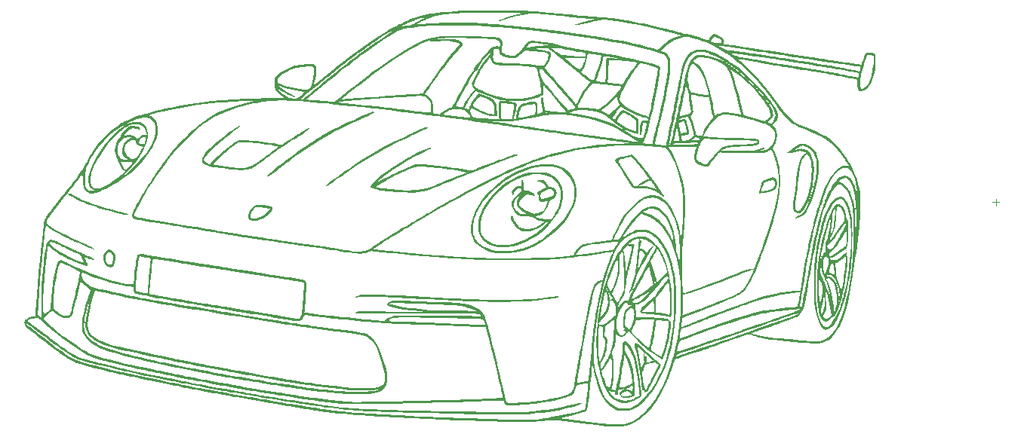
<source format=gbr>
%TF.GenerationSoftware,KiCad,Pcbnew,9.0.1*%
%TF.CreationDate,2025-06-09T17:49:50+02:00*%
%TF.ProjectId,pcb,7063622e-6b69-4636-9164-5f7063625858,v1.0.0*%
%TF.SameCoordinates,Original*%
%TF.FileFunction,Legend,Top*%
%TF.FilePolarity,Positive*%
%FSLAX46Y46*%
G04 Gerber Fmt 4.6, Leading zero omitted, Abs format (unit mm)*
G04 Created by KiCad (PCBNEW 9.0.1) date 2025-06-09 17:49:50*
%MOMM*%
%LPD*%
G01*
G04 APERTURE LIST*
%ADD10C,0.100000*%
%ADD11C,0.000000*%
G04 APERTURE END LIST*
D10*
X276143193Y-134731980D02*
X276143193Y-133970076D01*
X276524146Y-134351028D02*
X275762241Y-134351028D01*
D11*
%TO.C,G\u002A\u002A\u002A*%
G36*
X219347694Y-112791531D02*
G01*
X219921944Y-112792656D01*
X220495072Y-112794658D01*
X221055151Y-112797506D01*
X221590252Y-112801166D01*
X222088449Y-112805606D01*
X222537813Y-112810791D01*
X222926417Y-112816690D01*
X223242333Y-112823270D01*
X223473633Y-112830497D01*
X223608391Y-112838338D01*
X223612017Y-112838707D01*
X223756963Y-112851320D01*
X223977506Y-112867392D01*
X224240381Y-112884602D01*
X224443949Y-112896781D01*
X224730200Y-112916189D01*
X225011927Y-112940473D01*
X225250131Y-112966025D01*
X225366876Y-112982205D01*
X225516067Y-113001612D01*
X225751962Y-113026409D01*
X226052506Y-113054548D01*
X226395643Y-113083982D01*
X226759319Y-113112663D01*
X226824215Y-113117510D01*
X227352188Y-113158111D01*
X227827885Y-113197706D01*
X228240849Y-113235271D01*
X228580624Y-113269780D01*
X228836755Y-113300209D01*
X228998784Y-113325534D01*
X229035408Y-113334152D01*
X229120557Y-113347207D01*
X229296612Y-113365782D01*
X229545685Y-113388515D01*
X229849885Y-113414047D01*
X230191324Y-113441018D01*
X230552112Y-113468066D01*
X230914361Y-113493831D01*
X231260180Y-113516953D01*
X231571681Y-113536071D01*
X231830974Y-113549826D01*
X231924249Y-113553841D01*
X232207232Y-113568965D01*
X232490440Y-113591143D01*
X232730502Y-113616701D01*
X232823605Y-113630059D01*
X233010140Y-113658999D01*
X233269068Y-113696622D01*
X233564647Y-113737836D01*
X233831974Y-113773725D01*
X234103353Y-113809732D01*
X234328130Y-113840895D01*
X234529130Y-113871142D01*
X234729177Y-113904396D01*
X234951094Y-113944583D01*
X235217705Y-113995627D01*
X235551836Y-114061455D01*
X235848712Y-114120543D01*
X236282694Y-114207404D01*
X236657777Y-114283579D01*
X236991625Y-114353167D01*
X237301899Y-114420272D01*
X237606263Y-114488993D01*
X237922378Y-114563432D01*
X238267908Y-114647691D01*
X238660514Y-114745871D01*
X239117860Y-114862074D01*
X239657607Y-115000399D01*
X239842726Y-115047978D01*
X240125437Y-115121424D01*
X240399869Y-115194034D01*
X240631794Y-115256680D01*
X240769335Y-115295101D01*
X240963210Y-115344738D01*
X241215294Y-115400877D01*
X241476182Y-115452621D01*
X241517382Y-115460111D01*
X241757021Y-115505037D01*
X241979136Y-115550192D01*
X242143783Y-115587366D01*
X242171459Y-115594499D01*
X242604470Y-115713650D01*
X242951103Y-115814668D01*
X243231266Y-115903658D01*
X243464865Y-115986724D01*
X243521067Y-116008354D01*
X243696945Y-116075778D01*
X243828856Y-116123767D01*
X243887878Y-116141845D01*
X243925768Y-116098048D01*
X243991096Y-115987772D01*
X244021180Y-115930676D01*
X244165245Y-115709335D01*
X244331857Y-115550335D01*
X244501242Y-115469102D01*
X244614794Y-115467656D01*
X244847881Y-115544564D01*
X245110188Y-115663726D01*
X245352458Y-115800811D01*
X245491250Y-115900637D01*
X245600412Y-116002916D01*
X245648702Y-116096422D01*
X245653848Y-116228471D01*
X245646604Y-116315246D01*
X245638106Y-116467251D01*
X245644517Y-116562571D01*
X245654246Y-116578879D01*
X245715770Y-116586954D01*
X245868382Y-116608916D01*
X246095388Y-116642307D01*
X246380096Y-116684667D01*
X246705814Y-116733537D01*
X246777253Y-116744305D01*
X247176408Y-116804018D01*
X247601399Y-116866746D01*
X248017094Y-116927360D01*
X248388361Y-116980730D01*
X248630472Y-117014861D01*
X248940577Y-117058889D01*
X249243383Y-117103472D01*
X249506950Y-117143808D01*
X249699341Y-117175093D01*
X249720601Y-117178799D01*
X249917638Y-117211764D01*
X250222572Y-117260059D01*
X250635373Y-117323680D01*
X251156008Y-117402621D01*
X251784447Y-117496879D01*
X252520658Y-117606448D01*
X253279049Y-117718691D01*
X253614299Y-117769054D01*
X253912502Y-117815478D01*
X254156945Y-117855227D01*
X254330914Y-117885567D01*
X254417696Y-117903761D01*
X254423684Y-117906012D01*
X254491284Y-117922088D01*
X254642159Y-117946110D01*
X254851199Y-117974327D01*
X255007725Y-117993297D01*
X255310769Y-118031957D01*
X255663542Y-118082256D01*
X256008613Y-118135835D01*
X256152360Y-118159869D01*
X256435791Y-118206328D01*
X256786363Y-118260213D01*
X257163050Y-118315398D01*
X257524827Y-118365759D01*
X257588046Y-118374217D01*
X257878831Y-118414030D01*
X258130979Y-118450829D01*
X258324882Y-118481573D01*
X258440933Y-118503221D01*
X258464395Y-118510101D01*
X258529488Y-118525040D01*
X258683837Y-118550480D01*
X258908505Y-118583593D01*
X259184554Y-118621551D01*
X259395493Y-118649141D01*
X259695150Y-118688368D01*
X259955737Y-118724041D01*
X260158563Y-118753476D01*
X260284933Y-118773989D01*
X260317857Y-118781582D01*
X260385819Y-118797901D01*
X260525356Y-118819722D01*
X260630176Y-118833170D01*
X260808388Y-118858458D01*
X260949585Y-118885766D01*
X260995048Y-118898745D01*
X261039543Y-118892563D01*
X261086828Y-118829589D01*
X261143788Y-118695432D01*
X261217309Y-118475705D01*
X261253505Y-118358633D01*
X261355356Y-118056091D01*
X261455471Y-117817277D01*
X261545449Y-117661664D01*
X261563533Y-117640006D01*
X261650692Y-117556853D01*
X261736430Y-117518872D01*
X261860375Y-117516259D01*
X262001825Y-117531559D01*
X262309970Y-117585527D01*
X262519950Y-117657453D01*
X262623056Y-117739568D01*
X262646935Y-117836377D01*
X262660055Y-118019592D01*
X262662892Y-118267185D01*
X262655920Y-118557131D01*
X262639616Y-118867402D01*
X262614455Y-119175972D01*
X262586827Y-119417714D01*
X262475291Y-120048678D01*
X262321373Y-120591151D01*
X262126775Y-121042513D01*
X261893197Y-121400144D01*
X261622343Y-121661424D01*
X261315913Y-121823734D01*
X260984493Y-121884195D01*
X260737680Y-121892274D01*
X260666448Y-121565236D01*
X260627809Y-121316746D01*
X260612194Y-121099600D01*
X260927246Y-121099600D01*
X260944197Y-121330346D01*
X260980679Y-121498412D01*
X261035870Y-121584924D01*
X261061523Y-121592489D01*
X261161739Y-121574266D01*
X261286044Y-121534816D01*
X261410314Y-121464550D01*
X261566946Y-121345065D01*
X261671804Y-121250280D01*
X261878268Y-120983166D01*
X262056466Y-120614602D01*
X262205115Y-120148757D01*
X262322935Y-119589802D01*
X262408645Y-118941905D01*
X262420876Y-118812660D01*
X262442236Y-118576812D01*
X262464121Y-118340779D01*
X262476966Y-118205760D01*
X262480289Y-118025335D01*
X262435877Y-117911432D01*
X262325826Y-117848278D01*
X262132231Y-117820099D01*
X262033767Y-117815306D01*
X261718904Y-117804291D01*
X261601834Y-118158583D01*
X261537134Y-118350747D01*
X261481866Y-118508484D01*
X261449201Y-118594635D01*
X261400148Y-118729808D01*
X261333448Y-118943643D01*
X261256642Y-119208741D01*
X261177273Y-119497701D01*
X261102882Y-119783123D01*
X261041013Y-120037608D01*
X261001793Y-120220028D01*
X260955223Y-120525566D01*
X260930648Y-120825048D01*
X260927246Y-121099600D01*
X260612194Y-121099600D01*
X260608347Y-121046102D01*
X260608552Y-120914082D01*
X260621888Y-120589966D01*
X260431116Y-120545376D01*
X260295815Y-120515805D01*
X260074786Y-120469826D01*
X259789339Y-120411697D01*
X259460780Y-120345679D01*
X259110420Y-120276033D01*
X258759564Y-120207019D01*
X258429522Y-120142897D01*
X258169099Y-120093119D01*
X257905203Y-120042921D01*
X257581434Y-119980901D01*
X257244911Y-119916103D01*
X257024463Y-119873442D01*
X256712052Y-119815240D01*
X256383145Y-119757947D01*
X256082857Y-119709234D01*
X255907081Y-119683425D01*
X255617025Y-119642415D01*
X255248218Y-119588022D01*
X254829457Y-119524691D01*
X254389538Y-119456862D01*
X253957256Y-119388981D01*
X253561406Y-119325489D01*
X253230786Y-119270829D01*
X253209013Y-119267140D01*
X252983361Y-119228905D01*
X252681706Y-119177906D01*
X252335547Y-119119462D01*
X251976384Y-119058892D01*
X251778219Y-119025506D01*
X251370966Y-118956752D01*
X250906397Y-118878048D01*
X250434638Y-118797901D01*
X250005811Y-118724818D01*
X249897747Y-118706350D01*
X249222238Y-118591009D01*
X248651549Y-118493998D01*
X248183115Y-118414888D01*
X247814368Y-118353251D01*
X247542742Y-118308659D01*
X247365671Y-118280684D01*
X247280588Y-118268897D01*
X247273920Y-118268433D01*
X247286740Y-118297957D01*
X247368209Y-118375746D01*
X247484560Y-118471995D01*
X247987415Y-118886947D01*
X248433879Y-119298188D01*
X248863091Y-119743296D01*
X249170079Y-120090313D01*
X249601717Y-120598039D01*
X250018054Y-121098533D01*
X250407183Y-121576988D01*
X250757197Y-122018599D01*
X251056190Y-122408558D01*
X251276602Y-122709871D01*
X251797810Y-123422662D01*
X252281026Y-124034632D01*
X252726024Y-124545519D01*
X253132576Y-124955064D01*
X253472629Y-125242246D01*
X253689634Y-125383207D01*
X254002678Y-125550827D01*
X254413630Y-125745970D01*
X254924362Y-125969500D01*
X255536745Y-126222283D01*
X255945011Y-126384914D01*
X256569453Y-126657971D01*
X257115532Y-126959963D01*
X257608496Y-127309187D01*
X258073594Y-127723939D01*
X258536074Y-128222513D01*
X258624035Y-128326201D01*
X258923059Y-128692537D01*
X259178362Y-129029729D01*
X259405023Y-129361832D01*
X259618122Y-129712900D01*
X259832738Y-130106990D01*
X260063951Y-130568156D01*
X260177832Y-130804819D01*
X260380542Y-131275225D01*
X260563123Y-131785259D01*
X260715942Y-132302256D01*
X260829363Y-132793545D01*
X260893752Y-133226460D01*
X260894530Y-133234915D01*
X260925321Y-133704573D01*
X260941807Y-134253356D01*
X260944384Y-134852368D01*
X260933445Y-135472717D01*
X260909384Y-136085510D01*
X260872595Y-136661852D01*
X260843330Y-136990557D01*
X260831238Y-137110307D01*
X260810210Y-137318443D01*
X260782274Y-137594890D01*
X260749460Y-137919575D01*
X260713796Y-138272422D01*
X260705629Y-138353218D01*
X260664433Y-138735869D01*
X260618661Y-139119353D01*
X260571855Y-139476725D01*
X260527553Y-139781036D01*
X260489295Y-140005340D01*
X260487269Y-140015665D01*
X260432185Y-140308465D01*
X260377300Y-140625010D01*
X260332495Y-140907714D01*
X260323581Y-140969527D01*
X260281445Y-141251751D01*
X260231198Y-141561566D01*
X260186877Y-141814377D01*
X260142042Y-142086005D01*
X260101299Y-142382669D01*
X260076956Y-142604721D01*
X259960433Y-143581452D01*
X259786585Y-144588073D01*
X259563298Y-145588011D01*
X259298456Y-146544698D01*
X259093492Y-147166444D01*
X258962958Y-147499273D01*
X258797334Y-147869194D01*
X258611144Y-148247810D01*
X258418911Y-148606727D01*
X258235156Y-148917550D01*
X258085382Y-149137536D01*
X257785178Y-149477145D01*
X257437531Y-149777039D01*
X257079651Y-150005343D01*
X257061579Y-150014599D01*
X256856930Y-150091857D01*
X256584263Y-150160157D01*
X256284557Y-150212340D01*
X255998791Y-150241252D01*
X255770815Y-150240018D01*
X255630141Y-150227204D01*
X255403369Y-150207530D01*
X255113063Y-150182907D01*
X254781784Y-150155251D01*
X254435408Y-150126745D01*
X253518957Y-150049638D01*
X252705842Y-149976326D01*
X251990476Y-149906117D01*
X251367273Y-149838316D01*
X250830647Y-149772232D01*
X250375014Y-149707171D01*
X249994787Y-149642439D01*
X249684380Y-149577345D01*
X249438209Y-149511195D01*
X249414788Y-149503816D01*
X249181950Y-149424601D01*
X248979457Y-149347298D01*
X248836242Y-149283358D01*
X248792676Y-149257624D01*
X248663660Y-149192236D01*
X248575966Y-149174792D01*
X248471495Y-149192140D01*
X248281197Y-149242197D01*
X248021462Y-149319788D01*
X247708684Y-149419739D01*
X247359253Y-149536876D01*
X246989560Y-149666025D01*
X246777253Y-149742592D01*
X246492338Y-149844867D01*
X246152487Y-149964278D01*
X245806304Y-150083852D01*
X245578111Y-150161296D01*
X245278858Y-150263472D01*
X244970832Y-150371380D01*
X244693702Y-150470982D01*
X244515236Y-150537415D01*
X244362255Y-150592730D01*
X244121645Y-150675702D01*
X243809651Y-150780912D01*
X243442517Y-150902945D01*
X243036490Y-151036382D01*
X242607815Y-151175807D01*
X242389485Y-151246257D01*
X241833846Y-151425645D01*
X241373701Y-151575776D01*
X241000473Y-151699840D01*
X240705584Y-151801027D01*
X240480457Y-151882528D01*
X240316514Y-151947532D01*
X240205178Y-151999231D01*
X240137871Y-152040814D01*
X240106015Y-152075472D01*
X240100214Y-152097728D01*
X240081704Y-152193100D01*
X240030469Y-152371755D01*
X239952952Y-152615243D01*
X239855598Y-152905113D01*
X239744850Y-153222914D01*
X239627151Y-153550197D01*
X239508947Y-153868511D01*
X239396679Y-154159406D01*
X239296792Y-154404432D01*
X239284767Y-154432618D01*
X238873737Y-155323216D01*
X238444938Y-156123569D01*
X238001537Y-156828447D01*
X237546703Y-157432625D01*
X237291510Y-157721497D01*
X236712139Y-158287587D01*
X236135577Y-158752002D01*
X235564576Y-159112901D01*
X235001889Y-159368446D01*
X234676824Y-159468576D01*
X234529754Y-159492379D01*
X234300005Y-159514112D01*
X234013903Y-159532714D01*
X233697779Y-159547124D01*
X233377959Y-159556283D01*
X233080772Y-159559128D01*
X232832546Y-159554601D01*
X232714592Y-159547611D01*
X232549381Y-159531380D01*
X232310134Y-159505297D01*
X232030970Y-159473177D01*
X231787983Y-159444002D01*
X231522735Y-159411696D01*
X231179588Y-159370224D01*
X230788903Y-159323240D01*
X230381037Y-159274393D01*
X229989270Y-159227682D01*
X229644085Y-159185983D01*
X229332793Y-159147149D01*
X229072697Y-159113438D01*
X228881096Y-159087108D01*
X228775293Y-159070416D01*
X228762875Y-159067628D01*
X228683717Y-159053108D01*
X228515986Y-159027974D01*
X228279298Y-158994978D01*
X227993270Y-158956872D01*
X227754506Y-158926130D01*
X227183800Y-158865084D01*
X226687034Y-158838412D01*
X226234805Y-158845785D01*
X225797711Y-158886874D01*
X225683262Y-158902988D01*
X225314872Y-158945212D01*
X224837893Y-158977826D01*
X224252327Y-159000830D01*
X223558172Y-159014224D01*
X222755429Y-159018007D01*
X221844099Y-159012180D01*
X220824181Y-158996743D01*
X219695676Y-158971695D01*
X218458583Y-158937037D01*
X217112903Y-158892769D01*
X215658636Y-158838891D01*
X214095782Y-158775402D01*
X212424341Y-158702303D01*
X210644313Y-158619594D01*
X208755699Y-158527275D01*
X207505365Y-158463935D01*
X207236146Y-158448583D01*
X206903744Y-158427356D01*
X206553628Y-158403256D01*
X206278970Y-158382976D01*
X206002524Y-158362484D01*
X205647020Y-158337225D01*
X205242201Y-158309251D01*
X204817806Y-158280613D01*
X204403579Y-158253364D01*
X204343991Y-158249512D01*
X203721816Y-158203560D01*
X203041786Y-158143138D01*
X202336030Y-158071720D01*
X201636678Y-157992780D01*
X200975858Y-157909793D01*
X200385701Y-157826232D01*
X200283262Y-157810429D01*
X200046546Y-157773523D01*
X199732336Y-157724800D01*
X199370896Y-157668938D01*
X198992488Y-157610616D01*
X198702575Y-157566052D01*
X198283017Y-157500545D01*
X197810137Y-157424918D01*
X197329656Y-157346591D01*
X196887295Y-157272984D01*
X196685837Y-157238751D01*
X196274234Y-157168390D01*
X195807666Y-157089046D01*
X195333939Y-157008825D01*
X194900860Y-156935833D01*
X194750858Y-156910666D01*
X194341106Y-156841589D01*
X193873705Y-156762072D01*
X193398361Y-156680613D01*
X192964782Y-156605709D01*
X192843133Y-156584540D01*
X192436965Y-156513746D01*
X191976617Y-156433583D01*
X191510512Y-156352479D01*
X191087075Y-156278864D01*
X190962661Y-156257252D01*
X190648195Y-156202402D01*
X190362950Y-156152208D01*
X190127800Y-156110376D01*
X189963620Y-156080615D01*
X189899785Y-156068480D01*
X189796876Y-156048621D01*
X189611169Y-156013881D01*
X189367136Y-155968797D01*
X189089248Y-155917911D01*
X189027682Y-155906694D01*
X188735607Y-155852725D01*
X188368624Y-155783686D01*
X187958763Y-155705673D01*
X187538055Y-155624783D01*
X187147210Y-155548809D01*
X186784223Y-155478396D01*
X186435932Y-155411943D01*
X186124286Y-155353552D01*
X185871231Y-155307328D01*
X185698713Y-155277373D01*
X185675536Y-155273653D01*
X185464916Y-155237422D01*
X185197617Y-155186935D01*
X184923360Y-155131668D01*
X184857940Y-155117874D01*
X184641668Y-155072916D01*
X184346692Y-155013209D01*
X184001393Y-154944416D01*
X183634152Y-154872196D01*
X183331760Y-154813465D01*
X182919344Y-154733053D01*
X182525762Y-154654355D01*
X182128617Y-154572665D01*
X181705517Y-154483275D01*
X181234064Y-154381480D01*
X180691865Y-154262572D01*
X180333905Y-154183412D01*
X180070083Y-154126133D01*
X179746404Y-154057621D01*
X179409956Y-153987773D01*
X179189270Y-153942823D01*
X178646896Y-153832743D01*
X178201260Y-153740570D01*
X177841969Y-153664044D01*
X177558630Y-153600904D01*
X177340851Y-153548889D01*
X177178239Y-153505738D01*
X177172532Y-153504106D01*
X177023059Y-153464134D01*
X176793698Y-153406343D01*
X176510828Y-153337225D01*
X176200828Y-153263272D01*
X176055150Y-153229131D01*
X175572785Y-153114195D01*
X175083258Y-152992848D01*
X174603706Y-152869700D01*
X174151268Y-152749364D01*
X173743083Y-152636448D01*
X173396287Y-152535566D01*
X173128018Y-152451327D01*
X173008459Y-152409410D01*
X172695838Y-152280265D01*
X172382908Y-152124901D01*
X172053857Y-151933506D01*
X171692868Y-151696269D01*
X171284127Y-151403379D01*
X170822532Y-151053316D01*
X170584987Y-150870600D01*
X170281560Y-150638830D01*
X169933653Y-150374260D01*
X169562671Y-150093146D01*
X169190015Y-149811744D01*
X168942060Y-149625127D01*
X168542273Y-149324272D01*
X168219994Y-149080278D01*
X167965281Y-148884919D01*
X167768194Y-148729970D01*
X167618789Y-148607205D01*
X167507127Y-148508398D01*
X167423264Y-148425322D01*
X167357260Y-148349752D01*
X167299173Y-148273461D01*
X167285568Y-148254499D01*
X167190705Y-148063323D01*
X167172917Y-147969065D01*
X167402326Y-147969065D01*
X167403721Y-148015103D01*
X167487800Y-148121702D01*
X167565772Y-148198386D01*
X167654661Y-148273611D01*
X167813668Y-148401303D01*
X168025810Y-148568376D01*
X168274106Y-148761743D01*
X168541574Y-148968318D01*
X168811229Y-149175015D01*
X169066091Y-149368746D01*
X169289176Y-149536427D01*
X169463503Y-149664969D01*
X169537553Y-149717811D01*
X169625565Y-149783313D01*
X169776934Y-149900133D01*
X169969966Y-150051393D01*
X170170575Y-150210340D01*
X170797673Y-150701051D01*
X171353258Y-151116814D01*
X171841936Y-151460716D01*
X172268316Y-151735846D01*
X172637004Y-151945291D01*
X172952607Y-152092139D01*
X173013663Y-152115718D01*
X173271426Y-152203234D01*
X173622784Y-152310372D01*
X174054759Y-152433823D01*
X174554373Y-152570276D01*
X175108648Y-152716420D01*
X175704605Y-152868946D01*
X176329268Y-153024543D01*
X176969657Y-153179901D01*
X177612794Y-153331709D01*
X178245702Y-153476657D01*
X178855402Y-153611436D01*
X178998498Y-153642258D01*
X179347983Y-153717208D01*
X179753391Y-153804298D01*
X180164091Y-153892641D01*
X180524678Y-153970326D01*
X181377184Y-154150082D01*
X182287420Y-154334573D01*
X183205115Y-154513701D01*
X183631545Y-154594447D01*
X183919843Y-154650082D01*
X184185665Y-154704349D01*
X184402321Y-154751597D01*
X184543117Y-154786178D01*
X184558154Y-154790563D01*
X184682798Y-154821989D01*
X184888114Y-154866511D01*
X185147366Y-154918602D01*
X185433814Y-154972739D01*
X185484764Y-154982015D01*
X185818275Y-155042592D01*
X186214193Y-155114851D01*
X186627742Y-155190601D01*
X187014143Y-155261651D01*
X187092704Y-155276141D01*
X187893886Y-155423801D01*
X188603683Y-155554101D01*
X189237841Y-155669862D01*
X189812104Y-155773902D01*
X190342217Y-155869040D01*
X190843925Y-155958096D01*
X191332971Y-156043889D01*
X191825102Y-156129238D01*
X192336061Y-156216962D01*
X192570601Y-156256988D01*
X193172211Y-156360036D01*
X193713661Y-156453874D01*
X194185093Y-156536757D01*
X194576653Y-156606941D01*
X194878483Y-156662679D01*
X195050644Y-156696085D01*
X195191754Y-156721896D01*
X195417909Y-156760140D01*
X195706345Y-156807105D01*
X196034294Y-156859083D01*
X196358798Y-156909279D01*
X196726575Y-156965804D01*
X197098574Y-157023576D01*
X197445336Y-157077978D01*
X197737400Y-157124393D01*
X197912232Y-157152732D01*
X198223325Y-157202909D01*
X198574318Y-157257953D01*
X198897625Y-157307290D01*
X198947854Y-157314777D01*
X199154163Y-157345414D01*
X199444814Y-157388625D01*
X199796324Y-157440917D01*
X200185212Y-157498795D01*
X200587998Y-157558768D01*
X200773820Y-157586445D01*
X201816088Y-157733360D01*
X202759971Y-157848985D01*
X203603387Y-157933084D01*
X204207725Y-157977705D01*
X204468401Y-157994254D01*
X204713254Y-158011343D01*
X204905224Y-158026319D01*
X204970815Y-158032289D01*
X205086805Y-158043284D01*
X205221496Y-158054696D01*
X205382981Y-158067015D01*
X205579348Y-158080729D01*
X205818691Y-158096330D01*
X206109099Y-158114305D01*
X206458663Y-158135144D01*
X206875475Y-158159338D01*
X207367624Y-158187374D01*
X207943203Y-158219743D01*
X208610302Y-158256935D01*
X209377011Y-158299438D01*
X209494850Y-158305955D01*
X210393460Y-158353311D01*
X211384219Y-158401248D01*
X212450270Y-158449068D01*
X213574758Y-158496073D01*
X214740825Y-158541565D01*
X215931615Y-158584846D01*
X217130272Y-158625218D01*
X217452790Y-158635520D01*
X217806808Y-158647034D01*
X218141824Y-158658555D01*
X218435629Y-158669270D01*
X218666017Y-158678368D01*
X218810779Y-158685039D01*
X218815451Y-158685299D01*
X218944465Y-158691038D01*
X219164245Y-158699111D01*
X219456580Y-158708921D01*
X219803261Y-158719874D01*
X220186081Y-158731375D01*
X220505150Y-158740543D01*
X220887071Y-158752250D01*
X221232100Y-158764667D01*
X221525563Y-158777116D01*
X221752787Y-158788918D01*
X221899096Y-158799397D01*
X221949571Y-158807231D01*
X222013128Y-158816407D01*
X222168635Y-158820785D01*
X222399155Y-158820880D01*
X222687755Y-158817209D01*
X223017499Y-158810287D01*
X223371454Y-158800628D01*
X223732684Y-158788749D01*
X224084256Y-158775164D01*
X224409233Y-158760390D01*
X224690682Y-158744941D01*
X224911668Y-158729333D01*
X225055256Y-158714080D01*
X225065923Y-158712392D01*
X225557805Y-158628543D01*
X227337302Y-158628543D01*
X227410040Y-158651208D01*
X227536474Y-158656866D01*
X227691673Y-158666821D01*
X227894301Y-158692178D01*
X228004321Y-158710211D01*
X228172453Y-158736868D01*
X228417234Y-158770939D01*
X228706923Y-158808203D01*
X229009779Y-158844437D01*
X229035408Y-158847367D01*
X229371862Y-158887490D01*
X229730700Y-158933253D01*
X230067023Y-158978774D01*
X230316309Y-159015133D01*
X230583643Y-159051681D01*
X230929179Y-159092031D01*
X231329484Y-159134089D01*
X231761121Y-159175761D01*
X232200657Y-159214954D01*
X232624657Y-159249575D01*
X233009686Y-159277530D01*
X233332310Y-159296726D01*
X233560872Y-159304961D01*
X233825934Y-159300292D01*
X234134051Y-159282355D01*
X234420613Y-159254966D01*
X234432975Y-159253447D01*
X234950010Y-159135877D01*
X235470566Y-158914025D01*
X235990036Y-158592319D01*
X236503810Y-158175186D01*
X237007280Y-157667055D01*
X237495836Y-157072352D01*
X237964872Y-156395505D01*
X238409778Y-155640942D01*
X238628240Y-155222961D01*
X239150874Y-154083624D01*
X239600138Y-152893604D01*
X239977797Y-151645937D01*
X239989073Y-151597866D01*
X240271832Y-151597866D01*
X240278945Y-151667761D01*
X240346505Y-151659943D01*
X240430950Y-151630124D01*
X240596870Y-151573541D01*
X240822235Y-151497642D01*
X241085013Y-151409874D01*
X241156003Y-151386276D01*
X241409842Y-151301980D01*
X241743333Y-151191231D01*
X242132669Y-151061937D01*
X242554044Y-150922002D01*
X242983654Y-150779332D01*
X243288841Y-150677981D01*
X243696732Y-150542034D01*
X244102038Y-150406059D01*
X244483791Y-150277156D01*
X244821021Y-150162426D01*
X245092761Y-150068968D01*
X245251073Y-150013522D01*
X245504257Y-149923966D01*
X245743530Y-149840166D01*
X245934953Y-149773967D01*
X246014163Y-149747146D01*
X246132820Y-149706551D01*
X246334275Y-149636420D01*
X246598612Y-149543739D01*
X246905914Y-149435491D01*
X247236266Y-149318662D01*
X247267811Y-149307482D01*
X247621379Y-149182601D01*
X247953839Y-149065937D01*
X248783613Y-149065937D01*
X248866938Y-149115712D01*
X249048723Y-149180903D01*
X249161910Y-149215834D01*
X249473230Y-149295123D01*
X249877106Y-149375869D01*
X250357144Y-149455821D01*
X250896949Y-149532728D01*
X251480128Y-149604339D01*
X252090287Y-149668405D01*
X252711031Y-149722673D01*
X253018240Y-149745292D01*
X253240632Y-149762537D01*
X253530133Y-149787772D01*
X253860452Y-149818408D01*
X254205298Y-149851861D01*
X254538380Y-149885543D01*
X254833406Y-149916868D01*
X255064087Y-149943248D01*
X255171245Y-149957109D01*
X255292823Y-149965621D01*
X255492629Y-149970324D01*
X255739927Y-149970774D01*
X255934335Y-149968131D01*
X256210042Y-149959903D01*
X256409743Y-149944215D01*
X256566438Y-149914693D01*
X256713130Y-149864963D01*
X256882818Y-149788650D01*
X256895860Y-149782412D01*
X257267795Y-149566567D01*
X257609494Y-149287185D01*
X257924244Y-148938358D01*
X258215332Y-148514181D01*
X258486043Y-148008746D01*
X258739665Y-147416147D01*
X258979484Y-146730477D01*
X259208785Y-145945829D01*
X259360275Y-145353152D01*
X259450579Y-144963782D01*
X259541341Y-144540797D01*
X259624752Y-144122753D01*
X259693004Y-143748207D01*
X259723704Y-143558583D01*
X259766920Y-143277634D01*
X259805563Y-143036688D01*
X259836337Y-142855525D01*
X259855949Y-142753924D01*
X259860130Y-142739620D01*
X259874538Y-142670642D01*
X259897975Y-142500770D01*
X259929569Y-142237673D01*
X259968445Y-141889019D01*
X260013728Y-141462476D01*
X260064544Y-140965713D01*
X260080551Y-140806008D01*
X260126567Y-140255529D01*
X260161412Y-139650679D01*
X260185255Y-139008226D01*
X260198267Y-138344941D01*
X260200618Y-137677592D01*
X260192477Y-137022950D01*
X260174016Y-136397784D01*
X260145404Y-135818864D01*
X260106812Y-135302958D01*
X260058409Y-134866837D01*
X260017694Y-134612246D01*
X259906024Y-134146632D01*
X259756507Y-133708645D01*
X259576830Y-133310336D01*
X259374683Y-132963756D01*
X259157753Y-132680955D01*
X258933727Y-132473984D01*
X258710294Y-132354893D01*
X258561843Y-132330257D01*
X258459086Y-132367273D01*
X258320918Y-132460957D01*
X258176456Y-132585265D01*
X258054822Y-132714151D01*
X257985136Y-132821572D01*
X257978326Y-132852151D01*
X257940029Y-132935774D01*
X257886930Y-132991287D01*
X257819321Y-133079415D01*
X257719967Y-133251954D01*
X257596725Y-133491750D01*
X257457446Y-133781648D01*
X257309987Y-134104493D01*
X257162201Y-134443130D01*
X257021943Y-134780403D01*
X256897067Y-135099159D01*
X256804548Y-135355364D01*
X256729370Y-135598049D01*
X256637345Y-135932237D01*
X256532071Y-136342356D01*
X256417151Y-136812832D01*
X256296184Y-137328092D01*
X256172771Y-137872561D01*
X256050512Y-138430666D01*
X255933008Y-138986833D01*
X255823859Y-139525490D01*
X255739737Y-139961158D01*
X255634713Y-140528347D01*
X255525867Y-141131275D01*
X255417258Y-141746430D01*
X255312945Y-142350297D01*
X255216987Y-142919361D01*
X255133442Y-143430109D01*
X255066368Y-143859026D01*
X255062358Y-143885622D01*
X255021049Y-144149979D01*
X254979533Y-144398075D01*
X254943793Y-144594936D01*
X254927150Y-144675965D01*
X254896862Y-144818436D01*
X254852752Y-145036154D01*
X254801204Y-145297243D01*
X254757962Y-145520815D01*
X254648749Y-146001970D01*
X254520895Y-146389496D01*
X254367985Y-146698090D01*
X254183609Y-146942446D01*
X254102610Y-147022754D01*
X254021012Y-147092376D01*
X253928458Y-147158175D01*
X253814139Y-147224636D01*
X253667243Y-147296243D01*
X253476960Y-147377480D01*
X253232478Y-147472832D01*
X252922988Y-147586784D01*
X252537677Y-147723819D01*
X252065736Y-147888423D01*
X251764592Y-147992584D01*
X251409864Y-148115773D01*
X250994279Y-148261250D01*
X250559538Y-148414352D01*
X250147342Y-148560414D01*
X249965880Y-148625097D01*
X249655331Y-148735238D01*
X249373423Y-148833669D01*
X249138910Y-148913963D01*
X248970549Y-148969695D01*
X248889378Y-148993942D01*
X248793006Y-149026905D01*
X248783613Y-149065937D01*
X247953839Y-149065937D01*
X247974699Y-149058617D01*
X248301854Y-148944566D01*
X248576925Y-148849486D01*
X248766738Y-148784847D01*
X248988288Y-148708527D01*
X249180208Y-148638897D01*
X249311437Y-148587354D01*
X249339056Y-148574819D01*
X249423181Y-148540823D01*
X249593589Y-148478090D01*
X249833210Y-148392561D01*
X250124976Y-148290174D01*
X250451819Y-148176870D01*
X250796670Y-148058588D01*
X251142460Y-147941268D01*
X251472121Y-147830850D01*
X251573820Y-147797150D01*
X251897525Y-147689191D01*
X252233798Y-147575259D01*
X252563806Y-147461920D01*
X252868716Y-147355740D01*
X253129695Y-147263285D01*
X253327909Y-147191122D01*
X253444527Y-147145815D01*
X253454292Y-147141526D01*
X253486024Y-147128755D01*
X253781330Y-147128755D01*
X253808584Y-147156008D01*
X253835837Y-147128755D01*
X253808584Y-147101502D01*
X253781330Y-147128755D01*
X253486024Y-147128755D01*
X253604927Y-147080901D01*
X253776332Y-147022027D01*
X253776962Y-147021832D01*
X253897120Y-146968184D01*
X253977854Y-146904005D01*
X254000293Y-146850529D01*
X253948368Y-146828969D01*
X253871000Y-146846385D01*
X253721324Y-146892432D01*
X253529236Y-146957807D01*
X253494148Y-146970305D01*
X253261541Y-147051610D01*
X253031465Y-147128596D01*
X252854721Y-147184292D01*
X252733784Y-147222641D01*
X252521231Y-147292826D01*
X252228436Y-147390948D01*
X251866769Y-147513105D01*
X251447605Y-147655396D01*
X250982315Y-147813922D01*
X250482273Y-147984781D01*
X249958852Y-148164072D01*
X249423423Y-148347896D01*
X248887360Y-148532350D01*
X248362035Y-148713536D01*
X247858821Y-148887551D01*
X247389090Y-149050495D01*
X246964217Y-149198468D01*
X246595572Y-149327569D01*
X246294528Y-149433898D01*
X246259442Y-149446382D01*
X245940536Y-149558068D01*
X245569690Y-149685006D01*
X245198886Y-149809529D01*
X244951287Y-149890967D01*
X244614399Y-150001489D01*
X244226809Y-150130348D01*
X243840785Y-150260091D01*
X243561373Y-150355135D01*
X243207662Y-150476265D01*
X242929941Y-150570975D01*
X242701110Y-150648292D01*
X242494069Y-150717239D01*
X242281718Y-150786842D01*
X242036958Y-150866127D01*
X241735408Y-150963243D01*
X241236393Y-151129618D01*
X240842570Y-151273970D01*
X240552498Y-151396925D01*
X240364732Y-151499108D01*
X240277832Y-151581145D01*
X240271832Y-151597866D01*
X239989073Y-151597866D01*
X240113018Y-151069477D01*
X240372747Y-151069477D01*
X240378871Y-151111157D01*
X240410225Y-151127102D01*
X240486282Y-151114142D01*
X240626512Y-151069106D01*
X240836051Y-150994035D01*
X241087820Y-150907050D01*
X241381366Y-150812188D01*
X241653212Y-150729960D01*
X241653648Y-150729834D01*
X241843892Y-150672031D01*
X242112366Y-150586312D01*
X242434404Y-150480764D01*
X242785339Y-150363473D01*
X243140505Y-150242529D01*
X243152575Y-150238375D01*
X243505113Y-150117650D01*
X243851916Y-150000040D01*
X244168960Y-149893606D01*
X244432225Y-149806412D01*
X244617686Y-149746518D01*
X244624249Y-149744459D01*
X244785497Y-149692730D01*
X245016729Y-149616910D01*
X245298699Y-149523474D01*
X245612159Y-149418894D01*
X245937863Y-149309642D01*
X246256564Y-149202191D01*
X246549014Y-149103014D01*
X246795966Y-149018583D01*
X246978174Y-148955371D01*
X247076390Y-148919852D01*
X247077039Y-148919597D01*
X247154361Y-148891702D01*
X247319459Y-148833828D01*
X247556956Y-148751266D01*
X247851478Y-148649308D01*
X248187651Y-148533244D01*
X248550098Y-148408366D01*
X248923446Y-148279965D01*
X249292320Y-148153332D01*
X249641343Y-148033757D01*
X249955143Y-147926533D01*
X250218343Y-147836950D01*
X250415569Y-147770299D01*
X250456438Y-147756613D01*
X250681531Y-147679979D01*
X250974911Y-147577959D01*
X251302453Y-147462526D01*
X251630032Y-147345650D01*
X251710086Y-147316832D01*
X252049746Y-147194954D01*
X252415001Y-147064970D01*
X252765350Y-146941232D01*
X253060295Y-146838090D01*
X253100000Y-146824332D01*
X253399952Y-146716672D01*
X253670470Y-146612291D01*
X253895687Y-146518045D01*
X254059737Y-146440789D01*
X254146751Y-146387379D01*
X254154516Y-146368726D01*
X254092135Y-146365057D01*
X253938361Y-146372320D01*
X253710086Y-146388850D01*
X253424200Y-146412984D01*
X253097593Y-146443058D01*
X252747156Y-146477409D01*
X252389780Y-146514372D01*
X252042355Y-146552285D01*
X251721771Y-146589483D01*
X251444920Y-146624303D01*
X251228692Y-146655081D01*
X251198844Y-146659846D01*
X250888749Y-146709535D01*
X250566727Y-146759633D01*
X250276017Y-146803486D01*
X250102146Y-146828612D01*
X249838459Y-146873170D01*
X249564972Y-146931560D01*
X249340548Y-146991204D01*
X249339056Y-146991669D01*
X249106365Y-147058695D01*
X248832816Y-147129529D01*
X248620574Y-147179185D01*
X248410890Y-147232353D01*
X248111017Y-147319059D01*
X247733086Y-147435232D01*
X247289232Y-147576805D01*
X246791585Y-147739709D01*
X246252277Y-147919875D01*
X245683442Y-148113235D01*
X245097212Y-148315720D01*
X244505717Y-148523261D01*
X243921092Y-148731790D01*
X243355468Y-148937238D01*
X243125322Y-149022061D01*
X242843461Y-149126334D01*
X242557470Y-149231961D01*
X242306603Y-149324455D01*
X242171459Y-149374161D01*
X241963142Y-149452543D01*
X241772404Y-149527522D01*
X241653648Y-149577203D01*
X241516048Y-149632273D01*
X241319572Y-149703442D01*
X241130176Y-149767542D01*
X240936109Y-149836376D01*
X240776897Y-149902829D01*
X240688947Y-149951256D01*
X240647837Y-150024948D01*
X240591796Y-150176281D01*
X240528995Y-150376362D01*
X240467604Y-150596294D01*
X240415793Y-150807184D01*
X240381734Y-150980136D01*
X240372747Y-151069477D01*
X240113018Y-151069477D01*
X240285620Y-150333658D01*
X240406089Y-149638312D01*
X240656067Y-149638312D01*
X240695678Y-149656451D01*
X240794626Y-149639036D01*
X240965852Y-149583567D01*
X241222301Y-149487541D01*
X241266238Y-149470526D01*
X241492706Y-149381840D01*
X241690232Y-149303146D01*
X241830157Y-149245926D01*
X241871674Y-149227997D01*
X241983369Y-149181527D01*
X242177238Y-149105495D01*
X242432993Y-149007555D01*
X242730345Y-148895362D01*
X243049006Y-148776571D01*
X243368686Y-148658837D01*
X243669096Y-148549814D01*
X243670386Y-148549350D01*
X243932124Y-148454532D01*
X244188188Y-148360537D01*
X244400814Y-148281281D01*
X244487983Y-148248079D01*
X244764285Y-148145346D01*
X245124468Y-148017514D01*
X245548147Y-147871318D01*
X246014942Y-147713490D01*
X246504470Y-147550764D01*
X246996348Y-147389873D01*
X247470194Y-147237549D01*
X247905626Y-147100527D01*
X248282262Y-146985538D01*
X248521459Y-146915658D01*
X248988821Y-146786660D01*
X249385823Y-146686059D01*
X249745164Y-146606718D01*
X250099541Y-146541499D01*
X250481655Y-146483263D01*
X250538197Y-146475402D01*
X250866177Y-146429976D01*
X251233904Y-146378633D01*
X251580731Y-146329854D01*
X251710086Y-146311531D01*
X251993961Y-146274295D01*
X252321898Y-146236197D01*
X252667757Y-146199757D01*
X253005395Y-146167497D01*
X253308672Y-146141938D01*
X253551446Y-146125600D01*
X253687293Y-146120852D01*
X253815273Y-146090199D01*
X253850725Y-146039560D01*
X254152238Y-146039560D01*
X254153378Y-146092720D01*
X254225249Y-146116541D01*
X254278503Y-146120386D01*
X254355512Y-146082027D01*
X254404718Y-145955844D01*
X254412658Y-145915987D01*
X254442849Y-145755213D01*
X254485427Y-145537327D01*
X254527020Y-145330042D01*
X254626559Y-144829210D01*
X254738901Y-144243025D01*
X254859867Y-143593817D01*
X254985278Y-142903915D01*
X255067735Y-142441201D01*
X255198259Y-141706289D01*
X255322189Y-141015285D01*
X255438142Y-140375578D01*
X255544736Y-139794560D01*
X255640588Y-139279621D01*
X255724315Y-138838151D01*
X255794535Y-138477541D01*
X255849866Y-138205181D01*
X255888924Y-138028462D01*
X255903892Y-137971673D01*
X255942013Y-137826834D01*
X255986750Y-137626730D01*
X256015743Y-137481115D01*
X256081193Y-137173956D01*
X256173774Y-136796860D01*
X256286323Y-136374387D01*
X256411674Y-135931094D01*
X256542665Y-135491541D01*
X256672133Y-135080287D01*
X256792912Y-134721891D01*
X256897840Y-134440912D01*
X256914051Y-134401502D01*
X256997703Y-134191981D01*
X257074355Y-133983665D01*
X257107777Y-133883690D01*
X257223286Y-133583458D01*
X257394112Y-133229041D01*
X257603829Y-132848333D01*
X257836014Y-132469229D01*
X258074240Y-132119622D01*
X258147982Y-132025045D01*
X258543342Y-132025045D01*
X258641266Y-132066200D01*
X258710185Y-132080636D01*
X258924714Y-132168613D01*
X259153995Y-132345193D01*
X259385166Y-132593520D01*
X259605366Y-132896741D01*
X259801731Y-133238001D01*
X259961399Y-133600444D01*
X260031740Y-133812400D01*
X260093023Y-134018200D01*
X260145301Y-134183323D01*
X260179646Y-134279891D01*
X260185180Y-134291426D01*
X260212778Y-134384738D01*
X260242506Y-134567644D01*
X260272757Y-134820792D01*
X260301922Y-135124829D01*
X260328392Y-135460399D01*
X260350561Y-135808150D01*
X260366818Y-136148729D01*
X260375557Y-136462780D01*
X260376609Y-136595052D01*
X260379973Y-136939120D01*
X260389696Y-137202344D01*
X260405223Y-137375996D01*
X260426000Y-137451344D01*
X260431116Y-137453862D01*
X260458749Y-137403384D01*
X260481201Y-137268044D01*
X260494763Y-137071983D01*
X260495990Y-137031437D01*
X260501185Y-136530876D01*
X260494314Y-135992359D01*
X260476609Y-135438154D01*
X260449301Y-134890525D01*
X260413622Y-134371741D01*
X260370803Y-133904067D01*
X260322075Y-133509770D01*
X260290665Y-133318480D01*
X260202232Y-132949380D01*
X260079797Y-132585776D01*
X259934931Y-132254780D01*
X259779204Y-131983506D01*
X259654399Y-131827525D01*
X259510800Y-131699203D01*
X259385731Y-131637825D01*
X259234273Y-131621686D01*
X259228391Y-131621673D01*
X258979788Y-131652577D01*
X258767016Y-131757597D01*
X258646030Y-131856012D01*
X258546742Y-131961325D01*
X258543342Y-132025045D01*
X258147982Y-132025045D01*
X258302083Y-131827406D01*
X258352389Y-131770029D01*
X258621322Y-131534753D01*
X258909026Y-131395772D01*
X259202110Y-131354558D01*
X259487180Y-131412581D01*
X259750844Y-131571312D01*
X259795868Y-131611514D01*
X259920756Y-131763776D01*
X260059649Y-131986682D01*
X260194834Y-132246580D01*
X260308598Y-132509816D01*
X260375886Y-132713538D01*
X260435989Y-132929999D01*
X260503313Y-133157741D01*
X260517124Y-133202360D01*
X260561175Y-133379963D01*
X260604988Y-133617214D01*
X260639603Y-133865096D01*
X260641682Y-133883690D01*
X260689389Y-134319742D01*
X260696519Y-133924212D01*
X260683032Y-133509896D01*
X260631966Y-133065365D01*
X260548682Y-132608401D01*
X260438538Y-132156785D01*
X260306895Y-131728297D01*
X260159111Y-131340720D01*
X260000547Y-131011835D01*
X259836563Y-130759423D01*
X259700982Y-130621350D01*
X259467625Y-130507713D01*
X259193028Y-130475857D01*
X258910245Y-130527784D01*
X258812438Y-130567547D01*
X258534079Y-130748678D01*
X258247155Y-131026632D01*
X257958284Y-131390278D01*
X257674083Y-131828488D01*
X257401169Y-132330133D01*
X257146161Y-132884085D01*
X256915675Y-133479214D01*
X256722818Y-134081739D01*
X256665412Y-134272826D01*
X256583520Y-134534373D01*
X256487566Y-134833565D01*
X256387971Y-135137589D01*
X256376593Y-135171868D01*
X256198099Y-135731246D01*
X256023003Y-136321982D01*
X255857265Y-136921079D01*
X255706848Y-137505544D01*
X255577713Y-138052381D01*
X255475822Y-138538597D01*
X255417535Y-138871030D01*
X255374746Y-139118593D01*
X255324396Y-139366790D01*
X255279830Y-139552360D01*
X255229738Y-139760457D01*
X255167853Y-140057870D01*
X255097510Y-140425957D01*
X255022042Y-140846074D01*
X254944783Y-141299579D01*
X254869068Y-141767830D01*
X254798230Y-142232183D01*
X254787562Y-142304935D01*
X254741479Y-142615661D01*
X254698273Y-142897037D01*
X254661351Y-143127611D01*
X254634121Y-143285931D01*
X254623080Y-143340557D01*
X254602199Y-143445822D01*
X254569767Y-143632839D01*
X254530155Y-143875519D01*
X254487732Y-144147771D01*
X254486153Y-144158154D01*
X254431051Y-144499363D01*
X254364741Y-144877962D01*
X254296906Y-145239939D01*
X254254168Y-145452269D01*
X254205656Y-145696769D01*
X254170511Y-145899958D01*
X254152238Y-146039560D01*
X253850725Y-146039560D01*
X253891956Y-145980665D01*
X253895957Y-145970493D01*
X253932954Y-145846764D01*
X253983675Y-145639769D01*
X254042838Y-145373586D01*
X254105162Y-145072292D01*
X254165367Y-144759965D01*
X254184604Y-144654484D01*
X254217798Y-144469484D01*
X253795165Y-144505989D01*
X253422566Y-144539386D01*
X253121636Y-144570306D01*
X252856531Y-144603773D01*
X252591408Y-144644812D01*
X252290422Y-144698444D01*
X251928111Y-144767679D01*
X251498965Y-144854610D01*
X251068897Y-144948191D01*
X250657409Y-145043660D01*
X250284005Y-145136258D01*
X249968187Y-145221225D01*
X249729457Y-145293801D01*
X249638841Y-145326410D01*
X249505105Y-145375309D01*
X249300108Y-145445539D01*
X249056661Y-145525993D01*
X248903004Y-145575440D01*
X248600775Y-145674316D01*
X248267527Y-145787557D01*
X247960562Y-145895576D01*
X247867382Y-145929464D01*
X247599525Y-146027827D01*
X247278315Y-146145435D01*
X246952861Y-146264318D01*
X246775854Y-146328833D01*
X246524442Y-146420942D01*
X246299293Y-146504475D01*
X246126906Y-146569537D01*
X246040017Y-146603603D01*
X245873048Y-146670730D01*
X245625266Y-146767519D01*
X245318085Y-146885773D01*
X244972919Y-147017293D01*
X244611181Y-147153882D01*
X244254286Y-147287342D01*
X244244855Y-147290849D01*
X243975739Y-147391720D01*
X243729695Y-147485450D01*
X243532140Y-147562256D01*
X243408492Y-147612354D01*
X243400005Y-147616029D01*
X243277533Y-147666622D01*
X243084567Y-147742836D01*
X242852776Y-147832259D01*
X242716524Y-147883965D01*
X242416014Y-147997607D01*
X242077729Y-148126051D01*
X241763209Y-148245918D01*
X241689788Y-148273993D01*
X241453436Y-148361542D01*
X241238296Y-148436059D01*
X241075780Y-148486901D01*
X241020149Y-148500927D01*
X240910939Y-148535431D01*
X240836504Y-148600862D01*
X240786938Y-148718036D01*
X240752337Y-148907769D01*
X240730250Y-149110188D01*
X240707725Y-149316798D01*
X240684128Y-149485767D01*
X240664267Y-149583098D01*
X240662851Y-149587119D01*
X240656067Y-149638312D01*
X240406089Y-149638312D01*
X240525374Y-148949802D01*
X240698827Y-147487407D01*
X240751730Y-146856223D01*
X240786726Y-146225644D01*
X240803749Y-145542548D01*
X240803496Y-144832306D01*
X240786664Y-144120286D01*
X240753953Y-143431860D01*
X240706060Y-142792396D01*
X240643683Y-142227266D01*
X240619772Y-142059656D01*
X240464754Y-141212714D01*
X240264185Y-140392435D01*
X240023408Y-139613574D01*
X239747770Y-138890883D01*
X239442616Y-138239115D01*
X239113291Y-137673023D01*
X238941155Y-137426609D01*
X238550553Y-136949869D01*
X238155322Y-136564829D01*
X237736667Y-136255100D01*
X237350610Y-136039903D01*
X237099924Y-135922669D01*
X236857692Y-135818057D01*
X236656645Y-135739770D01*
X236557296Y-135707798D01*
X236312017Y-135642919D01*
X235903219Y-136079449D01*
X235693372Y-136313181D01*
X235474340Y-136572915D01*
X235280763Y-136817005D01*
X235206768Y-136916787D01*
X234987110Y-137227025D01*
X234786388Y-137518408D01*
X234612928Y-137778122D01*
X234475055Y-137993353D01*
X234381094Y-138151288D01*
X234339368Y-138239112D01*
X234339354Y-138251943D01*
X234392412Y-138235019D01*
X234506258Y-138165325D01*
X234656331Y-138057908D01*
X234657550Y-138056984D01*
X234848822Y-137929423D01*
X235095725Y-137788645D01*
X235352129Y-137660529D01*
X235412661Y-137633358D01*
X235638201Y-137538539D01*
X235814373Y-137478901D01*
X235981781Y-137446211D01*
X236181025Y-137432233D01*
X236421030Y-137428846D01*
X236736896Y-137435234D01*
X236972261Y-137459621D01*
X237154647Y-137505342D01*
X237202896Y-137523614D01*
X237687002Y-137779680D01*
X238141472Y-138137140D01*
X238562507Y-138591482D01*
X238946307Y-139138192D01*
X239289074Y-139772759D01*
X239494055Y-140245262D01*
X239659093Y-140715456D01*
X239815756Y-141263364D01*
X239956825Y-141857695D01*
X240075081Y-142467157D01*
X240163306Y-143060457D01*
X240182937Y-143231545D01*
X240206689Y-143445652D01*
X240230030Y-143639851D01*
X240244685Y-143749356D01*
X240263798Y-143940698D01*
X240279297Y-144217619D01*
X240290936Y-144556739D01*
X240298466Y-144934675D01*
X240301638Y-145328046D01*
X240300207Y-145713472D01*
X240293923Y-146067569D01*
X240282540Y-146366958D01*
X240273851Y-146501931D01*
X240199015Y-147391384D01*
X240121010Y-148185608D01*
X240037527Y-148898381D01*
X239946258Y-149543482D01*
X239844894Y-150134692D01*
X239731127Y-150685789D01*
X239602648Y-151210554D01*
X239457148Y-151722765D01*
X239334100Y-152111111D01*
X239072962Y-152826154D01*
X238762933Y-153545474D01*
X238414185Y-154251208D01*
X238036886Y-154925495D01*
X237641207Y-155550473D01*
X237237316Y-156108279D01*
X236835385Y-156581052D01*
X236722892Y-156697450D01*
X236338360Y-157061390D01*
X235989007Y-157340753D01*
X235654948Y-157545043D01*
X235316296Y-157683766D01*
X234953167Y-157766429D01*
X234545675Y-157802536D01*
X234404292Y-157805793D01*
X234136841Y-157806919D01*
X233945309Y-157799552D01*
X233796624Y-157777433D01*
X233657717Y-157734302D01*
X233495514Y-157663900D01*
X233389425Y-157613690D01*
X232992074Y-157378490D01*
X232630330Y-157067115D01*
X232301474Y-156674823D01*
X232002789Y-156196871D01*
X231731557Y-155628518D01*
X231485060Y-154965023D01*
X231260578Y-154201643D01*
X231130574Y-153673110D01*
X231064784Y-153377788D01*
X231009089Y-153109465D01*
X230967929Y-152890979D01*
X230945744Y-152745168D01*
X230943133Y-152708837D01*
X230927457Y-152588333D01*
X230895112Y-152528901D01*
X230873488Y-152567795D01*
X230850082Y-152695628D01*
X230827711Y-152892424D01*
X230809189Y-153138206D01*
X230809149Y-153138881D01*
X230785362Y-153476195D01*
X230752846Y-153853382D01*
X230716860Y-154211938D01*
X230697728Y-154378111D01*
X230661312Y-154691559D01*
X230621530Y-155060142D01*
X230584035Y-155430356D01*
X230562429Y-155659012D01*
X230510906Y-156167198D01*
X230453673Y-156626143D01*
X230392681Y-157025058D01*
X230329883Y-157353157D01*
X230267230Y-157599651D01*
X230206674Y-157753753D01*
X230176120Y-157794257D01*
X230091879Y-157852669D01*
X229970685Y-157912064D01*
X229803022Y-157975120D01*
X229579373Y-158044519D01*
X229290223Y-158122938D01*
X228926055Y-158213058D01*
X228477354Y-158317558D01*
X227934602Y-158439117D01*
X227712033Y-158488079D01*
X227491719Y-158543690D01*
X227365668Y-158591607D01*
X227337302Y-158628543D01*
X225557805Y-158628543D01*
X225765665Y-158593110D01*
X226372565Y-158484866D01*
X226901906Y-158384799D01*
X227368969Y-158290046D01*
X227672747Y-158224072D01*
X228237634Y-158096767D01*
X228705283Y-157988891D01*
X229085171Y-157897621D01*
X229386779Y-157820134D01*
X229619584Y-157753606D01*
X229793066Y-157695213D01*
X229916703Y-157642133D01*
X229999974Y-157591542D01*
X230052357Y-157540617D01*
X230072632Y-157509239D01*
X230098066Y-157415439D01*
X230131648Y-157213784D01*
X230173397Y-156904120D01*
X230223332Y-156486292D01*
X230281471Y-155960145D01*
X230347834Y-155325526D01*
X230381713Y-154991309D01*
X230391866Y-154801537D01*
X230377474Y-154695406D01*
X230358272Y-154677897D01*
X230281887Y-154686710D01*
X230127494Y-154709892D01*
X229924380Y-154742551D01*
X229701837Y-154779800D01*
X229489154Y-154816749D01*
X229315619Y-154848508D01*
X229220630Y-154867804D01*
X229149795Y-154907448D01*
X229092207Y-155004053D01*
X229036149Y-155179822D01*
X229017570Y-155252557D01*
X228936701Y-155519008D01*
X228830557Y-155732316D01*
X228683715Y-155905372D01*
X228480756Y-156051067D01*
X228206258Y-156182291D01*
X227844802Y-156311935D01*
X227692789Y-156359972D01*
X227157849Y-156511252D01*
X226585247Y-156645403D01*
X225959061Y-156765327D01*
X225263371Y-156873930D01*
X224482255Y-156974114D01*
X224075322Y-157019740D01*
X223485449Y-157079794D01*
X222944543Y-157128028D01*
X222463071Y-157163825D01*
X222051496Y-157186563D01*
X221720283Y-157195624D01*
X221479898Y-157190388D01*
X221379231Y-157179370D01*
X221171151Y-157101754D01*
X221027392Y-156965337D01*
X220968834Y-156790680D01*
X220968455Y-156774898D01*
X220947963Y-156669623D01*
X220914452Y-156631044D01*
X220844206Y-156627130D01*
X220680324Y-156627421D01*
X220438082Y-156631462D01*
X220132756Y-156638796D01*
X219779624Y-156648967D01*
X219393960Y-156661519D01*
X218991044Y-156675995D01*
X218586149Y-156691940D01*
X218194554Y-156708898D01*
X217997854Y-156718129D01*
X217505345Y-156741240D01*
X217050901Y-156760831D01*
X216608317Y-156777800D01*
X216151385Y-156793045D01*
X215653899Y-156807467D01*
X215089653Y-156821965D01*
X214700214Y-156831259D01*
X214276571Y-156841502D01*
X213773265Y-156854250D01*
X213219596Y-156868723D01*
X212644865Y-156884146D01*
X212078373Y-156899739D01*
X211549420Y-156914725D01*
X211484335Y-156916606D01*
X211057100Y-156927900D01*
X210540549Y-156939758D01*
X209954372Y-156951829D01*
X209318261Y-156963760D01*
X208651909Y-156975196D01*
X207975006Y-156985786D01*
X207307245Y-156995175D01*
X206668317Y-157003012D01*
X206660515Y-157003099D01*
X205853485Y-157010913D01*
X205143058Y-157014830D01*
X204516883Y-157014459D01*
X203962606Y-157009409D01*
X203467875Y-156999286D01*
X203020338Y-156983701D01*
X202607640Y-156962261D01*
X202217430Y-156934575D01*
X201837356Y-156900250D01*
X201455064Y-156858896D01*
X201219906Y-156830599D01*
X200981916Y-156800236D01*
X200676414Y-156760074D01*
X200322192Y-156712697D01*
X199938041Y-156660692D01*
X199542750Y-156606644D01*
X199155110Y-156553137D01*
X198793911Y-156502759D01*
X198477945Y-156458095D01*
X198226001Y-156421729D01*
X198056869Y-156396248D01*
X198021245Y-156390469D01*
X197642448Y-156328104D01*
X197195375Y-156256822D01*
X196714437Y-156181921D01*
X196234049Y-156108697D01*
X195788625Y-156042446D01*
X195412576Y-155988465D01*
X195377682Y-155983608D01*
X195074142Y-155939945D01*
X194784342Y-155895443D01*
X194537863Y-155854829D01*
X194364283Y-155822830D01*
X194342060Y-155818130D01*
X194199770Y-155790370D01*
X193972956Y-155750136D01*
X193684865Y-155701374D01*
X193358744Y-155648027D01*
X193061159Y-155600796D01*
X192657044Y-155536105D01*
X192210020Y-155462053D01*
X191762947Y-155385893D01*
X191358684Y-155314877D01*
X191180687Y-155282587D01*
X190806513Y-155213737D01*
X190395122Y-155138098D01*
X189991305Y-155063903D01*
X189639853Y-154999383D01*
X189572747Y-154987074D01*
X189270074Y-154931189D01*
X188895299Y-154861418D01*
X188483401Y-154784308D01*
X188069359Y-154706401D01*
X187774034Y-154650545D01*
X187384744Y-154577001D01*
X186973689Y-154499830D01*
X186574973Y-154425404D01*
X186222698Y-154360093D01*
X186002575Y-154319661D01*
X185686412Y-154260468D01*
X185305087Y-154186775D01*
X184900077Y-154106720D01*
X184512856Y-154028444D01*
X184394635Y-154004098D01*
X183789885Y-153878886D01*
X183280246Y-153773448D01*
X182854093Y-153685406D01*
X182499798Y-153612381D01*
X182205736Y-153551994D01*
X181960279Y-153501869D01*
X181751802Y-153459626D01*
X181568678Y-153422887D01*
X181399279Y-153389273D01*
X181231980Y-153356407D01*
X181151502Y-153340685D01*
X180564239Y-153222435D01*
X179950763Y-153091310D01*
X179288434Y-152942280D01*
X178554610Y-152770315D01*
X178180901Y-152680699D01*
X177835754Y-152597450D01*
X177500588Y-152516667D01*
X177200225Y-152444330D01*
X176959488Y-152386417D01*
X176818240Y-152352507D01*
X176253862Y-152209440D01*
X175715774Y-152057923D01*
X175220169Y-151903292D01*
X174783243Y-151750884D01*
X174421190Y-151606032D01*
X174150203Y-151474075D01*
X174147425Y-151472509D01*
X173399993Y-151023282D01*
X172609634Y-150496921D01*
X171795170Y-149906132D01*
X171548743Y-149718076D01*
X171080705Y-149355624D01*
X170687887Y-149048406D01*
X170358210Y-148786364D01*
X170079596Y-148559440D01*
X169839966Y-148357577D01*
X169627244Y-148170716D01*
X169429350Y-147988799D01*
X169234206Y-147801769D01*
X169159336Y-147728326D01*
X169049263Y-147624983D01*
X168903999Y-147494804D01*
X168848805Y-147446707D01*
X168832594Y-147432715D01*
X169352325Y-147432715D01*
X169394194Y-147525536D01*
X169516428Y-147674589D01*
X169710774Y-147872613D01*
X169968984Y-148112348D01*
X170282806Y-148386532D01*
X170643989Y-148687906D01*
X171044283Y-149009210D01*
X171475437Y-149343181D01*
X171803648Y-149589861D01*
X172359720Y-149999649D01*
X172846261Y-150349371D01*
X173279241Y-150646590D01*
X173674630Y-150898867D01*
X174048398Y-151113765D01*
X174416514Y-151298845D01*
X174794947Y-151461671D01*
X175199667Y-151609803D01*
X175646645Y-151750804D01*
X176151849Y-151892237D01*
X176731249Y-152041662D01*
X177254292Y-152170909D01*
X177609550Y-152257958D01*
X177948528Y-152341448D01*
X178249756Y-152416059D01*
X178491766Y-152476469D01*
X178653089Y-152517359D01*
X178671459Y-152522120D01*
X178905360Y-152578964D01*
X179168083Y-152636913D01*
X179298283Y-152663212D01*
X179512572Y-152705676D01*
X179714705Y-152747727D01*
X179816094Y-152770072D01*
X179937657Y-152796925D01*
X180140922Y-152840603D01*
X180400852Y-152895774D01*
X180692413Y-152957107D01*
X180797210Y-152979023D01*
X181172064Y-153057471D01*
X181599495Y-153147201D01*
X182025444Y-153236850D01*
X182377897Y-153311259D01*
X182738496Y-153386605D01*
X183138131Y-153468584D01*
X183528476Y-153547363D01*
X183861206Y-153613108D01*
X183864894Y-153613825D01*
X184161763Y-153672960D01*
X184451743Y-153733260D01*
X184701151Y-153787571D01*
X184873263Y-153827970D01*
X185065306Y-153870899D01*
X185323703Y-153921147D01*
X185606855Y-153970854D01*
X185757296Y-153994995D01*
X186020470Y-154037792D01*
X186266250Y-154081668D01*
X186460180Y-154120284D01*
X186539903Y-154138972D01*
X186670604Y-154168675D01*
X186882254Y-154211231D01*
X187148278Y-154261517D01*
X187442104Y-154314407D01*
X187521019Y-154328168D01*
X187869459Y-154389272D01*
X188278548Y-154462226D01*
X188701809Y-154538678D01*
X189092768Y-154610274D01*
X189163948Y-154623452D01*
X189858444Y-154751533D01*
X190547914Y-154877185D01*
X191220223Y-154998284D01*
X191863236Y-155112705D01*
X192464819Y-155218326D01*
X193012838Y-155313021D01*
X193495157Y-155394667D01*
X193899642Y-155461139D01*
X194214159Y-155510314D01*
X194314807Y-155525057D01*
X194620921Y-155570299D01*
X194961423Y-155623230D01*
X195271464Y-155673725D01*
X195323176Y-155682481D01*
X195574583Y-155724083D01*
X195892428Y-155774750D01*
X196235257Y-155827958D01*
X196549571Y-155875402D01*
X196877377Y-155925056D01*
X197220020Y-155978675D01*
X197536040Y-156029678D01*
X197775966Y-156070084D01*
X197910752Y-156092992D01*
X198059380Y-156116885D01*
X198232124Y-156143183D01*
X198439257Y-156173308D01*
X198691051Y-156208680D01*
X198997781Y-156250721D01*
X199369718Y-156300850D01*
X199817137Y-156360489D01*
X200350310Y-156431060D01*
X200979510Y-156513981D01*
X201100858Y-156529947D01*
X201449424Y-156571974D01*
X201859485Y-156615453D01*
X202283700Y-156655679D01*
X202674725Y-156687946D01*
X202734044Y-156692270D01*
X203030555Y-156714946D01*
X203287282Y-156737553D01*
X203485217Y-156758181D01*
X203605351Y-156774917D01*
X203632534Y-156782605D01*
X203690894Y-156787713D01*
X203845601Y-156791178D01*
X204084003Y-156793121D01*
X204393448Y-156793664D01*
X204761284Y-156792929D01*
X205174861Y-156791035D01*
X205621525Y-156788104D01*
X206088625Y-156784258D01*
X206563510Y-156779617D01*
X207033527Y-156774304D01*
X207486024Y-156768438D01*
X207908351Y-156762141D01*
X208287855Y-156755535D01*
X208611884Y-156748740D01*
X208867787Y-156741878D01*
X209042912Y-156735070D01*
X209113305Y-156730110D01*
X209223995Y-156722429D01*
X209427337Y-156713233D01*
X209706988Y-156703065D01*
X210046606Y-156692469D01*
X210429850Y-156681988D01*
X210840376Y-156672166D01*
X210884764Y-156671187D01*
X211330919Y-156661085D01*
X211782088Y-156650249D01*
X212214910Y-156639285D01*
X212606029Y-156628799D01*
X212932087Y-156619397D01*
X213146781Y-156612496D01*
X213420774Y-156603561D01*
X213774635Y-156592954D01*
X214179246Y-156581496D01*
X214605491Y-156570006D01*
X215024254Y-156559304D01*
X215109013Y-156557222D01*
X215694186Y-156541718D01*
X216314779Y-156523047D01*
X216951764Y-156501935D01*
X217586113Y-156479113D01*
X218198797Y-156455306D01*
X218770789Y-156431242D01*
X219283059Y-156407651D01*
X219716579Y-156385258D01*
X219927419Y-156372923D01*
X220206876Y-156358078D01*
X220453900Y-156349583D01*
X220644570Y-156347936D01*
X220754961Y-156353631D01*
X220764848Y-156355573D01*
X220842290Y-156358476D01*
X220842865Y-156290450D01*
X220839798Y-156280190D01*
X220813600Y-156177971D01*
X220774218Y-156004189D01*
X220729632Y-155794217D01*
X220724261Y-155768025D01*
X220667032Y-155499351D01*
X220598232Y-155192734D01*
X220534820Y-154923175D01*
X220469579Y-154652985D01*
X220394150Y-154338061D01*
X220323232Y-154039805D01*
X220313010Y-153996566D01*
X220175854Y-153420803D01*
X220019016Y-152771967D01*
X219839098Y-152036022D01*
X219778366Y-151789055D01*
X219662405Y-151318447D01*
X219568178Y-150937053D01*
X219491500Y-150628200D01*
X219428190Y-150375217D01*
X219374064Y-150161429D01*
X219324940Y-149970165D01*
X219276633Y-149784750D01*
X219251883Y-149690557D01*
X219179605Y-149406904D01*
X219105374Y-149100701D01*
X219043200Y-148830011D01*
X219033492Y-148785464D01*
X218944284Y-148370929D01*
X217435447Y-148330904D01*
X217032275Y-148319673D01*
X216657755Y-148308229D01*
X216327826Y-148297136D01*
X216058425Y-148286963D01*
X215865491Y-148278277D01*
X215764962Y-148271643D01*
X215763090Y-148271428D01*
X215654793Y-148263045D01*
X215452122Y-148251666D01*
X215169659Y-148237880D01*
X214821984Y-148222274D01*
X214423677Y-148205433D01*
X213989320Y-148187946D01*
X213533492Y-148170398D01*
X213070776Y-148153378D01*
X212615750Y-148137471D01*
X212182996Y-148123265D01*
X211787095Y-148111347D01*
X211784120Y-148111263D01*
X211400047Y-148099913D01*
X210998332Y-148087255D01*
X210613230Y-148074421D01*
X210278991Y-148062543D01*
X210094421Y-148055434D01*
X209797009Y-148043757D01*
X209431035Y-148029922D01*
X209036886Y-148015428D01*
X208654949Y-148001774D01*
X208540987Y-147997795D01*
X208234083Y-147986056D01*
X207961976Y-147973585D01*
X207744860Y-147961470D01*
X207602929Y-147950797D01*
X207559871Y-147944973D01*
X207483406Y-147934836D01*
X207315134Y-147918571D01*
X207071995Y-147897616D01*
X206770934Y-147873405D01*
X206428893Y-147847375D01*
X206278970Y-147836382D01*
X205871862Y-147805469D01*
X205449059Y-147770931D01*
X205041029Y-147735427D01*
X204678244Y-147701614D01*
X204391173Y-147672152D01*
X204371245Y-147669934D01*
X204033662Y-147632951D01*
X203667547Y-147594291D01*
X203321634Y-147559030D01*
X203090343Y-147536505D01*
X202577803Y-147487507D01*
X202110280Y-147441438D01*
X201697979Y-147399389D01*
X201351105Y-147362455D01*
X201079863Y-147331728D01*
X200894455Y-147308301D01*
X200805088Y-147293267D01*
X200799210Y-147291123D01*
X200736060Y-147278919D01*
X200583209Y-147258656D01*
X200359483Y-147232563D01*
X200083708Y-147202868D01*
X199871251Y-147181278D01*
X199557063Y-147146835D01*
X199269172Y-147109253D01*
X199030370Y-147071960D01*
X198863446Y-147038385D01*
X198806527Y-147021140D01*
X198669937Y-146978074D01*
X198580816Y-146999567D01*
X198516112Y-147101063D01*
X198466901Y-147248657D01*
X198364442Y-147463712D01*
X198198896Y-147608990D01*
X197963377Y-147686776D01*
X197651000Y-147699352D01*
X197258154Y-147649605D01*
X197127511Y-147626655D01*
X196910865Y-147589723D01*
X196629794Y-147542438D01*
X196305874Y-147488430D01*
X195960685Y-147431329D01*
X195950000Y-147429569D01*
X195252693Y-147314696D01*
X194643742Y-147214326D01*
X194103933Y-147125277D01*
X193614052Y-147044366D01*
X193154888Y-146968411D01*
X192707225Y-146894230D01*
X192251852Y-146818641D01*
X191769554Y-146738460D01*
X191241119Y-146650507D01*
X190647333Y-146551598D01*
X190335837Y-146499692D01*
X189898169Y-146426992D01*
X189466742Y-146355766D01*
X189061372Y-146289252D01*
X188701873Y-146230689D01*
X188408064Y-146183317D01*
X188199759Y-146150375D01*
X188182833Y-146147758D01*
X187885580Y-146100455D01*
X187567365Y-146047410D01*
X187283009Y-145997830D01*
X187201717Y-145983015D01*
X186984467Y-145943835D01*
X186693865Y-145892918D01*
X186364128Y-145836187D01*
X186029478Y-145779568D01*
X185948069Y-145765960D01*
X185614314Y-145710316D01*
X185273573Y-145653487D01*
X184961233Y-145601375D01*
X184712682Y-145559886D01*
X184667167Y-145552284D01*
X184389801Y-145506577D01*
X184093838Y-145458789D01*
X183839780Y-145418680D01*
X183822318Y-145415978D01*
X183385272Y-145346134D01*
X182928211Y-145268927D01*
X182476080Y-145188888D01*
X182053827Y-145110550D01*
X181686401Y-145038444D01*
X181398748Y-144977103D01*
X181369528Y-144970391D01*
X181092227Y-144909684D01*
X180761125Y-144842643D01*
X180430091Y-144780004D01*
X180286415Y-144754547D01*
X180032184Y-144705564D01*
X179807950Y-144652818D01*
X179768618Y-144641133D01*
X181200051Y-144641133D01*
X181448309Y-144704361D01*
X181694653Y-144760274D01*
X182034599Y-144827133D01*
X182453574Y-144902366D01*
X182937007Y-144983406D01*
X183470328Y-145067680D01*
X183740558Y-145108645D01*
X184079408Y-145160837D01*
X184415952Y-145215340D01*
X184719995Y-145267083D01*
X184961343Y-145310995D01*
X185048712Y-145328354D01*
X185265197Y-145371352D01*
X185534292Y-145420802D01*
X185866125Y-145478410D01*
X186270826Y-145545879D01*
X186758521Y-145624916D01*
X187339340Y-145717224D01*
X187637768Y-145764172D01*
X187989504Y-145820584D01*
X188365128Y-145882864D01*
X188722712Y-145943945D01*
X189020330Y-145996756D01*
X189054936Y-146003108D01*
X189351520Y-146056141D01*
X189731086Y-146121425D01*
X190168829Y-146194898D01*
X190639946Y-146272497D01*
X191119632Y-146350158D01*
X191583084Y-146423819D01*
X192005498Y-146489418D01*
X192243562Y-146525399D01*
X192747662Y-146601402D01*
X193228165Y-146675545D01*
X193670789Y-146745512D01*
X194061250Y-146808982D01*
X194385266Y-146863639D01*
X194628554Y-146907163D01*
X194766932Y-146934957D01*
X194898910Y-146962430D01*
X195096341Y-146999711D01*
X195366575Y-147048080D01*
X195716958Y-147108814D01*
X196154840Y-147183192D01*
X196687570Y-147272490D01*
X197149142Y-147349255D01*
X197392269Y-147384443D01*
X197633136Y-147410933D01*
X197815446Y-147422803D01*
X197978189Y-147418815D01*
X198070896Y-147386378D01*
X198131904Y-147308854D01*
X198147609Y-147278648D01*
X198196516Y-147139618D01*
X198243625Y-146919755D01*
X198289665Y-146613440D01*
X198335367Y-146215052D01*
X198381462Y-145718971D01*
X198428680Y-145119578D01*
X198429235Y-145112017D01*
X198455559Y-144758368D01*
X198481117Y-144423659D01*
X198504170Y-144130025D01*
X198522979Y-143899604D01*
X198535804Y-143754532D01*
X198536312Y-143749356D01*
X198543704Y-143577174D01*
X198532191Y-143444947D01*
X198519048Y-143405981D01*
X198495928Y-143386978D01*
X198444307Y-143366188D01*
X198355946Y-143342194D01*
X198222604Y-143313576D01*
X198036043Y-143278918D01*
X197788024Y-143236802D01*
X197470308Y-143185810D01*
X197074654Y-143124523D01*
X196592825Y-143051525D01*
X196016581Y-142965397D01*
X195595708Y-142902919D01*
X195282752Y-142854913D01*
X194964511Y-142803312D01*
X194679620Y-142754536D01*
X194478326Y-142717306D01*
X194251291Y-142676516D01*
X193958393Y-142629522D01*
X193642026Y-142582910D01*
X193415451Y-142552239D01*
X193121427Y-142512944D01*
X192830873Y-142471816D01*
X192581070Y-142434253D01*
X192434335Y-142410170D01*
X192274646Y-142383141D01*
X192031359Y-142343350D01*
X191728613Y-142294680D01*
X191390545Y-142241015D01*
X191071674Y-142190975D01*
X190494964Y-142100974D01*
X190015126Y-142026012D01*
X189621311Y-141964364D01*
X189302674Y-141914310D01*
X189048368Y-141874127D01*
X188847548Y-141842092D01*
X188689366Y-141816482D01*
X188562977Y-141795576D01*
X188457534Y-141777651D01*
X188362191Y-141760984D01*
X188346352Y-141758177D01*
X188138660Y-141723021D01*
X187870791Y-141680012D01*
X187590474Y-141636763D01*
X187501502Y-141623458D01*
X187052472Y-141556477D01*
X186591048Y-141486770D01*
X186130323Y-141416394D01*
X185683394Y-141347408D01*
X185263353Y-141281868D01*
X184883296Y-141221833D01*
X184556316Y-141169358D01*
X184295510Y-141126504D01*
X184113970Y-141095325D01*
X184024792Y-141077881D01*
X184019566Y-141076361D01*
X183947387Y-141061111D01*
X183787071Y-141032943D01*
X183558314Y-140994930D01*
X183280813Y-140950144D01*
X182974265Y-140901658D01*
X182658366Y-140852543D01*
X182352812Y-140805873D01*
X182077301Y-140764719D01*
X181851528Y-140732154D01*
X181695191Y-140711250D01*
X181642186Y-140705526D01*
X181597023Y-140709685D01*
X181563495Y-140741670D01*
X181537414Y-140818437D01*
X181514594Y-140956938D01*
X181490847Y-141174128D01*
X181469303Y-141405579D01*
X181436646Y-141751774D01*
X181396584Y-142153582D01*
X181354468Y-142558353D01*
X181319725Y-142877253D01*
X181285430Y-143210090D01*
X181254746Y-143557397D01*
X181230955Y-143878752D01*
X181217341Y-144133735D01*
X181217097Y-144140738D01*
X181200051Y-144641133D01*
X179768618Y-144641133D01*
X179641882Y-144603481D01*
X179571756Y-144572581D01*
X179462052Y-144439162D01*
X179396716Y-144220256D01*
X179380043Y-143995900D01*
X179378839Y-143976449D01*
X179643454Y-143976449D01*
X179654620Y-144151466D01*
X179685202Y-144269335D01*
X179736800Y-144342829D01*
X179811018Y-144384719D01*
X179889011Y-144404289D01*
X180282964Y-144475401D01*
X180578201Y-144527929D01*
X180783157Y-144563339D01*
X180906270Y-144583100D01*
X180947103Y-144588309D01*
X180987186Y-144552475D01*
X181009185Y-144429144D01*
X181015236Y-144232966D01*
X181020734Y-144058294D01*
X181036008Y-143796176D01*
X181059233Y-143467561D01*
X181088581Y-143093396D01*
X181122225Y-142694630D01*
X181158339Y-142292210D01*
X181195095Y-141907085D01*
X181230667Y-141560202D01*
X181263227Y-141272509D01*
X181290948Y-141064955D01*
X181292275Y-141056416D01*
X181314262Y-140871052D01*
X181317828Y-140730063D01*
X181303798Y-140667304D01*
X181233826Y-140641022D01*
X181082909Y-140604271D01*
X180877840Y-140563230D01*
X180769957Y-140544147D01*
X180541349Y-140503189D01*
X180346972Y-140464386D01*
X180216982Y-140433922D01*
X180188193Y-140424847D01*
X180133323Y-140417312D01*
X180084094Y-140446090D01*
X180039009Y-140519175D01*
X179996575Y-140644563D01*
X179955297Y-140830250D01*
X179913681Y-141084231D01*
X179870232Y-141414502D01*
X179823456Y-141829057D01*
X179771858Y-142335892D01*
X179713943Y-142943002D01*
X179710420Y-142980800D01*
X179672956Y-143403888D01*
X179650100Y-143731514D01*
X179643454Y-143976449D01*
X179378839Y-143976449D01*
X179375413Y-143921084D01*
X179346542Y-143874647D01*
X179270953Y-143846973D01*
X179126171Y-143828450D01*
X178956185Y-143814587D01*
X178678656Y-143782489D01*
X178325869Y-143725759D01*
X177927159Y-143650507D01*
X177511856Y-143562842D01*
X177109293Y-143468874D01*
X176748801Y-143374712D01*
X176526159Y-143308433D01*
X175811531Y-143074978D01*
X175187713Y-142861538D01*
X174639535Y-142662592D01*
X174151827Y-142472618D01*
X173709421Y-142286093D01*
X173670493Y-142268926D01*
X173619433Y-142292478D01*
X173594664Y-142414585D01*
X173597423Y-142627706D01*
X173601884Y-142686480D01*
X173650672Y-142832301D01*
X173766543Y-143025263D01*
X173933004Y-143242514D01*
X174133563Y-143461202D01*
X174222864Y-143546938D01*
X174584498Y-143820546D01*
X174973620Y-143994149D01*
X175373820Y-144073155D01*
X175601343Y-144104539D01*
X175886076Y-144156216D01*
X176180233Y-144219164D01*
X176300429Y-144248131D01*
X176703435Y-144345742D01*
X177179299Y-144455080D01*
X177693586Y-144568596D01*
X178211858Y-144678740D01*
X178699679Y-144777962D01*
X178862232Y-144809752D01*
X179153342Y-144866983D01*
X179460586Y-144929036D01*
X179732250Y-144985416D01*
X179816094Y-145003321D01*
X180067224Y-145053733D01*
X180370551Y-145109051D01*
X180670295Y-145159214D01*
X180742704Y-145170466D01*
X180988654Y-145210759D01*
X181211223Y-145252283D01*
X181376164Y-145288440D01*
X181424034Y-145301703D01*
X181552406Y-145333752D01*
X181779778Y-145380228D01*
X182097309Y-145439641D01*
X182496154Y-145510503D01*
X182967470Y-145591323D01*
X183502415Y-145680612D01*
X184092144Y-145776882D01*
X184727815Y-145878642D01*
X185400583Y-145984402D01*
X186101606Y-146092675D01*
X186302360Y-146123331D01*
X186714273Y-146187353D01*
X187168029Y-146260005D01*
X187622592Y-146334583D01*
X188036926Y-146404382D01*
X188264592Y-146443901D01*
X188634445Y-146508727D01*
X189032717Y-146577821D01*
X189418740Y-146644171D01*
X189751850Y-146700766D01*
X189845279Y-146716448D01*
X190192667Y-146774529D01*
X190584100Y-146840005D01*
X190962782Y-146903375D01*
X191180687Y-146939857D01*
X191526331Y-146997524D01*
X191919327Y-147062759D01*
X192299529Y-147125588D01*
X192488841Y-147156728D01*
X192782031Y-147205068D01*
X193071874Y-147253246D01*
X193321401Y-147295094D01*
X193469957Y-147320357D01*
X194201661Y-147445131D01*
X194840084Y-147551419D01*
X195398974Y-147641455D01*
X195892075Y-147717471D01*
X196140772Y-147754193D01*
X196468254Y-147802708D01*
X196805381Y-147854333D01*
X197113767Y-147903092D01*
X197355025Y-147943009D01*
X197367167Y-147945103D01*
X197611061Y-147984367D01*
X197921308Y-148030079D01*
X198255963Y-148076239D01*
X198539056Y-148112679D01*
X198852551Y-148153411D01*
X199171284Y-148198327D01*
X199456426Y-148241762D01*
X199656438Y-148275680D01*
X199866563Y-148310151D01*
X200150506Y-148350666D01*
X200473599Y-148392557D01*
X200801177Y-148431156D01*
X200855579Y-148437137D01*
X201142095Y-148469450D01*
X201393052Y-148499970D01*
X201586945Y-148525916D01*
X201702271Y-148544506D01*
X201721279Y-148549150D01*
X201794319Y-148562595D01*
X201960077Y-148586645D01*
X202202995Y-148619255D01*
X202507517Y-148658374D01*
X202858084Y-148701955D01*
X203155276Y-148737943D01*
X203753202Y-148811495D01*
X204254522Y-148878876D01*
X204671207Y-148943687D01*
X205015226Y-149009529D01*
X205298546Y-149080004D01*
X205533139Y-149158714D01*
X205730972Y-149249261D01*
X205904015Y-149355245D01*
X206064237Y-149480268D01*
X206223607Y-149627933D01*
X206271498Y-149675631D01*
X206451024Y-149877282D01*
X206620396Y-150113839D01*
X206783763Y-150395001D01*
X206945275Y-150730467D01*
X207109079Y-151129935D01*
X207279325Y-151603105D01*
X207460161Y-152159675D01*
X207655737Y-152809345D01*
X207746748Y-153124463D01*
X207851760Y-153607437D01*
X207888381Y-154067852D01*
X207858587Y-154491263D01*
X207764355Y-154863227D01*
X207607662Y-155169300D01*
X207441546Y-155354553D01*
X207141471Y-155550802D01*
X206748426Y-155709019D01*
X206272854Y-155825662D01*
X205888144Y-155881591D01*
X205631156Y-155900513D01*
X205288121Y-155912362D01*
X204881751Y-155917516D01*
X204434756Y-155916354D01*
X203969847Y-155909254D01*
X203509736Y-155896594D01*
X203077133Y-155878753D01*
X202694750Y-155856108D01*
X202385297Y-155829038D01*
X202327253Y-155822279D01*
X202099727Y-155796295D01*
X201806173Y-155765838D01*
X201489221Y-155735212D01*
X201264378Y-155714945D01*
X200888978Y-155681323D01*
X200504500Y-155645018D01*
X200126848Y-155607722D01*
X199771927Y-155571129D01*
X199455641Y-155536933D01*
X199193895Y-155506827D01*
X199002593Y-155482505D01*
X198897641Y-155465660D01*
X198883444Y-155461421D01*
X198818682Y-155446037D01*
X198666577Y-155419172D01*
X198447778Y-155384216D01*
X198182934Y-155344563D01*
X198093101Y-155331616D01*
X197784609Y-155287286D01*
X197483093Y-155243458D01*
X197220850Y-155204858D01*
X197030180Y-155176214D01*
X197012875Y-155173552D01*
X196817114Y-155143760D01*
X196554108Y-155104345D01*
X196264490Y-155061376D01*
X196086266Y-155035155D01*
X195766588Y-154987194D01*
X195384808Y-154928136D01*
X194961825Y-154861381D01*
X194518541Y-154790329D01*
X194075855Y-154718379D01*
X193654670Y-154648932D01*
X193275884Y-154585387D01*
X192960399Y-154531145D01*
X192729116Y-154489605D01*
X192706867Y-154485419D01*
X192492302Y-154446626D01*
X192203128Y-154396979D01*
X191872506Y-154342043D01*
X191533597Y-154287385D01*
X191425966Y-154270416D01*
X191151661Y-154226842D01*
X190870645Y-154180839D01*
X190572962Y-154130605D01*
X190248658Y-154074336D01*
X189887780Y-154010230D01*
X189480372Y-153936483D01*
X189016480Y-153851293D01*
X188486151Y-153752856D01*
X187879430Y-153639369D01*
X187186363Y-153509030D01*
X186396996Y-153360034D01*
X186329614Y-153347297D01*
X186012492Y-153286586D01*
X185662003Y-153217933D01*
X185265702Y-153138817D01*
X184811145Y-153046720D01*
X184285889Y-152939123D01*
X183677489Y-152813505D01*
X183059227Y-152685179D01*
X181979095Y-152456923D01*
X180996298Y-152241367D01*
X180100236Y-152035912D01*
X179280310Y-151837958D01*
X178525921Y-151644904D01*
X177826469Y-151454153D01*
X177171356Y-151263103D01*
X176818240Y-151154494D01*
X176507884Y-151056034D01*
X176265329Y-150974684D01*
X176057647Y-150897399D01*
X175851909Y-150811133D01*
X175615188Y-150702840D01*
X175314554Y-150559474D01*
X175306000Y-150555359D01*
X175019450Y-150406204D01*
X174781962Y-150251552D01*
X174550883Y-150061127D01*
X174372563Y-149892740D01*
X174088063Y-149594414D01*
X173883880Y-149324534D01*
X173746985Y-149055241D01*
X173664348Y-148758675D01*
X173622940Y-148406977D01*
X173616155Y-148275383D01*
X173613324Y-148165590D01*
X173837936Y-148165590D01*
X173886756Y-148608784D01*
X174014986Y-149006396D01*
X174174468Y-149281473D01*
X174376489Y-149531795D01*
X174604219Y-149762571D01*
X174865427Y-149977181D01*
X175167881Y-150179003D01*
X175519347Y-150371420D01*
X175927595Y-150557810D01*
X176400390Y-150741554D01*
X176945502Y-150926033D01*
X177570698Y-151114625D01*
X178283746Y-151310711D01*
X179092413Y-151517672D01*
X179598069Y-151641548D01*
X180225263Y-151792827D01*
X180758785Y-151920697D01*
X181210781Y-152027942D01*
X181593398Y-152117345D01*
X181918782Y-152191691D01*
X182199081Y-152253763D01*
X182446440Y-152306344D01*
X182673007Y-152352218D01*
X182841202Y-152384773D01*
X183230102Y-152459586D01*
X183623867Y-152537016D01*
X184003616Y-152613198D01*
X184350471Y-152684266D01*
X184645552Y-152746356D01*
X184869980Y-152795602D01*
X184998813Y-152826505D01*
X185142948Y-152859612D01*
X185356036Y-152902314D01*
X185599388Y-152946979D01*
X185680144Y-152960917D01*
X185936616Y-153005481D01*
X186244469Y-153061051D01*
X186614442Y-153129639D01*
X187057275Y-153213260D01*
X187583709Y-153313929D01*
X188204482Y-153433660D01*
X188319099Y-153455847D01*
X188574913Y-153504869D01*
X188822228Y-153550957D01*
X189077168Y-153596861D01*
X189355856Y-153645336D01*
X189674416Y-153699134D01*
X190048972Y-153761008D01*
X190495647Y-153833711D01*
X191030565Y-153919995D01*
X191153433Y-153939746D01*
X191454769Y-153988897D01*
X191726977Y-154034652D01*
X191947734Y-154073158D01*
X192094719Y-154100559D01*
X192134549Y-154109131D01*
X192301421Y-154144647D01*
X192569031Y-154194109D01*
X192930153Y-154256370D01*
X193377562Y-154330282D01*
X193904033Y-154414696D01*
X194502340Y-154508466D01*
X195165258Y-154610442D01*
X195885562Y-154719477D01*
X196656027Y-154834422D01*
X197258154Y-154923190D01*
X197607543Y-154975181D01*
X197964752Y-155029608D01*
X198296135Y-155081262D01*
X198568045Y-155124933D01*
X198660071Y-155140259D01*
X198978238Y-155188964D01*
X199386638Y-155243342D01*
X199866761Y-155301422D01*
X200400096Y-155361234D01*
X200968131Y-155420806D01*
X201552356Y-155478167D01*
X202134259Y-155531346D01*
X202695330Y-155578373D01*
X202981330Y-155600382D01*
X203238957Y-155614249D01*
X203564044Y-155623675D01*
X203938241Y-155628898D01*
X204343199Y-155630152D01*
X204760570Y-155627675D01*
X205172003Y-155621700D01*
X205559150Y-155612465D01*
X205903662Y-155600206D01*
X206187189Y-155585157D01*
X206391383Y-155567556D01*
X206469742Y-155555539D01*
X206678679Y-155497195D01*
X206900719Y-155415377D01*
X206960300Y-155389154D01*
X207065410Y-155338658D01*
X207109020Y-155311342D01*
X207081799Y-155308163D01*
X206974416Y-155330081D01*
X206777539Y-155378054D01*
X206578755Y-155428343D01*
X206383142Y-155461411D01*
X206100076Y-155486834D01*
X205750859Y-155504484D01*
X205356792Y-155514232D01*
X204939176Y-155515950D01*
X204519312Y-155509511D01*
X204118501Y-155494786D01*
X203758044Y-155471647D01*
X203511504Y-155446800D01*
X203302157Y-155421447D01*
X203009811Y-155386904D01*
X202659800Y-155346118D01*
X202277461Y-155302038D01*
X201888129Y-155257614D01*
X201809442Y-155248697D01*
X201432173Y-155205604D01*
X201066398Y-155163106D01*
X200734799Y-155123891D01*
X200460058Y-155090650D01*
X200264858Y-155066071D01*
X200228755Y-155061272D01*
X200014515Y-155032495D01*
X199732737Y-154995007D01*
X199423982Y-154954189D01*
X199193133Y-154923844D01*
X198931745Y-154888491D01*
X198705603Y-154855867D01*
X198539138Y-154829632D01*
X198457296Y-154813603D01*
X198372172Y-154796509D01*
X198204823Y-154769165D01*
X197981094Y-154735628D01*
X197775966Y-154706665D01*
X197281176Y-154634935D01*
X196685036Y-154541944D01*
X195992934Y-154428591D01*
X195210256Y-154295776D01*
X194342389Y-154144398D01*
X193394720Y-153975358D01*
X193360944Y-153969272D01*
X192976413Y-153900460D01*
X192553717Y-153825643D01*
X192136186Y-153752441D01*
X191767152Y-153688474D01*
X191655757Y-153669386D01*
X191358549Y-153617176D01*
X191083091Y-153566079D01*
X190855462Y-153521119D01*
X190701742Y-153487324D01*
X190674641Y-153480310D01*
X190543422Y-153450517D01*
X190332602Y-153410083D01*
X190070447Y-153364151D01*
X189785218Y-153317865D01*
X189763519Y-153314497D01*
X189479497Y-153267945D01*
X189109275Y-153203285D01*
X188673424Y-153124397D01*
X188192515Y-153035163D01*
X187687120Y-152939464D01*
X187177811Y-152841180D01*
X186685160Y-152744193D01*
X186229737Y-152652384D01*
X185975322Y-152599813D01*
X185725072Y-152548372D01*
X185405365Y-152483930D01*
X185053806Y-152414002D01*
X184708001Y-152346107D01*
X184639914Y-152332865D01*
X184083271Y-152223766D01*
X183526958Y-152112460D01*
X182953766Y-151995356D01*
X182346491Y-151868866D01*
X181687924Y-151729399D01*
X180960860Y-151573364D01*
X180148092Y-151397172D01*
X179979614Y-151360478D01*
X179625782Y-151283905D01*
X179229779Y-151199063D01*
X178843756Y-151117085D01*
X178562446Y-151057973D01*
X177773001Y-150877410D01*
X177035240Y-150676982D01*
X176366219Y-150461883D01*
X175782994Y-150237306D01*
X175597544Y-150155240D01*
X175098134Y-149882117D01*
X174685213Y-149565242D01*
X174363292Y-149210348D01*
X174136881Y-148823166D01*
X174010493Y-148409429D01*
X173984480Y-148110958D01*
X174268560Y-148110958D01*
X174271473Y-148192541D01*
X174317559Y-148538070D01*
X174428099Y-148834808D01*
X174616933Y-149109920D01*
X174868445Y-149364349D01*
X175086174Y-149543643D01*
X175329625Y-149709954D01*
X175607427Y-149866259D01*
X175928210Y-150015536D01*
X176300599Y-150160765D01*
X176733225Y-150304923D01*
X177234715Y-150450988D01*
X177813697Y-150601940D01*
X178478801Y-150760755D01*
X179238653Y-150930413D01*
X179679828Y-151025128D01*
X180488436Y-151196705D01*
X181199570Y-151347440D01*
X181822373Y-151479227D01*
X182365986Y-151593959D01*
X182839553Y-151693530D01*
X183252215Y-151779833D01*
X183613114Y-151854761D01*
X183931394Y-151920207D01*
X184216195Y-151978065D01*
X184476661Y-152030228D01*
X184721934Y-152078589D01*
X184961155Y-152125041D01*
X185203468Y-152171479D01*
X185348498Y-152199051D01*
X185664066Y-152259346D01*
X185988713Y-152322121D01*
X186282721Y-152379654D01*
X186493133Y-152421546D01*
X187064494Y-152535118D01*
X187665691Y-152651307D01*
X188262953Y-152763759D01*
X188822508Y-152866119D01*
X189310585Y-152952031D01*
X189327468Y-152954920D01*
X189623876Y-153006994D01*
X189900458Y-153058143D01*
X190130096Y-153103178D01*
X190285671Y-153136909D01*
X190308584Y-153142643D01*
X190441686Y-153171302D01*
X190656270Y-153210347D01*
X190925829Y-153255241D01*
X191223859Y-153301449D01*
X191316953Y-153315196D01*
X191612376Y-153360341D01*
X191881586Y-153405274D01*
X192100105Y-153445636D01*
X192243454Y-153477072D01*
X192270815Y-153484984D01*
X192401213Y-153518719D01*
X192627228Y-153566097D01*
X192936621Y-153624932D01*
X193317151Y-153693041D01*
X193756579Y-153768239D01*
X194242664Y-153848343D01*
X194763165Y-153931167D01*
X194827033Y-153941135D01*
X195129091Y-153989206D01*
X195398991Y-154034081D01*
X195615700Y-154072116D01*
X195758181Y-154099665D01*
X195799119Y-154109590D01*
X195886106Y-154128372D01*
X196067336Y-154160872D01*
X196329200Y-154204955D01*
X196658086Y-154258488D01*
X197040385Y-154319339D01*
X197462485Y-154385375D01*
X197910775Y-154454461D01*
X198371646Y-154524465D01*
X198831487Y-154593255D01*
X199276686Y-154658695D01*
X199601931Y-154705601D01*
X200023933Y-154765517D01*
X200365053Y-154812853D01*
X200652252Y-154850954D01*
X200912492Y-154883163D01*
X201172734Y-154912823D01*
X201459939Y-154943279D01*
X201782189Y-154975980D01*
X202107388Y-155010344D01*
X202425055Y-155047022D01*
X202705219Y-155082343D01*
X202917906Y-155112639D01*
X202973533Y-155121846D01*
X203330961Y-155170705D01*
X203770077Y-155208346D01*
X204264082Y-155234251D01*
X204786178Y-155247903D01*
X205309566Y-155248786D01*
X205807447Y-155236382D01*
X206253024Y-155210176D01*
X206469742Y-155189274D01*
X206645930Y-155163261D01*
X206778649Y-155132996D01*
X206824034Y-155114326D01*
X206909179Y-155071633D01*
X207047927Y-155019349D01*
X207073949Y-155010779D01*
X207312411Y-154893366D01*
X207485307Y-154713074D01*
X207592971Y-154465912D01*
X207635734Y-154147886D01*
X207613929Y-153755003D01*
X207527890Y-153283272D01*
X207377948Y-152728698D01*
X207287736Y-152445061D01*
X207076082Y-151820864D01*
X206884389Y-151293094D01*
X206707036Y-150852207D01*
X206538402Y-150488662D01*
X206372869Y-150192915D01*
X206204816Y-149955424D01*
X206028624Y-149766645D01*
X205838673Y-149617037D01*
X205629343Y-149497057D01*
X205522891Y-149448284D01*
X205120779Y-149306050D01*
X204652307Y-149198230D01*
X204098073Y-149120404D01*
X204071459Y-149117604D01*
X203783517Y-149085095D01*
X203433957Y-149041730D01*
X203068881Y-148993404D01*
X202763305Y-148950274D01*
X202402817Y-148899349D01*
X201995767Y-148844882D01*
X201597110Y-148794088D01*
X201318884Y-148760683D01*
X201016503Y-148725106D01*
X200719702Y-148688957D01*
X200462950Y-148656505D01*
X200283262Y-148632386D01*
X200123349Y-148609766D01*
X199879683Y-148575498D01*
X199576480Y-148532979D01*
X199237956Y-148485603D01*
X198920601Y-148441272D01*
X198592702Y-148394868D01*
X198298848Y-148352070D01*
X198057330Y-148315638D01*
X197886442Y-148288335D01*
X197804477Y-148272923D01*
X197803219Y-148272567D01*
X197724540Y-148257338D01*
X197557096Y-148230114D01*
X197320105Y-148193846D01*
X197032784Y-148151486D01*
X196767596Y-148113496D01*
X196490184Y-148072652D01*
X196124734Y-148016384D01*
X195690631Y-147947808D01*
X195207261Y-147870043D01*
X194694010Y-147786204D01*
X194170264Y-147699410D01*
X193687983Y-147618301D01*
X193178092Y-147532245D01*
X192665907Y-147446478D01*
X192169786Y-147364025D01*
X191708086Y-147287913D01*
X191299163Y-147221169D01*
X190961376Y-147166819D01*
X190717382Y-147128549D01*
X190281342Y-147060407D01*
X189810274Y-146984483D01*
X189325974Y-146904482D01*
X188850238Y-146824111D01*
X188404863Y-146747074D01*
X188011646Y-146677076D01*
X187692382Y-146617824D01*
X187556008Y-146591118D01*
X187283841Y-146540010D01*
X186973648Y-146487260D01*
X186711159Y-146447022D01*
X186239447Y-146378305D01*
X185706019Y-146297387D01*
X185154818Y-146211130D01*
X184629786Y-146126398D01*
X184231116Y-146059709D01*
X183905533Y-146004675D01*
X183527257Y-145941718D01*
X183151268Y-145879948D01*
X182924402Y-145843182D01*
X182637955Y-145795697D01*
X182366410Y-145748173D01*
X182141151Y-145706250D01*
X181997792Y-145676563D01*
X181850393Y-145645819D01*
X181624610Y-145602898D01*
X181349647Y-145553185D01*
X181054709Y-145502065D01*
X181015236Y-145495397D01*
X180551216Y-145415037D01*
X180056168Y-145325332D01*
X179544972Y-145229310D01*
X179032505Y-145130000D01*
X178533649Y-145030431D01*
X178063282Y-144933631D01*
X177636284Y-144842629D01*
X177267533Y-144760454D01*
X176971909Y-144690134D01*
X176764292Y-144634698D01*
X176721175Y-144621351D01*
X176594997Y-144587885D01*
X176401530Y-144545633D01*
X176163239Y-144498515D01*
X175902591Y-144450449D01*
X175642049Y-144405357D01*
X175404080Y-144367157D01*
X175211148Y-144339770D01*
X175085721Y-144327115D01*
X175049448Y-144329667D01*
X175021135Y-144397693D01*
X174973004Y-144552506D01*
X174910166Y-144774770D01*
X174837734Y-145045149D01*
X174760819Y-145344305D01*
X174684533Y-145652902D01*
X174613989Y-145951604D01*
X174576028Y-146120386D01*
X174468413Y-146622306D01*
X174386478Y-147034856D01*
X174327874Y-147374018D01*
X174290251Y-147655769D01*
X174271263Y-147896089D01*
X174268560Y-148110958D01*
X173984480Y-148110958D01*
X173983948Y-148104857D01*
X173995988Y-147926040D01*
X174029709Y-147670475D01*
X174081470Y-147354807D01*
X174147632Y-146995680D01*
X174224553Y-146609739D01*
X174308593Y-146213629D01*
X174396110Y-145823992D01*
X174483465Y-145457474D01*
X174567015Y-145130719D01*
X174643122Y-144860372D01*
X174708143Y-144663076D01*
X174758438Y-144555477D01*
X174761091Y-144552008D01*
X174787489Y-144478788D01*
X174764879Y-144429661D01*
X174714519Y-144444994D01*
X174677370Y-144521222D01*
X174620176Y-144687747D01*
X174547082Y-144928571D01*
X174462231Y-145227696D01*
X174369769Y-145569123D01*
X174273838Y-145936855D01*
X174178582Y-146314893D01*
X174088146Y-146687238D01*
X174006674Y-147037893D01*
X173938308Y-147350859D01*
X173887194Y-147610138D01*
X173872291Y-147696560D01*
X173837936Y-148165590D01*
X173613324Y-148165590D01*
X173610322Y-148049199D01*
X173614487Y-147846161D01*
X173631834Y-147643715D01*
X173665551Y-147419305D01*
X173718822Y-147150375D01*
X173794833Y-146814371D01*
X173862795Y-146529184D01*
X173968358Y-146110830D01*
X174082034Y-145694171D01*
X174197035Y-145301835D01*
X174306572Y-144956445D01*
X174403854Y-144680627D01*
X174455915Y-144552497D01*
X174594015Y-144240229D01*
X174357093Y-144051614D01*
X174199643Y-143917765D01*
X174006177Y-143741347D01*
X173816163Y-143558443D01*
X173799637Y-143541953D01*
X173628175Y-143377183D01*
X173513922Y-143295056D01*
X173441295Y-143297069D01*
X173394707Y-143384719D01*
X173358572Y-143559504D01*
X173354469Y-143584721D01*
X173322328Y-143756657D01*
X173268236Y-144014710D01*
X173196708Y-144339247D01*
X173112259Y-144710633D01*
X173019402Y-145109235D01*
X172922652Y-145515418D01*
X172826523Y-145909549D01*
X172746391Y-146229399D01*
X172665374Y-146541258D01*
X172600950Y-146766782D01*
X172545076Y-146925829D01*
X172489713Y-147038257D01*
X172426818Y-147123923D01*
X172354619Y-147196888D01*
X172226477Y-147302479D01*
X172106248Y-147355385D01*
X171945374Y-147372986D01*
X171859627Y-147374034D01*
X171526998Y-147323450D01*
X171167982Y-147174832D01*
X170792646Y-146932885D01*
X170623066Y-146796489D01*
X170475735Y-146675504D01*
X170360021Y-146589251D01*
X170301062Y-146556437D01*
X170230051Y-146589442D01*
X170102001Y-146675727D01*
X169941398Y-146796198D01*
X169772725Y-146931760D01*
X169620467Y-147063319D01*
X169509107Y-147171782D01*
X169502217Y-147179431D01*
X169407353Y-147305817D01*
X169355506Y-147412577D01*
X169352325Y-147432715D01*
X168832594Y-147432715D01*
X168648823Y-147274101D01*
X168141364Y-147409132D01*
X167913577Y-147470255D01*
X167721083Y-147522847D01*
X167591440Y-147559332D01*
X167557118Y-147569722D01*
X167527101Y-147607875D01*
X167573527Y-147688357D01*
X167638877Y-147761266D01*
X167750556Y-147863876D01*
X167932868Y-148015152D01*
X168167422Y-148200844D01*
X168435826Y-148406701D01*
X168719689Y-148618471D01*
X169000621Y-148821905D01*
X169081877Y-148879389D01*
X169202496Y-148966596D01*
X169391173Y-149105932D01*
X169629241Y-149283478D01*
X169898032Y-149485314D01*
X170168455Y-149689618D01*
X170771563Y-150143216D01*
X171298030Y-150531367D01*
X171754741Y-150858678D01*
X172148581Y-151129754D01*
X172486435Y-151349200D01*
X172775188Y-151521620D01*
X173021724Y-151651622D01*
X173232930Y-151743809D01*
X173248069Y-151749525D01*
X173456863Y-151820217D01*
X173757186Y-151911728D01*
X174134379Y-152020217D01*
X174573784Y-152141844D01*
X175060742Y-152272768D01*
X175580596Y-152409149D01*
X176118685Y-152547145D01*
X176660353Y-152682916D01*
X177190940Y-152812622D01*
X177695788Y-152932421D01*
X178160239Y-153038473D01*
X178208154Y-153049117D01*
X179153580Y-153257393D01*
X180008892Y-153443366D01*
X180789945Y-153610327D01*
X181512590Y-153761566D01*
X182192681Y-153900375D01*
X182846070Y-154030044D01*
X183488611Y-154153864D01*
X183931330Y-154237126D01*
X184248032Y-154297466D01*
X184594780Y-154365652D01*
X184916465Y-154430773D01*
X185048712Y-154458357D01*
X185559971Y-154564063D01*
X186121829Y-154675379D01*
X186752241Y-154795780D01*
X187469158Y-154928746D01*
X187610515Y-154954600D01*
X188005442Y-155026896D01*
X188452864Y-155109129D01*
X188903081Y-155192144D01*
X189306394Y-155266791D01*
X189381974Y-155280825D01*
X189759628Y-155350159D01*
X190177999Y-155425601D01*
X190591012Y-155498919D01*
X190952592Y-155561884D01*
X191017167Y-155572933D01*
X191340409Y-155629029D01*
X191669854Y-155687917D01*
X191968687Y-155742915D01*
X192200096Y-155787343D01*
X192216309Y-155790584D01*
X192451253Y-155835312D01*
X192752089Y-155889058D01*
X193076930Y-155944485D01*
X193333691Y-155986337D01*
X193634835Y-156034148D01*
X193935208Y-156081843D01*
X194197788Y-156123545D01*
X194369313Y-156150793D01*
X194533307Y-156176763D01*
X194788761Y-156217103D01*
X195119443Y-156269256D01*
X195509123Y-156330667D01*
X195941569Y-156398777D01*
X196400549Y-156471032D01*
X196869834Y-156544874D01*
X197333191Y-156617746D01*
X197666953Y-156670210D01*
X198606441Y-156817090D01*
X199451908Y-156947114D01*
X200216827Y-157061571D01*
X200914669Y-157161745D01*
X201558908Y-157248923D01*
X202163014Y-157324391D01*
X202740460Y-157389435D01*
X203304718Y-157445341D01*
X203869261Y-157493396D01*
X204447560Y-157534885D01*
X205053089Y-157571094D01*
X205699318Y-157603310D01*
X206399720Y-157632819D01*
X207167767Y-157660906D01*
X208016932Y-157688859D01*
X208492983Y-157703705D01*
X208842141Y-157715065D01*
X209162828Y-157726649D01*
X209435853Y-157737673D01*
X209642023Y-157747353D01*
X209762148Y-157754903D01*
X209773884Y-157756058D01*
X209856490Y-157760020D01*
X210037725Y-157765035D01*
X210307209Y-157770922D01*
X210654564Y-157777503D01*
X211069412Y-157784597D01*
X211541376Y-157792023D01*
X212060076Y-157799602D01*
X212615135Y-157807153D01*
X213010515Y-157812212D01*
X213585751Y-157819620D01*
X214132747Y-157827121D01*
X214640978Y-157834540D01*
X215099919Y-157841703D01*
X215499043Y-157848434D01*
X215827827Y-157854558D01*
X216075744Y-157859900D01*
X216232270Y-157864285D01*
X216280901Y-157866610D01*
X216368774Y-157870081D01*
X216555535Y-157874507D01*
X216831067Y-157879736D01*
X217185251Y-157885615D01*
X217607970Y-157891991D01*
X218089103Y-157898712D01*
X218618535Y-157905625D01*
X219186145Y-157912576D01*
X219769313Y-157919275D01*
X220461583Y-157926766D01*
X221055930Y-157932551D01*
X221563433Y-157936441D01*
X221995173Y-157938245D01*
X222362227Y-157937774D01*
X222675676Y-157934837D01*
X222946600Y-157929245D01*
X223186077Y-157920807D01*
X223405187Y-157909333D01*
X223615009Y-157894634D01*
X223826623Y-157876520D01*
X224051108Y-157854800D01*
X224157081Y-157844024D01*
X224790165Y-157777263D01*
X225337869Y-157714662D01*
X225823523Y-157652240D01*
X226270455Y-157586015D01*
X226701995Y-157512005D01*
X227141471Y-157426229D01*
X227612212Y-157324706D01*
X228137548Y-157203454D01*
X228696348Y-157069300D01*
X229048653Y-156985709D01*
X229308859Y-156929742D01*
X229489970Y-156900085D01*
X229604989Y-156895425D01*
X229666918Y-156914448D01*
X229688762Y-156955842D01*
X229689485Y-156968984D01*
X229637555Y-157034267D01*
X229481309Y-157112077D01*
X229220068Y-157202611D01*
X228853150Y-157306068D01*
X228379873Y-157422645D01*
X227799556Y-157552542D01*
X227372961Y-157642489D01*
X226944414Y-157724342D01*
X226435362Y-157810606D01*
X225873988Y-157897272D01*
X225288475Y-157980333D01*
X224707006Y-158055782D01*
X224157763Y-158119611D01*
X223693777Y-158165636D01*
X223397161Y-158184723D01*
X222998864Y-158199012D01*
X222506108Y-158208565D01*
X221926115Y-158213443D01*
X221266109Y-158213711D01*
X220533313Y-158209428D01*
X219734948Y-158200659D01*
X218878239Y-158187465D01*
X217970407Y-158169909D01*
X217018675Y-158148052D01*
X216030266Y-158121957D01*
X215012403Y-158091687D01*
X214972747Y-158090440D01*
X214710676Y-158082875D01*
X214355542Y-158073675D01*
X213923280Y-158063199D01*
X213429820Y-158051808D01*
X212891096Y-158039864D01*
X212323040Y-158027727D01*
X211741585Y-158015758D01*
X211211802Y-158005268D01*
X210153149Y-157983966D01*
X209193096Y-157962724D01*
X208321234Y-157940869D01*
X207527153Y-157917724D01*
X206800444Y-157892616D01*
X206130698Y-157864869D01*
X205507504Y-157833809D01*
X204920453Y-157798761D01*
X204359136Y-157759050D01*
X203813141Y-157714000D01*
X203272061Y-157662938D01*
X202725486Y-157605189D01*
X202163005Y-157540077D01*
X201574209Y-157466928D01*
X200948689Y-157385066D01*
X200310515Y-157298554D01*
X199991289Y-157253834D01*
X199684538Y-157209262D01*
X199418294Y-157169021D01*
X199220588Y-157137294D01*
X199165880Y-157127725D01*
X198998464Y-157099387D01*
X198753774Y-157060883D01*
X198462527Y-157016923D01*
X198155442Y-156972217D01*
X198103004Y-156964759D01*
X197796290Y-156920345D01*
X197500104Y-156875767D01*
X197245168Y-156835757D01*
X197062199Y-156805047D01*
X197040129Y-156801030D01*
X196816061Y-156761149D01*
X196505582Y-156708263D01*
X196130044Y-156645826D01*
X195710800Y-156577293D01*
X195269200Y-156506120D01*
X194826598Y-156435760D01*
X194404346Y-156369669D01*
X194023795Y-156311302D01*
X193878755Y-156289508D01*
X193559759Y-156240792D01*
X193253200Y-156191906D01*
X192987048Y-156147455D01*
X192789275Y-156112039D01*
X192734120Y-156101132D01*
X192571070Y-156069754D01*
X192329054Y-156026421D01*
X192036789Y-155976132D01*
X191722997Y-155923887D01*
X191616738Y-155906604D01*
X191254035Y-155846314D01*
X190831119Y-155773366D01*
X190394776Y-155695974D01*
X189991789Y-155622353D01*
X189899785Y-155605132D01*
X189507224Y-155531759D01*
X189056383Y-155448371D01*
X188596322Y-155363994D01*
X188176099Y-155287652D01*
X188073820Y-155269226D01*
X187309481Y-155131354D01*
X186647847Y-155010960D01*
X186089897Y-154908226D01*
X185636608Y-154823333D01*
X185288959Y-154756462D01*
X185075966Y-154713661D01*
X184888303Y-154675589D01*
X184622444Y-154622882D01*
X184307294Y-154561214D01*
X183971763Y-154496255D01*
X183795064Y-154462339D01*
X182573601Y-154223796D01*
X181392581Y-153983503D01*
X180279500Y-153747111D01*
X179788841Y-153639227D01*
X179445895Y-153563075D01*
X179066300Y-153479046D01*
X178701126Y-153398431D01*
X178453433Y-153343932D01*
X178199155Y-153286862D01*
X177979536Y-153235266D01*
X177819160Y-153195068D01*
X177744850Y-153173158D01*
X177709664Y-153160893D01*
X177649035Y-153143488D01*
X177552281Y-153118366D01*
X177408722Y-153082950D01*
X177207677Y-153034663D01*
X176938466Y-152970928D01*
X176590407Y-152889169D01*
X176152821Y-152786808D01*
X175864378Y-152719455D01*
X175220804Y-152567087D01*
X174671752Y-152431623D01*
X174204789Y-152308874D01*
X173807482Y-152194654D01*
X173467401Y-152084777D01*
X173172111Y-151975056D01*
X172909182Y-151861304D01*
X172666181Y-151739334D01*
X172430675Y-151604961D01*
X172282306Y-151513160D01*
X172023443Y-151346653D01*
X171770549Y-151179953D01*
X171552278Y-151032190D01*
X171397283Y-150922493D01*
X171394850Y-150920688D01*
X171281409Y-150836031D01*
X171093465Y-150695308D01*
X170843626Y-150507991D01*
X170544499Y-150283553D01*
X170208692Y-150031467D01*
X169848815Y-149761206D01*
X169477474Y-149482243D01*
X169107278Y-149204050D01*
X168750835Y-148936100D01*
X168420753Y-148687866D01*
X168129639Y-148468821D01*
X167890103Y-148288438D01*
X167714751Y-148156189D01*
X167628643Y-148091022D01*
X167478878Y-147991676D01*
X167402326Y-147969065D01*
X167172917Y-147969065D01*
X167151702Y-147856648D01*
X167171287Y-147671233D01*
X167234055Y-147559752D01*
X167348222Y-147480993D01*
X167532948Y-147388859D01*
X167753377Y-147297757D01*
X167974655Y-147222095D01*
X168161688Y-147176319D01*
X168362433Y-147143244D01*
X168380629Y-146945008D01*
X168649300Y-146945008D01*
X168859271Y-147154978D01*
X168978414Y-147266811D01*
X169064099Y-147333654D01*
X169091267Y-147342924D01*
X169095597Y-147282114D01*
X169086640Y-147142055D01*
X169066332Y-146951445D01*
X169063035Y-146925042D01*
X169050518Y-146756196D01*
X169042566Y-146496605D01*
X169038861Y-146164425D01*
X169039082Y-145777815D01*
X169042910Y-145354933D01*
X169050025Y-144913936D01*
X169060106Y-144472982D01*
X169072834Y-144050228D01*
X169087889Y-143663832D01*
X169104952Y-143331953D01*
X169123702Y-143072747D01*
X169132419Y-142986266D01*
X169153088Y-142796945D01*
X169181556Y-142523510D01*
X169215352Y-142190378D01*
X169252002Y-141821961D01*
X169289034Y-141442674D01*
X169295243Y-141378326D01*
X169358605Y-140751362D01*
X169419275Y-140224615D01*
X169479555Y-139789400D01*
X169541751Y-139437035D01*
X169608166Y-139158837D01*
X169681106Y-138946124D01*
X169698683Y-138912608D01*
X169977835Y-138912608D01*
X170001623Y-138975624D01*
X170086678Y-139077300D01*
X170243377Y-139232852D01*
X170263295Y-139251867D01*
X170627236Y-139562216D01*
X171063280Y-139866466D01*
X171579736Y-140169367D01*
X172184911Y-140475666D01*
X172887114Y-140790112D01*
X173139056Y-140895450D01*
X173404660Y-141004643D01*
X173631721Y-141097691D01*
X173802526Y-141167359D01*
X173899360Y-141206411D01*
X173914572Y-141212212D01*
X173895022Y-141172177D01*
X173831589Y-141065979D01*
X173763259Y-140956616D01*
X173663017Y-140771478D01*
X173589092Y-140585867D01*
X173568126Y-140502101D01*
X173540812Y-140390062D01*
X173485500Y-140309837D01*
X173376826Y-140236817D01*
X173212270Y-140156845D01*
X173012056Y-140067892D01*
X172825112Y-139989724D01*
X172716722Y-139948272D01*
X172618256Y-139906771D01*
X172439378Y-139824342D01*
X172197042Y-139709082D01*
X171908205Y-139569088D01*
X171589821Y-139412458D01*
X171469268Y-139352577D01*
X171073085Y-139158151D01*
X170760032Y-139012290D01*
X170517764Y-138910953D01*
X170333932Y-138850096D01*
X170196190Y-138825675D01*
X170092192Y-138833647D01*
X170009589Y-138869969D01*
X170004936Y-138873034D01*
X169977835Y-138912608D01*
X169698683Y-138912608D01*
X169762873Y-138790212D01*
X169855774Y-138682420D01*
X169962112Y-138614064D01*
X170035880Y-138587658D01*
X170139351Y-138567202D01*
X170248689Y-138567351D01*
X170379097Y-138593236D01*
X170545780Y-138649988D01*
X170763941Y-138742740D01*
X171048784Y-138876622D01*
X171393760Y-139045967D01*
X171735867Y-139213495D01*
X172101072Y-139388558D01*
X172455138Y-139554985D01*
X172763827Y-139696603D01*
X172893777Y-139754514D01*
X173176077Y-139878996D01*
X173461426Y-140005710D01*
X173713683Y-140118558D01*
X173874893Y-140191467D01*
X174091346Y-140288452D01*
X174303048Y-140380360D01*
X174447210Y-140440379D01*
X174660366Y-140535067D01*
X174842320Y-140633021D01*
X174969787Y-140720257D01*
X175019482Y-140782788D01*
X175019528Y-140784139D01*
X174973323Y-140828090D01*
X174846712Y-140828095D01*
X174657702Y-140787099D01*
X174424300Y-140708047D01*
X174336625Y-140672430D01*
X174118116Y-140588512D01*
X173986556Y-140564498D01*
X173936570Y-140607053D01*
X173962779Y-140722843D01*
X174059807Y-140918530D01*
X174091779Y-140975903D01*
X174209491Y-141213943D01*
X174249564Y-141377791D01*
X174209585Y-141469836D01*
X174087138Y-141492462D01*
X173879809Y-141448057D01*
X173684120Y-141378851D01*
X173164819Y-141175239D01*
X172732899Y-141002367D01*
X172373461Y-140853256D01*
X172071608Y-140720925D01*
X171812440Y-140598395D01*
X171581061Y-140478686D01*
X171362571Y-140354817D01*
X171142073Y-140219810D01*
X170958566Y-140101930D01*
X170709238Y-139927128D01*
X170453387Y-139727486D01*
X170231811Y-139535563D01*
X170152290Y-139458488D01*
X170004984Y-139312520D01*
X169888499Y-139205668D01*
X169821621Y-139154835D01*
X169813318Y-139153492D01*
X169800707Y-139212016D01*
X169779573Y-139359648D01*
X169752400Y-139577043D01*
X169721671Y-139844851D01*
X169705922Y-139989993D01*
X169670082Y-140318282D01*
X169632663Y-140647060D01*
X169597580Y-140942800D01*
X169568744Y-141171977D01*
X169562988Y-141214806D01*
X169510591Y-141640140D01*
X169460186Y-142130063D01*
X169412821Y-142666580D01*
X169369543Y-143231696D01*
X169331400Y-143807416D01*
X169299440Y-144375745D01*
X169274709Y-144918686D01*
X169258255Y-145418247D01*
X169251126Y-145856430D01*
X169254369Y-146215242D01*
X169261888Y-146387451D01*
X169278104Y-146611537D01*
X169294745Y-146790648D01*
X169309291Y-146899722D01*
X169315474Y-146920767D01*
X169365344Y-146899968D01*
X169481061Y-146826602D01*
X169641826Y-146714250D01*
X169724523Y-146653702D01*
X170112601Y-146365665D01*
X170113383Y-146038626D01*
X170118640Y-145892201D01*
X170389885Y-145892201D01*
X170393489Y-146099250D01*
X170405309Y-146187985D01*
X170468399Y-146290885D01*
X170603825Y-146431101D01*
X170789815Y-146590931D01*
X171004595Y-146752674D01*
X171226389Y-146898628D01*
X171394850Y-146992432D01*
X171613465Y-147070258D01*
X171841013Y-147100596D01*
X172043827Y-147083048D01*
X172188243Y-147017215D01*
X172203827Y-147002013D01*
X172255556Y-146932287D01*
X172307490Y-146832837D01*
X172362204Y-146694274D01*
X172422268Y-146507210D01*
X172490254Y-146262256D01*
X172568736Y-145950025D01*
X172660284Y-145561128D01*
X172767472Y-145086177D01*
X172892871Y-144515783D01*
X172923240Y-144376180D01*
X172981928Y-144114787D01*
X173037838Y-143881265D01*
X173084216Y-143702942D01*
X173111889Y-143613090D01*
X173144847Y-143498710D01*
X173187792Y-143310258D01*
X173233307Y-143081277D01*
X173250498Y-142986266D01*
X173292907Y-142744634D01*
X173331600Y-142524121D01*
X173360197Y-142361096D01*
X173366965Y-142322491D01*
X173397323Y-142149274D01*
X172477846Y-141697411D01*
X172177574Y-141550018D01*
X171902220Y-141415176D01*
X171670243Y-141301899D01*
X171500100Y-141219201D01*
X171412620Y-141177205D01*
X171310666Y-141144012D01*
X171222349Y-141153658D01*
X171143785Y-141215145D01*
X171071093Y-141337478D01*
X171000390Y-141529661D01*
X170927794Y-141800697D01*
X170849423Y-142159589D01*
X170761394Y-142615343D01*
X170738168Y-142741401D01*
X170672758Y-143127405D01*
X170610428Y-143548465D01*
X170552764Y-143988175D01*
X170501350Y-144430126D01*
X170457771Y-144857912D01*
X170423610Y-145255124D01*
X170400453Y-145605356D01*
X170389885Y-145892201D01*
X170118640Y-145892201D01*
X170120255Y-145847208D01*
X170138801Y-145576140D01*
X170166960Y-145243998D01*
X170202671Y-144869361D01*
X170243872Y-144470803D01*
X170288501Y-144066905D01*
X170334497Y-143676241D01*
X170379798Y-143317390D01*
X170422344Y-143008928D01*
X170460072Y-142769433D01*
X170490921Y-142617483D01*
X170494437Y-142604721D01*
X170524990Y-142484130D01*
X170570076Y-142286912D01*
X170622919Y-142043349D01*
X170662917Y-141851644D01*
X170751601Y-141480140D01*
X170847866Y-141205677D01*
X170957760Y-141016291D01*
X171087332Y-140900022D01*
X171161600Y-140865494D01*
X171227739Y-140852549D01*
X171312076Y-140861393D01*
X171430292Y-140897849D01*
X171598070Y-140967739D01*
X171831092Y-141076884D01*
X172141029Y-141229115D01*
X172838994Y-141570553D01*
X173466309Y-141864896D01*
X174045661Y-142121369D01*
X174599740Y-142349196D01*
X175151232Y-142557601D01*
X175722826Y-142755809D01*
X176337209Y-142953044D01*
X176518455Y-143008881D01*
X177076627Y-143168845D01*
X177627267Y-143306613D01*
X178150544Y-143418240D01*
X178626630Y-143499774D01*
X179035696Y-143547269D01*
X179276899Y-143558170D01*
X179419034Y-143558583D01*
X179456994Y-142945386D01*
X179485242Y-142572943D01*
X179524145Y-142179643D01*
X179571128Y-141782311D01*
X179623619Y-141397774D01*
X179679044Y-141042855D01*
X179734828Y-140734381D01*
X179788399Y-140489177D01*
X179837182Y-140324068D01*
X179866938Y-140265357D01*
X179969156Y-140207227D01*
X180154950Y-140182865D01*
X180429720Y-140192361D01*
X180798866Y-140235806D01*
X181114748Y-140286195D01*
X181369401Y-140331149D01*
X181590152Y-140372165D01*
X181751368Y-140404353D01*
X181823332Y-140421395D01*
X181906424Y-140439180D01*
X182076804Y-140469570D01*
X182313935Y-140509106D01*
X182597283Y-140554331D01*
X182786695Y-140583639D01*
X183158329Y-140640943D01*
X183563780Y-140704264D01*
X183959218Y-140766708D01*
X184300809Y-140821386D01*
X184367382Y-140832176D01*
X185229755Y-140971401D01*
X186055742Y-141102582D01*
X186878919Y-141230940D01*
X187732866Y-141361697D01*
X188651159Y-141500074D01*
X188945923Y-141544108D01*
X189258862Y-141592450D01*
X189577087Y-141644458D01*
X189861969Y-141693663D01*
X190063305Y-141731270D01*
X190262156Y-141768181D01*
X190538706Y-141815787D01*
X190862775Y-141869074D01*
X191204186Y-141923029D01*
X191371459Y-141948614D01*
X192013328Y-142045681D01*
X192556323Y-142128068D01*
X193009390Y-142197166D01*
X193381476Y-142254368D01*
X193681528Y-142301068D01*
X193918492Y-142338657D01*
X194101316Y-142368528D01*
X194238947Y-142392075D01*
X194340330Y-142410689D01*
X194342060Y-142411022D01*
X194534366Y-142444848D01*
X194782977Y-142484173D01*
X195036047Y-142520818D01*
X195050644Y-142522807D01*
X195553717Y-142592908D01*
X196058195Y-142666577D01*
X196551457Y-142741693D01*
X197020881Y-142816136D01*
X197453846Y-142887783D01*
X197837731Y-142954515D01*
X198159914Y-143014209D01*
X198407774Y-143064746D01*
X198568689Y-143104003D01*
X198621503Y-143122900D01*
X198683218Y-143177968D01*
X198729684Y-143275042D01*
X198761244Y-143423434D01*
X198778236Y-143632457D01*
X198781002Y-143911421D01*
X198769882Y-144269640D01*
X198745216Y-144716425D01*
X198707346Y-145261089D01*
X198702188Y-145330042D01*
X198675300Y-145674977D01*
X198648795Y-145992725D01*
X198624464Y-146263448D01*
X198604098Y-146467312D01*
X198589488Y-146584480D01*
X198588297Y-146591290D01*
X198556438Y-146762408D01*
X198956545Y-146799067D01*
X199208292Y-146826187D01*
X199509144Y-146864471D01*
X199800805Y-146906418D01*
X199847210Y-146913680D01*
X200041163Y-146940987D01*
X200331725Y-146977059D01*
X200706953Y-147020661D01*
X201154904Y-147070558D01*
X201663632Y-147125513D01*
X202221195Y-147184290D01*
X202815650Y-147245654D01*
X203435051Y-147308369D01*
X204067457Y-147371199D01*
X204700922Y-147432909D01*
X205323504Y-147492262D01*
X205923258Y-147548023D01*
X206360730Y-147587621D01*
X207532618Y-147692265D01*
X207568395Y-147658062D01*
X208033599Y-147658062D01*
X208066846Y-147694039D01*
X208182788Y-147717246D01*
X208229060Y-147723181D01*
X208349944Y-147732707D01*
X208560654Y-147743644D01*
X208842025Y-147755235D01*
X209174891Y-147766725D01*
X209540088Y-147777357D01*
X209712875Y-147781733D01*
X210119055Y-147792007D01*
X210532069Y-147803318D01*
X210924691Y-147814859D01*
X211269697Y-147825821D01*
X211539862Y-147835398D01*
X211593348Y-147837515D01*
X211892722Y-147849594D01*
X212257028Y-147864090D01*
X212642264Y-147879263D01*
X213004425Y-147893371D01*
X213037768Y-147894659D01*
X213344974Y-147907321D01*
X213631195Y-147920568D01*
X213870299Y-147933089D01*
X214036152Y-147943572D01*
X214073390Y-147946640D01*
X214222587Y-147957109D01*
X214469699Y-147970151D01*
X214803673Y-147985330D01*
X215213452Y-148002210D01*
X215687982Y-148020356D01*
X216216208Y-148039333D01*
X216787074Y-148058704D01*
X217389524Y-148078035D01*
X217480043Y-148080846D01*
X217837900Y-148092206D01*
X218161245Y-148103031D01*
X218433443Y-148112720D01*
X218637858Y-148120668D01*
X218757853Y-148126275D01*
X218780480Y-148127944D01*
X218829027Y-148103677D01*
X218820240Y-148000629D01*
X218818725Y-147994499D01*
X218779667Y-147827234D01*
X218751496Y-147694714D01*
X218695377Y-147568507D01*
X218617865Y-147537553D01*
X218533006Y-147517147D01*
X218515665Y-147491638D01*
X218463156Y-147480287D01*
X218313600Y-147467929D01*
X218078950Y-147455060D01*
X217771163Y-147442174D01*
X217402191Y-147429767D01*
X216983992Y-147418333D01*
X216528518Y-147408369D01*
X216485300Y-147407546D01*
X216014448Y-147398219D01*
X215568911Y-147388494D01*
X215162646Y-147378742D01*
X214809609Y-147369336D01*
X214523756Y-147360647D01*
X214319044Y-147353047D01*
X214209657Y-147346929D01*
X214106065Y-147342043D01*
X213905429Y-147336843D01*
X213619715Y-147331489D01*
X213260891Y-147326145D01*
X212840922Y-147320975D01*
X212371776Y-147316139D01*
X211865420Y-147311802D01*
X211375322Y-147308381D01*
X210770835Y-147304891D01*
X210265004Y-147302794D01*
X209847479Y-147302387D01*
X209507909Y-147303967D01*
X209235944Y-147307830D01*
X209021231Y-147314271D01*
X208853421Y-147323587D01*
X208722163Y-147336073D01*
X208617105Y-147352027D01*
X208527898Y-147371745D01*
X208456059Y-147391909D01*
X208271808Y-147460061D01*
X208127016Y-147536375D01*
X208062372Y-147593191D01*
X208033599Y-147658062D01*
X207568395Y-147658062D01*
X207696137Y-147535941D01*
X207930699Y-147361682D01*
X208230644Y-147230820D01*
X208611060Y-147137845D01*
X208900472Y-147096052D01*
X209054900Y-147085343D01*
X209307802Y-147076655D01*
X209648661Y-147069937D01*
X210066958Y-147065136D01*
X210552174Y-147062203D01*
X211093792Y-147061084D01*
X211681292Y-147061730D01*
X212304157Y-147064087D01*
X212951868Y-147068105D01*
X213613906Y-147073732D01*
X214279754Y-147080917D01*
X214938892Y-147089607D01*
X215580803Y-147099752D01*
X216194967Y-147111300D01*
X216770867Y-147124200D01*
X217248390Y-147136941D01*
X217670139Y-147146754D01*
X218001431Y-147149141D01*
X218237430Y-147144185D01*
X218373297Y-147131967D01*
X218406652Y-147117283D01*
X218369894Y-147044958D01*
X218291872Y-146960057D01*
X218272637Y-146944868D01*
X218246519Y-146931255D01*
X218207828Y-146919146D01*
X218150879Y-146908467D01*
X218069985Y-146899147D01*
X217959457Y-146891113D01*
X217813608Y-146884291D01*
X217626752Y-146878609D01*
X217393201Y-146873995D01*
X217107268Y-146870375D01*
X216763266Y-146867678D01*
X216355507Y-146865829D01*
X215878304Y-146864758D01*
X215325970Y-146864390D01*
X214692817Y-146864654D01*
X213973159Y-146865476D01*
X213161308Y-146866784D01*
X212251577Y-146868505D01*
X211283598Y-146870472D01*
X210425110Y-146871976D01*
X209596560Y-146872900D01*
X208804508Y-146873261D01*
X208055514Y-146873080D01*
X207356136Y-146872377D01*
X206712936Y-146871169D01*
X206132471Y-146869478D01*
X205621302Y-146867321D01*
X205185988Y-146864719D01*
X204833089Y-146861690D01*
X204569164Y-146858255D01*
X204400773Y-146854432D01*
X204334475Y-146850240D01*
X204333923Y-146850000D01*
X204332682Y-146796075D01*
X204407333Y-146704456D01*
X204433506Y-146680782D01*
X204505193Y-146623194D01*
X204576181Y-146586210D01*
X204669812Y-146566753D01*
X204809426Y-146561745D01*
X205018364Y-146568106D01*
X205216094Y-146577561D01*
X205392166Y-146584242D01*
X205664350Y-146591780D01*
X206019750Y-146599936D01*
X206445472Y-146608470D01*
X206928618Y-146617143D01*
X207456295Y-146625716D01*
X208015606Y-146633948D01*
X208593656Y-146641601D01*
X208803769Y-146644168D01*
X209502064Y-146651814D01*
X210096901Y-146656777D01*
X210593805Y-146659009D01*
X210998298Y-146658462D01*
X211315904Y-146655088D01*
X211552147Y-146648840D01*
X211712549Y-146639668D01*
X211802635Y-146627526D01*
X211826151Y-146617969D01*
X211826264Y-146588552D01*
X211749423Y-146569263D01*
X211584714Y-146558681D01*
X211345343Y-146555413D01*
X211061266Y-146546864D01*
X210726069Y-146524124D01*
X210363567Y-146490129D01*
X209997575Y-146447817D01*
X209651907Y-146400125D01*
X209350378Y-146349992D01*
X209116803Y-146300354D01*
X209004292Y-146266651D01*
X208814278Y-146210961D01*
X208589019Y-146166468D01*
X208499020Y-146154773D01*
X208265012Y-146109571D01*
X208060172Y-146032015D01*
X207914224Y-145935624D01*
X207863643Y-145865840D01*
X207878563Y-145782637D01*
X207884988Y-145771879D01*
X208120358Y-145771879D01*
X208121518Y-145773592D01*
X208159659Y-145789442D01*
X208257851Y-145815860D01*
X208425583Y-145854980D01*
X208672344Y-145908937D01*
X209007622Y-145979866D01*
X209413090Y-146064152D01*
X209824096Y-146139757D01*
X210320479Y-146215770D01*
X210878646Y-146289540D01*
X211475004Y-146358417D01*
X212085959Y-146419749D01*
X212687918Y-146470885D01*
X213257289Y-146509174D01*
X213473820Y-146520449D01*
X213602613Y-146524178D01*
X213825957Y-146528057D01*
X214129391Y-146531939D01*
X214498454Y-146535678D01*
X214918683Y-146539129D01*
X215375618Y-146542146D01*
X215854797Y-146544582D01*
X215872103Y-146544656D01*
X217943348Y-146553488D01*
X217561802Y-146388989D01*
X217324058Y-146299693D01*
X217032572Y-146209076D01*
X216741168Y-146133506D01*
X216671265Y-146118177D01*
X216447185Y-146069779D01*
X216264486Y-146027336D01*
X216148792Y-145996953D01*
X216122911Y-145987537D01*
X216057595Y-145977283D01*
X215902707Y-145964731D01*
X215677629Y-145951108D01*
X215401744Y-145937644D01*
X215214736Y-145929956D01*
X214913072Y-145917209D01*
X214646290Y-145903682D01*
X214435015Y-145890597D01*
X214299873Y-145879174D01*
X214264163Y-145873697D01*
X214191194Y-145866294D01*
X214023093Y-145856195D01*
X213773691Y-145844013D01*
X213456819Y-145830360D01*
X213086306Y-145815850D01*
X212675985Y-145801095D01*
X212465451Y-145793991D01*
X211969821Y-145777207D01*
X211443789Y-145758662D01*
X210915156Y-145739388D01*
X210411723Y-145720414D01*
X209961293Y-145702771D01*
X209591666Y-145687489D01*
X209587597Y-145687314D01*
X209117466Y-145670063D01*
X208751666Y-145663412D01*
X208486027Y-145667383D01*
X208316383Y-145681999D01*
X208263033Y-145694392D01*
X208157358Y-145739312D01*
X208120358Y-145771879D01*
X207884988Y-145771879D01*
X207949168Y-145664425D01*
X207971747Y-145636111D01*
X208090341Y-145531794D01*
X208254415Y-145454785D01*
X208475427Y-145403625D01*
X208764838Y-145376856D01*
X209134109Y-145373018D01*
X209594700Y-145390652D01*
X209802319Y-145403084D01*
X210260236Y-145431459D01*
X210700303Y-145455940D01*
X211143235Y-145477370D01*
X211609750Y-145496596D01*
X212120564Y-145514463D01*
X212696393Y-145531815D01*
X213357955Y-145549498D01*
X213446566Y-145551745D01*
X213818930Y-145561689D01*
X214162970Y-145571912D01*
X214460969Y-145581805D01*
X214695211Y-145590758D01*
X214847978Y-145598163D01*
X214890987Y-145601370D01*
X215026880Y-145614579D01*
X215228740Y-145632856D01*
X215453889Y-145652341D01*
X215463305Y-145653136D01*
X215853460Y-145689738D01*
X216222769Y-145731297D01*
X216549358Y-145774887D01*
X216811354Y-145817585D01*
X216986883Y-145856465D01*
X216989485Y-145857219D01*
X217382886Y-145990030D01*
X217756534Y-146149434D01*
X218089055Y-146324096D01*
X218359075Y-146502680D01*
X218545222Y-146673850D01*
X218557319Y-146688744D01*
X218642374Y-146829283D01*
X218745142Y-147048217D01*
X218855030Y-147318668D01*
X218961447Y-147613757D01*
X219053797Y-147906607D01*
X219091458Y-148044068D01*
X219159091Y-148295584D01*
X219236747Y-148568225D01*
X219279002Y-148709442D01*
X219317997Y-148848366D01*
X219377539Y-149076119D01*
X219453299Y-149375389D01*
X219540946Y-149728869D01*
X219636151Y-150119250D01*
X219734586Y-150529222D01*
X219742545Y-150562660D01*
X219843247Y-150984388D01*
X219942707Y-151397897D01*
X220036168Y-151783632D01*
X220118872Y-152122041D01*
X220186063Y-152393570D01*
X220232983Y-152578663D01*
X220233175Y-152579399D01*
X220494844Y-153617066D01*
X220748125Y-154682782D01*
X220982009Y-155729184D01*
X221137061Y-156467859D01*
X221206935Y-156714452D01*
X221305471Y-156866635D01*
X221448047Y-156938197D01*
X221650043Y-156942929D01*
X221665069Y-156941311D01*
X221805460Y-156928469D01*
X222030460Y-156911472D01*
X222315820Y-156891995D01*
X222637294Y-156871713D01*
X222876180Y-156857629D01*
X223577618Y-156807955D01*
X224274970Y-156740373D01*
X224957155Y-156657068D01*
X225613093Y-156560223D01*
X226231703Y-156452022D01*
X226801904Y-156334648D01*
X227312614Y-156210287D01*
X227752754Y-156081120D01*
X228111241Y-155949334D01*
X228376996Y-155817110D01*
X228466057Y-155755953D01*
X228611537Y-155592296D01*
X228727537Y-155348725D01*
X228817908Y-155015228D01*
X228870584Y-154704404D01*
X228888988Y-154582510D01*
X229145105Y-154582510D01*
X229151252Y-154605186D01*
X229182255Y-154616716D01*
X229255554Y-154616076D01*
X229388590Y-154602239D01*
X229598802Y-154574181D01*
X229820096Y-154542832D01*
X230053480Y-154505543D01*
X230246474Y-154467375D01*
X230373335Y-154433820D01*
X230407776Y-154417460D01*
X230428169Y-154349519D01*
X230454215Y-154191790D01*
X230483435Y-153963194D01*
X230513347Y-153682654D01*
X230534959Y-153447041D01*
X230565933Y-153097942D01*
X230599061Y-152746251D01*
X230631228Y-152423647D01*
X230659323Y-152161811D01*
X230671116Y-152061587D01*
X230700728Y-151821165D01*
X230727988Y-151598514D01*
X230728694Y-151592695D01*
X231010638Y-151592695D01*
X231017513Y-151898333D01*
X231038414Y-152115100D01*
X231043653Y-152142971D01*
X231081540Y-152340257D01*
X231124912Y-152589780D01*
X231162390Y-152824678D01*
X231248242Y-153287073D01*
X231371171Y-153802713D01*
X231521781Y-154340671D01*
X231690679Y-154870023D01*
X231868470Y-155359842D01*
X232045760Y-155779203D01*
X232084665Y-155860779D01*
X232151544Y-156006946D01*
X232191649Y-156113039D01*
X232196781Y-156137874D01*
X232233712Y-156204528D01*
X232332602Y-156326962D01*
X232475599Y-156486702D01*
X232644850Y-156665273D01*
X232822502Y-156844200D01*
X232990703Y-157005007D01*
X233131600Y-157129220D01*
X233214288Y-157190840D01*
X233545604Y-157375118D01*
X233845414Y-157489455D01*
X234154965Y-157545099D01*
X234515500Y-157553297D01*
X234540558Y-157552494D01*
X234792370Y-157540731D01*
X234976741Y-157518801D01*
X235135223Y-157475728D01*
X235309367Y-157400534D01*
X235517523Y-157294392D01*
X235869572Y-157074634D01*
X236248307Y-156775854D01*
X236633832Y-156417588D01*
X237006249Y-156019374D01*
X237345664Y-155600747D01*
X237571565Y-155277467D01*
X237680028Y-155100949D01*
X237814253Y-154869134D01*
X237965251Y-154599039D01*
X238124032Y-154307684D01*
X238281606Y-154012085D01*
X238428985Y-153729260D01*
X238557178Y-153476228D01*
X238657196Y-153270005D01*
X238720049Y-153127610D01*
X238737554Y-153070165D01*
X238758434Y-153007796D01*
X238811329Y-152882592D01*
X238843891Y-152810457D01*
X238904304Y-152662493D01*
X238984621Y-152442826D01*
X239073223Y-152184108D01*
X239139466Y-151979828D01*
X239371441Y-151196694D01*
X239564750Y-150432882D01*
X239721806Y-149670442D01*
X239845021Y-148891421D01*
X239936808Y-148077869D01*
X239999578Y-147211833D01*
X240035745Y-146275363D01*
X240047720Y-145250508D01*
X240047730Y-145221030D01*
X240043480Y-144612071D01*
X240029242Y-144088511D01*
X240002945Y-143627020D01*
X239962517Y-143204273D01*
X239905886Y-142796941D01*
X239830982Y-142381698D01*
X239769425Y-142086909D01*
X239597371Y-141373868D01*
X239408942Y-140748355D01*
X239195874Y-140189186D01*
X238949907Y-139675179D01*
X238662780Y-139185151D01*
X238600281Y-139089055D01*
X238367888Y-138759014D01*
X238146461Y-138499885D01*
X237905432Y-138281791D01*
X237614231Y-138074854D01*
X237469957Y-137984291D01*
X237172000Y-137821166D01*
X236902598Y-137723887D01*
X236618294Y-137681725D01*
X236275626Y-137683949D01*
X236257511Y-137684957D01*
X235995565Y-137709007D01*
X235781285Y-137755958D01*
X235560546Y-137840205D01*
X235412661Y-137909664D01*
X234899609Y-138191946D01*
X234466460Y-138496377D01*
X234123548Y-138814868D01*
X233917665Y-139079725D01*
X233784732Y-139302598D01*
X233624448Y-139595725D01*
X233452088Y-139929028D01*
X233282926Y-140272429D01*
X233132236Y-140595848D01*
X233041027Y-140806008D01*
X232789912Y-141464086D01*
X232542600Y-142214962D01*
X232303294Y-143042422D01*
X232076197Y-143930250D01*
X231865510Y-144862234D01*
X231675437Y-145822159D01*
X231543573Y-146583690D01*
X231488157Y-146925029D01*
X231434558Y-147254035D01*
X231386900Y-147545461D01*
X231349312Y-147774060D01*
X231329749Y-147891845D01*
X231263662Y-148325368D01*
X231202880Y-148799594D01*
X231148493Y-149298327D01*
X231101591Y-149805368D01*
X231063265Y-150304522D01*
X231034604Y-150779593D01*
X231016698Y-151214382D01*
X231010638Y-151592695D01*
X230728694Y-151592695D01*
X230747961Y-151433977D01*
X230751134Y-151407510D01*
X230762600Y-151288764D01*
X230779489Y-151084580D01*
X230799986Y-150818291D01*
X230822273Y-150513231D01*
X230836019Y-150317381D01*
X230862951Y-149961494D01*
X230894867Y-149593087D01*
X230928412Y-149247909D01*
X230960230Y-148961715D01*
X230971560Y-148872961D01*
X231047130Y-148322450D01*
X231120973Y-147804350D01*
X231190771Y-147333945D01*
X231254205Y-146926521D01*
X231308960Y-146597363D01*
X231351163Y-146369406D01*
X231397077Y-146131310D01*
X231450364Y-145838695D01*
X231501406Y-145544723D01*
X231514499Y-145466309D01*
X231560279Y-145216493D01*
X231625200Y-144898522D01*
X231701291Y-144549828D01*
X231780581Y-144207843D01*
X231796386Y-144142462D01*
X231862185Y-143860593D01*
X231913656Y-143616732D01*
X231947171Y-143430096D01*
X231959100Y-143319908D01*
X231955614Y-143299248D01*
X231881760Y-143294966D01*
X231755205Y-143347323D01*
X231603270Y-143438924D01*
X231453277Y-143552378D01*
X231332544Y-143670292D01*
X231295465Y-143719516D01*
X231209988Y-143895568D01*
X231112643Y-144176625D01*
X231004252Y-144559418D01*
X230885638Y-145040679D01*
X230757623Y-145617142D01*
X230621028Y-146285537D01*
X230526762Y-146774463D01*
X230315701Y-147899029D01*
X230123060Y-148938920D01*
X229949634Y-149889744D01*
X229796217Y-150747107D01*
X229663603Y-151506617D01*
X229552585Y-152163882D01*
X229551474Y-152170600D01*
X229488746Y-152546832D01*
X229416326Y-152975811D01*
X229343475Y-153402933D01*
X229283343Y-153751287D01*
X229234747Y-154032893D01*
X229193592Y-154275937D01*
X229163210Y-154460373D01*
X229146936Y-154566158D01*
X229145105Y-154582510D01*
X228888988Y-154582510D01*
X228910342Y-154441071D01*
X228963758Y-154117861D01*
X229022885Y-153781748D01*
X229064075Y-153560515D01*
X229121338Y-153252169D01*
X229177847Y-152931413D01*
X229226109Y-152641609D01*
X229252426Y-152470386D01*
X229289113Y-152235190D01*
X229327816Y-152016902D01*
X229360900Y-151858201D01*
X229364548Y-151843562D01*
X229389947Y-151727704D01*
X229429508Y-151526314D01*
X229479107Y-151261326D01*
X229534621Y-150954677D01*
X229579682Y-150698927D01*
X229748272Y-149737437D01*
X229901408Y-148879567D01*
X230039865Y-148121141D01*
X230164419Y-147457979D01*
X230275847Y-146885905D01*
X230374923Y-146400741D01*
X230399700Y-146283905D01*
X230474438Y-145939884D01*
X230557976Y-145564091D01*
X230645011Y-145179568D01*
X230730238Y-144809354D01*
X230808353Y-144476490D01*
X230874050Y-144204018D01*
X230922027Y-144014978D01*
X230922152Y-144014511D01*
X231055699Y-143691192D01*
X231259748Y-143424102D01*
X231517273Y-143229113D01*
X231811252Y-143122094D01*
X231891770Y-143110616D01*
X231971616Y-143095796D01*
X232028646Y-143055286D01*
X232076424Y-142967173D01*
X232128513Y-142809543D01*
X232171162Y-142659227D01*
X232306760Y-142201198D01*
X232462091Y-141726937D01*
X232627200Y-141263827D01*
X232792131Y-140839253D01*
X232946929Y-140480598D01*
X233013297Y-140342703D01*
X233087640Y-140182665D01*
X233143310Y-140041631D01*
X233147999Y-140027161D01*
X233163116Y-139937230D01*
X233109313Y-139920492D01*
X233059607Y-139929275D01*
X232827784Y-139973230D01*
X232503949Y-140027260D01*
X232104411Y-140089172D01*
X231645477Y-140156774D01*
X231143456Y-140227872D01*
X230614656Y-140300273D01*
X230075386Y-140371785D01*
X229541953Y-140440214D01*
X229030667Y-140503368D01*
X228557835Y-140559054D01*
X228139766Y-140605078D01*
X227792768Y-140639248D01*
X227754506Y-140642637D01*
X227370804Y-140676164D01*
X226960712Y-140712107D01*
X226562526Y-140747103D01*
X226214539Y-140777788D01*
X226064807Y-140791043D01*
X225846840Y-140805096D01*
X225529775Y-140817849D01*
X225123522Y-140829129D01*
X224637989Y-140838761D01*
X224083086Y-140846570D01*
X223468722Y-140852383D01*
X222804805Y-140856024D01*
X222303863Y-140857202D01*
X221353800Y-140856904D01*
X220502208Y-140853678D01*
X219738577Y-140847288D01*
X219052399Y-140837498D01*
X218433164Y-140824072D01*
X217870362Y-140806775D01*
X217353486Y-140785371D01*
X216872025Y-140759625D01*
X216415470Y-140729300D01*
X216335408Y-140723358D01*
X216085107Y-140705044D01*
X215748327Y-140681221D01*
X215347375Y-140653422D01*
X214904556Y-140623181D01*
X214442178Y-140592031D01*
X213982546Y-140561506D01*
X213945653Y-140559077D01*
X213534418Y-140531599D01*
X213150210Y-140504869D01*
X212779720Y-140477736D01*
X212409639Y-140449050D01*
X212026659Y-140417659D01*
X211617472Y-140382412D01*
X211168768Y-140342159D01*
X210667240Y-140295748D01*
X210099579Y-140242028D01*
X209452476Y-140179848D01*
X208712623Y-140108058D01*
X208568240Y-140093994D01*
X207981310Y-140036654D01*
X207493840Y-139988664D01*
X207096769Y-139949044D01*
X206781036Y-139916814D01*
X206537578Y-139890996D01*
X206357335Y-139870610D01*
X206231243Y-139854677D01*
X206150243Y-139842218D01*
X206105271Y-139832254D01*
X206090364Y-139826232D01*
X206025132Y-139833703D01*
X205885236Y-139874479D01*
X205696906Y-139940584D01*
X205628061Y-139966807D01*
X205457539Y-140028595D01*
X205293290Y-140075528D01*
X205122621Y-140107184D01*
X204932841Y-140123142D01*
X204711257Y-140122978D01*
X204445179Y-140106270D01*
X204121912Y-140072597D01*
X203728767Y-140021536D01*
X203253051Y-139952666D01*
X202708798Y-139869695D01*
X202085697Y-139773490D01*
X201555937Y-139691981D01*
X201105156Y-139623026D01*
X200718989Y-139564481D01*
X200383074Y-139514203D01*
X200083048Y-139470048D01*
X199804547Y-139429874D01*
X199533209Y-139391536D01*
X199254670Y-139352893D01*
X199138627Y-139336952D01*
X198774257Y-139286496D01*
X198400969Y-139233901D01*
X198050928Y-139183760D01*
X197756300Y-139140668D01*
X197612446Y-139119027D01*
X197326846Y-139077374D01*
X196981803Y-139030160D01*
X196626210Y-138983946D01*
X196380835Y-138953750D01*
X196066963Y-138913847D01*
X195743600Y-138868539D01*
X195452303Y-138823864D01*
X195263453Y-138791368D01*
X195052707Y-138755215D01*
X194766038Y-138710562D01*
X194435719Y-138662215D01*
X194094025Y-138614983D01*
X193965490Y-138598012D01*
X193669819Y-138558582D01*
X193413196Y-138522516D01*
X193214647Y-138492636D01*
X193093199Y-138471762D01*
X193064807Y-138464486D01*
X193002648Y-138450675D01*
X192849984Y-138424755D01*
X192624308Y-138389462D01*
X192343110Y-138347531D01*
X192024209Y-138301744D01*
X191701269Y-138255338D01*
X191412817Y-138212250D01*
X191177347Y-138175375D01*
X191013356Y-138147606D01*
X190939954Y-138132067D01*
X190859736Y-138114399D01*
X190693875Y-138085325D01*
X190464693Y-138048529D01*
X190194512Y-138007692D01*
X190122358Y-137997165D01*
X189805044Y-137949538D01*
X189483995Y-137898487D01*
X189196089Y-137850042D01*
X188978204Y-137810234D01*
X188973176Y-137809244D01*
X188776733Y-137772842D01*
X188501774Y-137725120D01*
X188177579Y-137671002D01*
X187833426Y-137615410D01*
X187637768Y-137584675D01*
X187254201Y-137524437D01*
X186834274Y-137457362D01*
X186420947Y-137390381D01*
X186057180Y-137330423D01*
X185948069Y-137312134D01*
X185596391Y-137253258D01*
X185185512Y-137185127D01*
X184763868Y-137115740D01*
X184379896Y-137053093D01*
X184340129Y-137046647D01*
X184005904Y-136991787D01*
X183669049Y-136935222D01*
X183362677Y-136882595D01*
X183119898Y-136839547D01*
X183059227Y-136828376D01*
X182838373Y-136790093D01*
X182545070Y-136743428D01*
X182214997Y-136693863D01*
X181883833Y-136646880D01*
X181831495Y-136639748D01*
X181376985Y-136575619D01*
X180938698Y-136508920D01*
X180532642Y-136442457D01*
X180174824Y-136379036D01*
X179881253Y-136321462D01*
X179667936Y-136272544D01*
X179570815Y-136243436D01*
X179396817Y-136163771D01*
X179282092Y-136068517D01*
X179226627Y-135944727D01*
X179230408Y-135779454D01*
X179232142Y-135773409D01*
X179489209Y-135773409D01*
X179503435Y-135866253D01*
X179564117Y-135928766D01*
X179697893Y-135984329D01*
X179747961Y-136000531D01*
X179989636Y-136070132D01*
X180255785Y-136132410D01*
X180571455Y-136192444D01*
X180961694Y-136255308D01*
X181124249Y-136279462D01*
X181410257Y-136321251D01*
X181701089Y-136363748D01*
X181951936Y-136400404D01*
X182050858Y-136414862D01*
X182251784Y-136445783D01*
X182521586Y-136489428D01*
X182821803Y-136539492D01*
X183059227Y-136580136D01*
X183657597Y-136683787D01*
X184160895Y-136770546D01*
X184581402Y-136842477D01*
X184931397Y-136901646D01*
X185223161Y-136950119D01*
X185468974Y-136989960D01*
X185681115Y-137023236D01*
X185811802Y-137043076D01*
X186127647Y-137091489D01*
X186487081Y-137148439D01*
X186870823Y-137210682D01*
X187259594Y-137274974D01*
X187634113Y-137338072D01*
X187975100Y-137396733D01*
X188263274Y-137447712D01*
X188479357Y-137487767D01*
X188591631Y-137510731D01*
X188729507Y-137537764D01*
X188950575Y-137576045D01*
X189230096Y-137621504D01*
X189543329Y-137670077D01*
X189736266Y-137698891D01*
X190329688Y-137786718D01*
X190868367Y-137867529D01*
X191344304Y-137940067D01*
X191749499Y-138003080D01*
X192075954Y-138055314D01*
X192315668Y-138095515D01*
X192460642Y-138122427D01*
X192500238Y-138132184D01*
X192574623Y-138147611D01*
X192737102Y-138173849D01*
X192967634Y-138207896D01*
X193246178Y-138246750D01*
X193426847Y-138270968D01*
X193783892Y-138319899D01*
X194162018Y-138374718D01*
X194521585Y-138429498D01*
X194822955Y-138478311D01*
X194887124Y-138489335D01*
X195113736Y-138526797D01*
X195424657Y-138575166D01*
X195796145Y-138630909D01*
X196204457Y-138690497D01*
X196625851Y-138750397D01*
X196876609Y-138785227D01*
X197554460Y-138878866D01*
X198131469Y-138959475D01*
X198614894Y-139028106D01*
X199011992Y-139085813D01*
X199330022Y-139133647D01*
X199576241Y-139172662D01*
X199738197Y-139200343D01*
X199947908Y-139232835D01*
X200199525Y-139264713D01*
X200365021Y-139282018D01*
X200572977Y-139305868D01*
X200845967Y-139343567D01*
X201141840Y-139389078D01*
X201318884Y-139418673D01*
X201553139Y-139458539D01*
X201869238Y-139511295D01*
X202241363Y-139572732D01*
X202643695Y-139638638D01*
X203050415Y-139704802D01*
X203435704Y-139767016D01*
X203773743Y-139821068D01*
X204038714Y-139862747D01*
X204098712Y-139871997D01*
X204321887Y-139889497D01*
X204599339Y-139887480D01*
X204895275Y-139868728D01*
X205173899Y-139836024D01*
X205399418Y-139792149D01*
X205488627Y-139763954D01*
X205648617Y-139696775D01*
X205792693Y-139626554D01*
X206245805Y-139626554D01*
X206480413Y-139656159D01*
X208029042Y-139833055D01*
X209113305Y-139933986D01*
X209503579Y-139967747D01*
X209926387Y-140006162D01*
X210341270Y-140045440D01*
X210707771Y-140081790D01*
X210857511Y-140097393D01*
X211197480Y-140132010D01*
X211591087Y-140168993D01*
X212047345Y-140209091D01*
X212575265Y-140253052D01*
X213183858Y-140301624D01*
X213882136Y-140355555D01*
X214679110Y-140415594D01*
X214781974Y-140423257D01*
X215130030Y-140446950D01*
X215558089Y-140472600D01*
X216037196Y-140498681D01*
X216538397Y-140523666D01*
X217032738Y-140546029D01*
X217371030Y-140559759D01*
X217794129Y-140576069D01*
X218201421Y-140591999D01*
X218574404Y-140606807D01*
X218894575Y-140619751D01*
X219143432Y-140630092D01*
X219302472Y-140637087D01*
X219306008Y-140637254D01*
X219555660Y-140645198D01*
X219897612Y-140650331D01*
X220317942Y-140652841D01*
X220802730Y-140652914D01*
X221338053Y-140650740D01*
X221909989Y-140646507D01*
X222504617Y-140640402D01*
X223108015Y-140632613D01*
X223706261Y-140623329D01*
X224285433Y-140612738D01*
X224831610Y-140601027D01*
X225330870Y-140588384D01*
X225769290Y-140574998D01*
X226132950Y-140561056D01*
X226407927Y-140546747D01*
X226500858Y-140540089D01*
X226965434Y-140500607D01*
X227408023Y-140460151D01*
X227812690Y-140420379D01*
X228163499Y-140382951D01*
X228444517Y-140349525D01*
X228639809Y-140321759D01*
X228694742Y-140311707D01*
X228794450Y-140252966D01*
X228803283Y-140228258D01*
X229035408Y-140228258D01*
X229049486Y-140252000D01*
X229100556Y-140263651D01*
X229201867Y-140262214D01*
X229366672Y-140246692D01*
X229608221Y-140216086D01*
X229939765Y-140169401D01*
X230071030Y-140150319D01*
X230769713Y-140048104D01*
X231366017Y-139960579D01*
X231865470Y-139886919D01*
X232273597Y-139826301D01*
X232595923Y-139777900D01*
X232837973Y-139740892D01*
X233005275Y-139714453D01*
X233096137Y-139699079D01*
X233203927Y-139673686D01*
X233285572Y-139629882D01*
X233360763Y-139547030D01*
X233449195Y-139404491D01*
X233545815Y-139227825D01*
X233648216Y-139035135D01*
X233727454Y-138882563D01*
X233771902Y-138792665D01*
X233777468Y-138778467D01*
X233772236Y-138773023D01*
X233750851Y-138770462D01*
X233704781Y-138771720D01*
X233625493Y-138777731D01*
X233504453Y-138789429D01*
X233333129Y-138807749D01*
X233102988Y-138833625D01*
X232805497Y-138867992D01*
X232432123Y-138911783D01*
X231974334Y-138965934D01*
X231423596Y-139031379D01*
X230915880Y-139091836D01*
X230416194Y-139168536D01*
X230017972Y-139268046D01*
X229715773Y-139391851D01*
X229629888Y-139442360D01*
X229514335Y-139540884D01*
X229377862Y-139690301D01*
X229241318Y-139863050D01*
X229125552Y-140031570D01*
X229051413Y-140168298D01*
X229035408Y-140228258D01*
X228803283Y-140228258D01*
X228817382Y-140188817D01*
X228862198Y-140018271D01*
X228983545Y-139816435D01*
X229161771Y-139603329D01*
X229377224Y-139398971D01*
X229610250Y-139223380D01*
X229841198Y-139096575D01*
X229918401Y-139067260D01*
X230060878Y-139030927D01*
X230289687Y-138984474D01*
X230582984Y-138931285D01*
X230918927Y-138874743D01*
X231275675Y-138818231D01*
X231631384Y-138765134D01*
X231964212Y-138718834D01*
X232252318Y-138682715D01*
X232473858Y-138660160D01*
X232585139Y-138654167D01*
X232823768Y-138645161D01*
X232980306Y-138610471D01*
X233012779Y-138585720D01*
X233232403Y-138585720D01*
X233284494Y-138593270D01*
X233437737Y-138574737D01*
X233687594Y-138530728D01*
X233788667Y-138511076D01*
X233873541Y-138474947D01*
X233964354Y-138389929D01*
X234075128Y-138239668D01*
X234219316Y-138008755D01*
X234613147Y-137379825D01*
X235011370Y-136799196D01*
X235399668Y-136287026D01*
X235668780Y-135967787D01*
X236052564Y-135566045D01*
X236185779Y-135450956D01*
X236541357Y-135450956D01*
X236917245Y-135571360D01*
X237477119Y-135787103D01*
X237956384Y-136053630D01*
X238376529Y-136383518D01*
X238488388Y-136490838D01*
X238813519Y-136840857D01*
X239096638Y-137204275D01*
X239352520Y-137604311D01*
X239595938Y-138064184D01*
X239841663Y-138607114D01*
X239855340Y-138639377D01*
X239917113Y-138776533D01*
X239961867Y-138859626D01*
X239972703Y-138871030D01*
X239978000Y-138821919D01*
X239971782Y-138694666D01*
X239959452Y-138557618D01*
X239904833Y-138209814D01*
X239811984Y-137802514D01*
X239691813Y-137373532D01*
X239555224Y-136960684D01*
X239413121Y-136601786D01*
X239366085Y-136500000D01*
X239167131Y-136136640D01*
X238946106Y-135835137D01*
X238792932Y-135667975D01*
X238510644Y-135406909D01*
X238250763Y-135229510D01*
X237987404Y-135121709D01*
X237694683Y-135069439D01*
X237691022Y-135069104D01*
X237521929Y-135059372D01*
X237383801Y-135071869D01*
X237239406Y-135115544D01*
X237051511Y-135199349D01*
X236956896Y-135245586D01*
X236541357Y-135450956D01*
X236185779Y-135450956D01*
X236409670Y-135257528D01*
X236753311Y-135034007D01*
X237096696Y-134887253D01*
X237453038Y-134809038D01*
X237544820Y-134799304D01*
X237845174Y-134800986D01*
X238120666Y-134866865D01*
X238391216Y-135006213D01*
X238676741Y-135228299D01*
X238878418Y-135420030D01*
X239239651Y-135848395D01*
X239544719Y-136353199D01*
X239795875Y-136939798D01*
X239995370Y-137613544D01*
X240145457Y-138379791D01*
X240157912Y-138462231D01*
X240200448Y-138770627D01*
X240235326Y-139061338D01*
X240259712Y-139307710D01*
X240270774Y-139483087D01*
X240270908Y-139525107D01*
X240277476Y-139710006D01*
X240302953Y-139871365D01*
X240313623Y-139906652D01*
X240350944Y-140017423D01*
X240409529Y-140201733D01*
X240479620Y-140428615D01*
X240518153Y-140555722D01*
X240672532Y-141068525D01*
X240689950Y-140501215D01*
X240692191Y-140249292D01*
X240687071Y-139921894D01*
X240675535Y-139552239D01*
X240658528Y-139173548D01*
X240645902Y-138952789D01*
X240623184Y-138622531D01*
X240598441Y-138317338D01*
X240573736Y-138059113D01*
X240551134Y-137869761D01*
X240535525Y-137780901D01*
X240498965Y-137631863D01*
X240449195Y-137420831D01*
X240396686Y-137192223D01*
X240394222Y-137181330D01*
X240259293Y-136695156D01*
X240076190Y-136199095D01*
X239855698Y-135713278D01*
X239608602Y-135257840D01*
X239345688Y-134852913D01*
X239077741Y-134518632D01*
X238852951Y-134304164D01*
X238449158Y-134033082D01*
X238041755Y-133867977D01*
X237626958Y-133808933D01*
X237200984Y-133856034D01*
X236760051Y-134009366D01*
X236300376Y-134269011D01*
X236163157Y-134364111D01*
X235812243Y-134648486D01*
X235438888Y-135006331D01*
X235066384Y-135412159D01*
X234718027Y-135840485D01*
X234417109Y-136265822D01*
X234398194Y-136295183D01*
X234330772Y-136410220D01*
X234229898Y-136594533D01*
X234104157Y-136831255D01*
X233962134Y-137103517D01*
X233812413Y-137394451D01*
X233663581Y-137687191D01*
X233524221Y-137964868D01*
X233402919Y-138210614D01*
X233308260Y-138407562D01*
X233248829Y-138538845D01*
X233232403Y-138585720D01*
X233012779Y-138585720D01*
X233081300Y-138533493D01*
X233153294Y-138397624D01*
X233196519Y-138271745D01*
X233276360Y-138057039D01*
X233399911Y-137771545D01*
X233555560Y-137438407D01*
X233731692Y-137080765D01*
X233916692Y-136721763D01*
X234098948Y-136384544D01*
X234266844Y-136092250D01*
X234385496Y-135902567D01*
X234622279Y-135579838D01*
X234917814Y-135229674D01*
X235248443Y-134876260D01*
X235590506Y-134543784D01*
X235920344Y-134256433D01*
X236199336Y-134048260D01*
X236671638Y-133780821D01*
X237061806Y-133631612D01*
X237289982Y-133569036D01*
X237459725Y-133538927D01*
X237615484Y-133537714D01*
X237801709Y-133561824D01*
X237843261Y-133568812D01*
X238230888Y-133665520D01*
X238580180Y-133822939D01*
X238917023Y-134055486D01*
X239232653Y-134342646D01*
X239426339Y-134544287D01*
X239577160Y-134725827D01*
X239707521Y-134919649D01*
X239839830Y-135158134D01*
X239952270Y-135382618D01*
X240226950Y-135996213D01*
X240448424Y-136598796D01*
X240609318Y-137167772D01*
X240702258Y-137680547D01*
X240702268Y-137680631D01*
X240732567Y-137929725D01*
X240761963Y-138159805D01*
X240785673Y-138333835D01*
X240792653Y-138380472D01*
X240814275Y-138500851D01*
X240832481Y-138522239D01*
X240859134Y-138453582D01*
X240864931Y-138434978D01*
X240886488Y-138316838D01*
X240909551Y-138105872D01*
X240933290Y-137818240D01*
X240956878Y-137470103D01*
X240979487Y-137077624D01*
X241000289Y-136656962D01*
X241018455Y-136224280D01*
X241033156Y-135795738D01*
X241043566Y-135387497D01*
X241048854Y-135015719D01*
X241049295Y-134837553D01*
X241042142Y-134349607D01*
X241024239Y-133872208D01*
X240997028Y-133424319D01*
X240961952Y-133024903D01*
X240920455Y-132692923D01*
X240873979Y-132447342D01*
X240864706Y-132412017D01*
X240832413Y-132287285D01*
X240784094Y-132089706D01*
X240727860Y-131852738D01*
X240699484Y-131730686D01*
X240433721Y-130799048D01*
X240067778Y-129866179D01*
X239916107Y-129540479D01*
X239744883Y-129202169D01*
X239574230Y-128891261D01*
X239413481Y-128622744D01*
X239271973Y-128411605D01*
X239159042Y-128272832D01*
X239096277Y-128224264D01*
X239016707Y-128209873D01*
X238850150Y-128190304D01*
X238618380Y-128167785D01*
X238343172Y-128144544D01*
X238302440Y-128141411D01*
X239446305Y-128141411D01*
X239474471Y-128201646D01*
X239548161Y-128324022D01*
X239642165Y-128468110D01*
X239938286Y-128964869D01*
X240222489Y-129551599D01*
X240487870Y-130209370D01*
X240727521Y-130919255D01*
X240934536Y-131662326D01*
X241102007Y-132419654D01*
X241121040Y-132521030D01*
X241165914Y-132771459D01*
X241200871Y-132988517D01*
X241227145Y-133191429D01*
X241245972Y-133399426D01*
X241258588Y-133631736D01*
X241266230Y-133907586D01*
X241270132Y-134246205D01*
X241271530Y-134666822D01*
X241271666Y-134864806D01*
X241269622Y-135401696D01*
X241262141Y-135877945D01*
X241247694Y-136318604D01*
X241224750Y-136748722D01*
X241191780Y-137193348D01*
X241147254Y-137677533D01*
X241089642Y-138226325D01*
X241038657Y-138680257D01*
X241005012Y-139057342D01*
X240978722Y-139525812D01*
X240959936Y-140068275D01*
X240948806Y-140667342D01*
X240945481Y-141305623D01*
X240950113Y-141965726D01*
X240962853Y-142630263D01*
X240983850Y-143281842D01*
X240996312Y-143572210D01*
X241015950Y-143952779D01*
X241035972Y-144235030D01*
X241058621Y-144429641D01*
X241086137Y-144547291D01*
X241120761Y-144598658D01*
X241164734Y-144594422D01*
X241204083Y-144562297D01*
X241264830Y-144533189D01*
X241408296Y-144476258D01*
X241614156Y-144399260D01*
X241862085Y-144309949D01*
X241908125Y-144293688D01*
X242949244Y-143924497D01*
X243902873Y-143580819D01*
X244785814Y-143256432D01*
X245614869Y-142945113D01*
X246406837Y-142640639D01*
X246995279Y-142409588D01*
X247499634Y-142211891D01*
X247911417Y-142055472D01*
X248237947Y-141937956D01*
X248486547Y-141856969D01*
X248664534Y-141810137D01*
X248779230Y-141795086D01*
X248837954Y-141809443D01*
X248840012Y-141811342D01*
X248869723Y-141844240D01*
X248871979Y-141872508D01*
X248831367Y-141905418D01*
X248732479Y-141952242D01*
X248559902Y-142022251D01*
X248357940Y-142101373D01*
X248120677Y-142194373D01*
X247817783Y-142313513D01*
X247484953Y-142444731D01*
X247157885Y-142573966D01*
X247095166Y-142598789D01*
X246825139Y-142704833D01*
X246591635Y-142794911D01*
X246413054Y-142862050D01*
X246307799Y-142899280D01*
X246288205Y-142904506D01*
X246222068Y-142925325D01*
X246093563Y-142978176D01*
X246016167Y-143012606D01*
X245901123Y-143063457D01*
X245767493Y-143119021D01*
X245603803Y-143183563D01*
X245398584Y-143261349D01*
X245140362Y-143356643D01*
X244817668Y-143473711D01*
X244419029Y-143616818D01*
X243932974Y-143790230D01*
X243741278Y-143858446D01*
X243374778Y-143989330D01*
X243031686Y-144112840D01*
X242728819Y-144222845D01*
X242482992Y-144313215D01*
X242311021Y-144377818D01*
X242242351Y-144404945D01*
X242094064Y-144458605D01*
X241878404Y-144526175D01*
X241633920Y-144595795D01*
X241546439Y-144619033D01*
X241057685Y-144746081D01*
X241043605Y-145664886D01*
X241037196Y-145989736D01*
X241028583Y-146293853D01*
X241018646Y-146552948D01*
X241008267Y-146742733D01*
X241001853Y-146816147D01*
X240988158Y-146960364D01*
X241003721Y-147021860D01*
X241064219Y-147026078D01*
X241123143Y-147013006D01*
X241278013Y-146964994D01*
X241380738Y-146921434D01*
X241492531Y-146873968D01*
X241663716Y-146811815D01*
X241789536Y-146770152D01*
X241968648Y-146709172D01*
X242211909Y-146620857D01*
X242482424Y-146518790D01*
X242662017Y-146448894D01*
X242952154Y-146335841D01*
X243261164Y-146217852D01*
X243542206Y-146112717D01*
X243670386Y-146065917D01*
X243829746Y-146007305D01*
X244016905Y-145935936D01*
X244242635Y-145847484D01*
X244517706Y-145737623D01*
X244852893Y-145602028D01*
X245258965Y-145436372D01*
X245746695Y-145236330D01*
X246177682Y-145059021D01*
X246610237Y-144877143D01*
X246954254Y-144722630D01*
X247224196Y-144587148D01*
X247434528Y-144462360D01*
X247599711Y-144339929D01*
X247734210Y-144211521D01*
X247817742Y-144113746D01*
X248059770Y-143778511D01*
X248304819Y-143376501D01*
X248555753Y-142901463D01*
X248815438Y-142347145D01*
X249086736Y-141707294D01*
X249372513Y-140975659D01*
X249675633Y-140145986D01*
X249807553Y-139770386D01*
X249887935Y-139542754D01*
X249992553Y-139251642D01*
X250107448Y-138935670D01*
X250211418Y-138653004D01*
X250513601Y-137803088D01*
X250792601Y-136950868D01*
X251045010Y-136109856D01*
X251267423Y-135293564D01*
X251456431Y-134515507D01*
X251608629Y-133789197D01*
X251720611Y-133128148D01*
X251788969Y-132545871D01*
X251803320Y-132338328D01*
X251809623Y-132027672D01*
X251800509Y-131677048D01*
X251778314Y-131315810D01*
X251745375Y-130973307D01*
X251704029Y-130678892D01*
X251656614Y-130461915D01*
X251652942Y-130449785D01*
X251613409Y-130309573D01*
X251562078Y-130110435D01*
X251518754Y-129931974D01*
X251458613Y-129712090D01*
X251374553Y-129451379D01*
X251276670Y-129176521D01*
X251175061Y-128914194D01*
X251079819Y-128691080D01*
X251001043Y-128533859D01*
X250973833Y-128491947D01*
X250903897Y-128421278D01*
X250837023Y-128438005D01*
X250797970Y-128468958D01*
X250691521Y-128547019D01*
X250540001Y-128644901D01*
X250483691Y-128678771D01*
X250429067Y-128709918D01*
X250374005Y-128735667D01*
X250307941Y-128756651D01*
X250220312Y-128773503D01*
X250100554Y-128786857D01*
X249938103Y-128797345D01*
X249722397Y-128805601D01*
X249442872Y-128812257D01*
X249088964Y-128817947D01*
X248650110Y-128823303D01*
X248115747Y-128828959D01*
X247948936Y-128830668D01*
X247263902Y-128836170D01*
X246687034Y-128837532D01*
X246217565Y-128834745D01*
X245854725Y-128827798D01*
X245597748Y-128816680D01*
X245445864Y-128801381D01*
X245420234Y-128795852D01*
X245235778Y-128766225D01*
X245115807Y-128786803D01*
X245050545Y-128846700D01*
X244935215Y-128976948D01*
X244784433Y-129160144D01*
X244612813Y-129378891D01*
X244556862Y-129452261D01*
X244373082Y-129690521D01*
X244197375Y-129910450D01*
X244047305Y-130090586D01*
X243940433Y-130209464D01*
X243923804Y-130225890D01*
X243808556Y-130322098D01*
X243703651Y-130360477D01*
X243558188Y-130355763D01*
X243500706Y-130348379D01*
X243263933Y-130289420D01*
X243005958Y-130183113D01*
X242756701Y-130046410D01*
X242546078Y-129896263D01*
X242404007Y-129749625D01*
X242382222Y-129714599D01*
X242295852Y-129439868D01*
X242295984Y-129307830D01*
X242553004Y-129307830D01*
X242570334Y-129453995D01*
X242636965Y-129578091D01*
X242760100Y-129708761D01*
X242966201Y-129865151D01*
X243210360Y-129993931D01*
X243449378Y-130074675D01*
X243569531Y-130091479D01*
X243682183Y-130048714D01*
X243840791Y-129919264D01*
X243956084Y-129800744D01*
X244120855Y-129611885D01*
X244312731Y-129379247D01*
X244495058Y-129147473D01*
X244526797Y-129105624D01*
X244695901Y-128892414D01*
X244876439Y-128683001D01*
X245035561Y-128515087D01*
X245069569Y-128482697D01*
X245394709Y-128253151D01*
X245815104Y-128075920D01*
X246330304Y-127951119D01*
X246939862Y-127878862D01*
X247511660Y-127858894D01*
X248006012Y-127848294D01*
X248440692Y-127821189D01*
X248806839Y-127779094D01*
X249095593Y-127723523D01*
X249298097Y-127655991D01*
X249405489Y-127578012D01*
X249420815Y-127532536D01*
X249381339Y-127503134D01*
X249260402Y-127475969D01*
X249054242Y-127450806D01*
X248759097Y-127427408D01*
X248371203Y-127405538D01*
X247886799Y-127384960D01*
X247302122Y-127365439D01*
X246613408Y-127346738D01*
X246368455Y-127340842D01*
X245938966Y-127329068D01*
X245469237Y-127313305D01*
X244997769Y-127295032D01*
X244563062Y-127275730D01*
X244242704Y-127259136D01*
X243888500Y-127237540D01*
X243625326Y-127225316D01*
X243435200Y-127232064D01*
X243300138Y-127267384D01*
X243202158Y-127340878D01*
X243123278Y-127462146D01*
X243045514Y-127640789D01*
X242950884Y-127886408D01*
X242920205Y-127965210D01*
X242742330Y-128449478D01*
X242623435Y-128847003D01*
X242562373Y-129161973D01*
X242553004Y-129307830D01*
X242295984Y-129307830D01*
X242296192Y-129100241D01*
X242383207Y-128696848D01*
X242416738Y-128591402D01*
X242481137Y-128394593D01*
X242529119Y-128238488D01*
X242552138Y-128151154D01*
X242553004Y-128143889D01*
X242500777Y-128133275D01*
X242353210Y-128123789D01*
X242123971Y-128115780D01*
X241826731Y-128109599D01*
X241475158Y-128105595D01*
X241082922Y-128104117D01*
X240999739Y-128104157D01*
X240600917Y-128105823D01*
X240239982Y-128109616D01*
X239930603Y-128115210D01*
X239686454Y-128122276D01*
X239521205Y-128130486D01*
X239448529Y-128139513D01*
X239446305Y-128141411D01*
X238302440Y-128141411D01*
X238238411Y-128136486D01*
X237802620Y-128103385D01*
X237443749Y-128074892D01*
X237129955Y-128048234D01*
X236829396Y-128020639D01*
X236510229Y-127989335D01*
X236284764Y-127966410D01*
X236035148Y-127949668D01*
X235698984Y-127940020D01*
X235298483Y-127937074D01*
X234855853Y-127940437D01*
X234393301Y-127949718D01*
X233933038Y-127964522D01*
X233497271Y-127984458D01*
X233108209Y-128009132D01*
X232905365Y-128026149D01*
X232007503Y-128115089D01*
X231200020Y-128205082D01*
X230464300Y-128299238D01*
X229781728Y-128400665D01*
X229133689Y-128512473D01*
X228501568Y-128637771D01*
X227866748Y-128779669D01*
X227210617Y-128941277D01*
X226827897Y-129041289D01*
X226533001Y-129121367D01*
X226246524Y-129202027D01*
X226000281Y-129274133D01*
X225826089Y-129328553D01*
X225819528Y-129330752D01*
X225643935Y-129389210D01*
X225399551Y-129469670D01*
X225121330Y-129560658D01*
X224892918Y-129634926D01*
X224533124Y-129758700D01*
X224101971Y-129918463D01*
X223626513Y-130103315D01*
X223133805Y-130302357D01*
X222650903Y-130504690D01*
X222204860Y-130699414D01*
X221875669Y-130850448D01*
X221600355Y-130980596D01*
X221269797Y-131136845D01*
X220927309Y-131298721D01*
X220641416Y-131433839D01*
X220129265Y-131680186D01*
X219545060Y-131968570D01*
X218911588Y-132287280D01*
X218251635Y-132624603D01*
X217587989Y-132968826D01*
X216943437Y-133308237D01*
X216340764Y-133631125D01*
X215926609Y-133857243D01*
X215566630Y-134055600D01*
X215223870Y-134244217D01*
X214914160Y-134414404D01*
X214653329Y-134557467D01*
X214457208Y-134664715D01*
X214345923Y-134725148D01*
X214180818Y-134816273D01*
X213956652Y-134943088D01*
X213708209Y-135085812D01*
X213555579Y-135174584D01*
X213111907Y-135434106D01*
X212664580Y-135695836D01*
X212225855Y-135952597D01*
X211807989Y-136197212D01*
X211423239Y-136422504D01*
X211083862Y-136621296D01*
X210802114Y-136786411D01*
X210590253Y-136910672D01*
X210462619Y-136985674D01*
X210184697Y-137151167D01*
X209838574Y-137360011D01*
X209448298Y-137597471D01*
X209037917Y-137848812D01*
X208631480Y-138099300D01*
X208253034Y-138334200D01*
X207926627Y-138538777D01*
X207886910Y-138563869D01*
X207618760Y-138733142D01*
X207358433Y-138896875D01*
X207131711Y-139038893D01*
X206964379Y-139143018D01*
X206933047Y-139162339D01*
X206736697Y-139286910D01*
X206540072Y-139417667D01*
X206453160Y-139478201D01*
X206245805Y-139626554D01*
X205792693Y-139626554D01*
X205793776Y-139626026D01*
X205950214Y-139536842D01*
X206144042Y-139414356D01*
X206395903Y-139247365D01*
X206825762Y-138962394D01*
X207208207Y-138716566D01*
X207583509Y-138484259D01*
X207805150Y-138350773D01*
X207996182Y-138235730D01*
X208255094Y-138078462D01*
X208557068Y-137894116D01*
X208877287Y-137697835D01*
X209140558Y-137535838D01*
X209498251Y-137316850D01*
X209897950Y-137074688D01*
X210302070Y-136831970D01*
X210673024Y-136611309D01*
X210857511Y-136502730D01*
X211209305Y-136296745D01*
X211607601Y-136063451D01*
X212009692Y-135827867D01*
X212372874Y-135615011D01*
X212465451Y-135560737D01*
X213043054Y-135222687D01*
X213548782Y-134928277D01*
X214004335Y-134665223D01*
X214431413Y-134421242D01*
X214851716Y-134184048D01*
X215286943Y-133941357D01*
X215758794Y-133680885D01*
X216288969Y-133390347D01*
X216580687Y-133231068D01*
X217380735Y-132800585D01*
X218208257Y-132366425D01*
X219043046Y-131938698D01*
X219864900Y-131527518D01*
X220653612Y-131142997D01*
X221388979Y-130795246D01*
X222031330Y-130503015D01*
X222180845Y-130436754D01*
X222370469Y-130352874D01*
X222455112Y-130315478D01*
X222842866Y-130150717D01*
X223293182Y-129969867D01*
X223773457Y-129785217D01*
X224251086Y-129609058D01*
X224693465Y-129453679D01*
X225056438Y-129334941D01*
X225343825Y-129245283D01*
X225612824Y-129160269D01*
X225836784Y-129088396D01*
X225989054Y-129038160D01*
X226010300Y-129030851D01*
X226322948Y-128932237D01*
X226725136Y-128821677D01*
X227198549Y-128703064D01*
X227724872Y-128580293D01*
X228285790Y-128457257D01*
X228862988Y-128337849D01*
X229438149Y-128225963D01*
X229992959Y-128125493D01*
X230509103Y-128040332D01*
X230968265Y-127974375D01*
X230997639Y-127970598D01*
X231520377Y-127911321D01*
X232099937Y-127858144D01*
X232702530Y-127813340D01*
X233119405Y-127789278D01*
X237907320Y-127789278D01*
X237913198Y-127812673D01*
X237913269Y-127812743D01*
X237974716Y-127829006D01*
X238116713Y-127851489D01*
X238312405Y-127877221D01*
X238534938Y-127903229D01*
X238757458Y-127926541D01*
X238953111Y-127944184D01*
X239095044Y-127953187D01*
X239156402Y-127950577D01*
X239156644Y-127950365D01*
X239170748Y-127897102D01*
X239453334Y-127897102D01*
X239459687Y-127953003D01*
X239496474Y-127937222D01*
X239522384Y-127913456D01*
X239560683Y-127850319D01*
X239936665Y-127850319D01*
X239988140Y-127864597D01*
X240130774Y-127874017D01*
X240346840Y-127878989D01*
X240618611Y-127879917D01*
X240928361Y-127877209D01*
X241258362Y-127871272D01*
X241590889Y-127862513D01*
X241908213Y-127851338D01*
X242192609Y-127838155D01*
X242426350Y-127823370D01*
X242591708Y-127807389D01*
X242670957Y-127790621D01*
X242674754Y-127787481D01*
X242709199Y-127718649D01*
X242700372Y-127672459D01*
X242634762Y-127646199D01*
X242498860Y-127637156D01*
X242279157Y-127642618D01*
X242021578Y-127656335D01*
X241673994Y-127675334D01*
X241286582Y-127694212D01*
X240914250Y-127710393D01*
X240690125Y-127718800D01*
X240380265Y-127732124D01*
X240164700Y-127749266D01*
X240028720Y-127772795D01*
X239957614Y-127805277D01*
X239936673Y-127849281D01*
X239936665Y-127850319D01*
X239560683Y-127850319D01*
X239575569Y-127825780D01*
X239644753Y-127661402D01*
X239718424Y-127449108D01*
X239743626Y-127366276D01*
X240052834Y-127366276D01*
X240068632Y-127438639D01*
X240114943Y-127470562D01*
X240192747Y-127478365D01*
X240222854Y-127478440D01*
X240392303Y-127467076D01*
X240527677Y-127443512D01*
X240604329Y-127412653D01*
X240635043Y-127353547D01*
X240630465Y-127233538D01*
X240620713Y-127158097D01*
X240592534Y-126990988D01*
X240546663Y-126757914D01*
X240491132Y-126498847D01*
X240466201Y-126389055D01*
X240408644Y-126155115D01*
X240367573Y-126023899D01*
X240341153Y-125990669D01*
X240328967Y-126034763D01*
X240308743Y-126157139D01*
X240268450Y-126353432D01*
X240214821Y-126591891D01*
X240178714Y-126743347D01*
X240108854Y-127034950D01*
X240066568Y-127237153D01*
X240052834Y-127366276D01*
X239743626Y-127366276D01*
X239751274Y-127341139D01*
X239821059Y-127081469D01*
X239899228Y-126759875D01*
X239975086Y-126421761D01*
X240025549Y-126176903D01*
X240078277Y-125916136D01*
X240126367Y-125693565D01*
X240164782Y-125531492D01*
X240176235Y-125493188D01*
X240552585Y-125493188D01*
X240560724Y-125539321D01*
X240587322Y-125647091D01*
X240627145Y-125825350D01*
X240672084Y-126037682D01*
X240677086Y-126062017D01*
X240728388Y-126308808D01*
X240766406Y-126467036D01*
X240799954Y-126554889D01*
X240837849Y-126590552D01*
X240888905Y-126592213D01*
X240930241Y-126584307D01*
X241068805Y-126558269D01*
X241241347Y-126528759D01*
X241258718Y-126525947D01*
X241463359Y-126493038D01*
X241430781Y-126263901D01*
X241395047Y-126052168D01*
X241347345Y-125821658D01*
X241294662Y-125600786D01*
X241243981Y-125417965D01*
X241202287Y-125301608D01*
X241188629Y-125278832D01*
X241116270Y-125268319D01*
X240973779Y-125291080D01*
X240836414Y-125328454D01*
X240664139Y-125387852D01*
X240576577Y-125437373D01*
X240552585Y-125493188D01*
X240176235Y-125493188D01*
X240188486Y-125452215D01*
X240189738Y-125449884D01*
X240212715Y-125378230D01*
X240252536Y-125218640D01*
X240288951Y-125060340D01*
X240590772Y-125060340D01*
X240591554Y-125110439D01*
X240612005Y-125127595D01*
X240679285Y-125111241D01*
X240820553Y-125060810D01*
X240836051Y-125055219D01*
X241012323Y-125003789D01*
X241172937Y-124975799D01*
X241200671Y-124974280D01*
X241273917Y-124980599D01*
X241328266Y-125016018D01*
X241376617Y-125100975D01*
X241431865Y-125255906D01*
X241482948Y-125421566D01*
X241559954Y-125696338D01*
X241630078Y-125981761D01*
X241686919Y-126248144D01*
X241724075Y-126465797D01*
X241735408Y-126592620D01*
X241685715Y-126668688D01*
X241555644Y-126739463D01*
X241373705Y-126794456D01*
X241168410Y-126823177D01*
X241103521Y-126825107D01*
X240849678Y-126825107D01*
X240883745Y-126995439D01*
X240908857Y-127165284D01*
X240917811Y-127301575D01*
X240923288Y-127375005D01*
X240956359Y-127413530D01*
X241041986Y-127425440D01*
X241205131Y-127419024D01*
X241260970Y-127415526D01*
X241447757Y-127397492D01*
X241484833Y-127387923D01*
X242009617Y-127387923D01*
X242045778Y-127414475D01*
X242094157Y-127403256D01*
X242193723Y-127385178D01*
X242360416Y-127373161D01*
X242501038Y-127370171D01*
X242696089Y-127362454D01*
X242810053Y-127334576D01*
X242870072Y-127279448D01*
X242873810Y-127272804D01*
X242890609Y-127208192D01*
X242844950Y-127157044D01*
X242717313Y-127100644D01*
X242679987Y-127086999D01*
X242528017Y-127036667D01*
X242438818Y-127027652D01*
X242373766Y-127061237D01*
X242334136Y-127098481D01*
X242208449Y-127202957D01*
X242121078Y-127258950D01*
X242036594Y-127326023D01*
X242009617Y-127387923D01*
X241484833Y-127387923D01*
X241590179Y-127360734D01*
X241727917Y-127288825D01*
X241900653Y-127165337D01*
X241942301Y-127133459D01*
X242145417Y-126961134D01*
X242149232Y-126956603D01*
X243316094Y-126956603D01*
X243366244Y-126971630D01*
X243499295Y-126982876D01*
X243689152Y-126988378D01*
X243742135Y-126988626D01*
X243998420Y-126995547D01*
X244258782Y-127013678D01*
X244464346Y-127038733D01*
X244593175Y-127052358D01*
X244814661Y-127066710D01*
X245112455Y-127081113D01*
X245470211Y-127094890D01*
X245871580Y-127107365D01*
X246300214Y-127117862D01*
X246450214Y-127120879D01*
X247122048Y-127134045D01*
X247692969Y-127146818D01*
X248171070Y-127160351D01*
X248564439Y-127175797D01*
X248881167Y-127194307D01*
X249129345Y-127217034D01*
X249317062Y-127245131D01*
X249452410Y-127279749D01*
X249543478Y-127322041D01*
X249598356Y-127373159D01*
X249625135Y-127434256D01*
X249631905Y-127506485D01*
X249628309Y-127573558D01*
X249595844Y-127721041D01*
X249508666Y-127821520D01*
X249421083Y-127876415D01*
X249356724Y-127911677D01*
X249296053Y-127939736D01*
X249225323Y-127962208D01*
X249130780Y-127980708D01*
X248998676Y-127996851D01*
X248815260Y-128012253D01*
X248566781Y-128028530D01*
X248239488Y-128047296D01*
X247819633Y-128070168D01*
X247731116Y-128074957D01*
X247218429Y-128104839D01*
X246801086Y-128134592D01*
X246465432Y-128166083D01*
X246197816Y-128201180D01*
X245984587Y-128241747D01*
X245812091Y-128289652D01*
X245666676Y-128346762D01*
X245635423Y-128361494D01*
X245514725Y-128421731D01*
X245429392Y-128471033D01*
X245386926Y-128510334D01*
X245394831Y-128540567D01*
X245460608Y-128562666D01*
X245591760Y-128577564D01*
X245795789Y-128586196D01*
X246080198Y-128589494D01*
X246452489Y-128588392D01*
X246920165Y-128583824D01*
X247376824Y-128578188D01*
X249121030Y-128555834D01*
X249517563Y-128399077D01*
X249817672Y-128292936D01*
X250050380Y-128236993D01*
X250206620Y-128232669D01*
X250276886Y-128280104D01*
X250243818Y-128334292D01*
X250122676Y-128389019D01*
X250064791Y-128405679D01*
X249826705Y-128470611D01*
X249695498Y-128515525D01*
X249670933Y-128540623D01*
X249752767Y-128546110D01*
X249911373Y-128534990D01*
X250146596Y-128504801D01*
X250330908Y-128453905D01*
X250499207Y-128365935D01*
X250686388Y-128224524D01*
X250821015Y-128108334D01*
X251092845Y-127810832D01*
X251284200Y-127479541D01*
X251390624Y-127131953D01*
X251407660Y-126785561D01*
X251330850Y-126457856D01*
X251272659Y-126335577D01*
X251099305Y-126106382D01*
X250844488Y-125878204D01*
X250534029Y-125671398D01*
X250250035Y-125529470D01*
X250102517Y-125475741D01*
X249870404Y-125402323D01*
X249574989Y-125315435D01*
X249237566Y-125221298D01*
X248879429Y-125126132D01*
X248793991Y-125104145D01*
X248426631Y-125009891D01*
X248067539Y-124917147D01*
X247739945Y-124831960D01*
X247467080Y-124760373D01*
X247272175Y-124708434D01*
X247245597Y-124701209D01*
X247008012Y-124646027D01*
X246710614Y-124590822D01*
X246402258Y-124544245D01*
X246264481Y-124527470D01*
X245989288Y-124500159D01*
X245789381Y-124490041D01*
X245632238Y-124498153D01*
X245485336Y-124525529D01*
X245374244Y-124555810D01*
X245086401Y-124687282D01*
X244776648Y-124915858D01*
X244453457Y-125233947D01*
X244125299Y-125633960D01*
X244038730Y-125752518D01*
X243897031Y-125958654D01*
X243747907Y-126188011D01*
X243603709Y-126420010D01*
X243476786Y-126634072D01*
X243379489Y-126809617D01*
X243324171Y-126926065D01*
X243316094Y-126956603D01*
X242149232Y-126956603D01*
X242257992Y-126827438D01*
X242280472Y-126761182D01*
X242263707Y-126657697D01*
X242217346Y-126471118D01*
X242147291Y-126221425D01*
X242059444Y-125928594D01*
X241959705Y-125612605D01*
X241853976Y-125293434D01*
X241804251Y-125149034D01*
X241721956Y-124940945D01*
X241647236Y-124803340D01*
X241589868Y-124753862D01*
X241456144Y-124768783D01*
X241273809Y-124807902D01*
X241070455Y-124862756D01*
X240873673Y-124924880D01*
X240711055Y-124985812D01*
X240610192Y-125037086D01*
X240590772Y-125060340D01*
X240288951Y-125060340D01*
X240305095Y-124990158D01*
X240366288Y-124711829D01*
X240378326Y-124655205D01*
X241895614Y-124655205D01*
X242055531Y-125099705D01*
X242212110Y-125545395D01*
X242329527Y-125904690D01*
X242411871Y-126191263D01*
X242463236Y-126418782D01*
X242478164Y-126511585D01*
X242505660Y-126669652D01*
X242551513Y-126754704D01*
X242644807Y-126802211D01*
X242737544Y-126827933D01*
X242889912Y-126867748D01*
X242998216Y-126897321D01*
X243016309Y-126902690D01*
X243113906Y-126880901D01*
X243208115Y-126764181D01*
X243289112Y-126566420D01*
X243311306Y-126485584D01*
X243408919Y-126222653D01*
X243578851Y-125910637D01*
X243808506Y-125568809D01*
X244085288Y-125216445D01*
X244296934Y-124977487D01*
X244399848Y-124860184D01*
X244437232Y-124779764D01*
X244419481Y-124694881D01*
X244385993Y-124623195D01*
X244344189Y-124502994D01*
X244293158Y-124303457D01*
X244239571Y-124053092D01*
X244193353Y-123800000D01*
X244144294Y-123513379D01*
X244094938Y-123236514D01*
X244051509Y-123003698D01*
X244023813Y-122865637D01*
X243963658Y-122585352D01*
X243653503Y-122548796D01*
X243474993Y-122522856D01*
X243224501Y-122480025D01*
X242936591Y-122426467D01*
X242672163Y-122373799D01*
X242415362Y-122323617D01*
X242198863Y-122286569D01*
X242043993Y-122265926D01*
X241972076Y-122264959D01*
X241970216Y-122266121D01*
X241963427Y-122330587D01*
X241972145Y-122475496D01*
X241994422Y-122673680D01*
X242004781Y-122748655D01*
X242048331Y-123051421D01*
X242080181Y-123277926D01*
X242104577Y-123459750D01*
X242125767Y-123628475D01*
X242146166Y-123800000D01*
X242169454Y-123983571D01*
X242192001Y-124137014D01*
X242200429Y-124184750D01*
X242175307Y-124311463D01*
X242065646Y-124468977D01*
X242059213Y-124476087D01*
X241895614Y-124655205D01*
X240378326Y-124655205D01*
X240403834Y-124535224D01*
X240700236Y-124535224D01*
X240702947Y-124600263D01*
X240717644Y-124633024D01*
X240742711Y-124644107D01*
X240756264Y-124644849D01*
X240831814Y-124632281D01*
X240985091Y-124598727D01*
X241188260Y-124550410D01*
X241277301Y-124528335D01*
X241502362Y-124464954D01*
X241696876Y-124397703D01*
X241828389Y-124338221D01*
X241852970Y-124321848D01*
X241907374Y-124269603D01*
X241935550Y-124205784D01*
X241940237Y-124103532D01*
X241924170Y-123935990D01*
X241906368Y-123797912D01*
X241831832Y-123268341D01*
X241753537Y-122768234D01*
X241674196Y-122311924D01*
X241596524Y-121913749D01*
X241523233Y-121588041D01*
X241457038Y-121349136D01*
X241426932Y-121265450D01*
X241415387Y-121247773D01*
X241401408Y-121255914D01*
X241382467Y-121300011D01*
X241356036Y-121390201D01*
X241319590Y-121536621D01*
X241270600Y-121749409D01*
X241206539Y-122038704D01*
X241124881Y-122414642D01*
X241026100Y-122873390D01*
X240922984Y-123354755D01*
X240841544Y-123740226D01*
X240780164Y-124040406D01*
X240737229Y-124265897D01*
X240711125Y-124427303D01*
X240700236Y-124535224D01*
X240403834Y-124535224D01*
X240432008Y-124402698D01*
X240498150Y-124081809D01*
X240560611Y-123768208D01*
X240615283Y-123480938D01*
X240621752Y-123445708D01*
X240677807Y-123156128D01*
X240744467Y-122836472D01*
X240807610Y-122554390D01*
X240809506Y-122546351D01*
X240864310Y-122308555D01*
X240931705Y-122007288D01*
X241002093Y-121685813D01*
X241051339Y-121456223D01*
X241189393Y-120813700D01*
X241245661Y-120561526D01*
X241513058Y-120561526D01*
X241674409Y-121199647D01*
X241739989Y-121455333D01*
X241798530Y-121676867D01*
X241843561Y-121840185D01*
X241868306Y-121920465D01*
X241933880Y-121963973D01*
X242087405Y-122016406D01*
X242308594Y-122073722D01*
X242577160Y-122131877D01*
X242872816Y-122186828D01*
X243175273Y-122234534D01*
X243464245Y-122270949D01*
X243719444Y-122292032D01*
X243737157Y-122292906D01*
X243855476Y-122290904D01*
X243894771Y-122248048D01*
X243882241Y-122132324D01*
X243880719Y-122123927D01*
X243796531Y-121736840D01*
X243680518Y-121310026D01*
X243542161Y-120871155D01*
X243390939Y-120447897D01*
X243236333Y-120067926D01*
X243087822Y-119758910D01*
X243043460Y-119680081D01*
X242894427Y-119457632D01*
X242721092Y-119245155D01*
X242539190Y-119056785D01*
X242364457Y-118906658D01*
X242212631Y-118808909D01*
X242099447Y-118777674D01*
X242058231Y-118795073D01*
X242000784Y-118890732D01*
X241925942Y-119070481D01*
X241841165Y-119312268D01*
X241753910Y-119594042D01*
X241671638Y-119893751D01*
X241631782Y-120055827D01*
X241513058Y-120561526D01*
X241245661Y-120561526D01*
X241311073Y-120268374D01*
X241419561Y-119810195D01*
X241518042Y-119429118D01*
X241609699Y-119115092D01*
X241697716Y-118858072D01*
X241785276Y-118648009D01*
X241871791Y-118482089D01*
X242225966Y-118482089D01*
X242268120Y-118530459D01*
X242377558Y-118615761D01*
X242500720Y-118699804D01*
X242791753Y-118939952D01*
X243065403Y-119273014D01*
X243322489Y-119701094D01*
X243563831Y-120226295D01*
X243790247Y-120850718D01*
X244002556Y-121576467D01*
X244201577Y-122405643D01*
X244388128Y-123340351D01*
X244454992Y-123718240D01*
X244499480Y-123985551D01*
X244535994Y-124219647D01*
X244560939Y-124396420D01*
X244570724Y-124491765D01*
X244570747Y-124494957D01*
X244577564Y-124576017D01*
X244585907Y-124590343D01*
X244639977Y-124570993D01*
X244771399Y-124519133D01*
X244956841Y-124444047D01*
X245062838Y-124400568D01*
X245327008Y-124303189D01*
X245562230Y-124237598D01*
X245735461Y-124212928D01*
X245741631Y-124212930D01*
X245893869Y-124223920D01*
X246123308Y-124251717D01*
X246400279Y-124291613D01*
X246695116Y-124338899D01*
X246978151Y-124388868D01*
X247219715Y-124436812D01*
X247360468Y-124469828D01*
X247495357Y-124498742D01*
X247577321Y-124503703D01*
X247584787Y-124500477D01*
X247578575Y-124443016D01*
X247547684Y-124295745D01*
X247496010Y-124074057D01*
X247427449Y-123793343D01*
X247345896Y-123468996D01*
X247255248Y-123116406D01*
X247159399Y-122750967D01*
X247062245Y-122388070D01*
X246967683Y-122043107D01*
X246917744Y-121865021D01*
X246708759Y-121149760D01*
X246516383Y-120539581D01*
X246339625Y-120031984D01*
X246177499Y-119624468D01*
X246069818Y-119399701D01*
X246344876Y-119399701D01*
X246386923Y-119503409D01*
X246400740Y-119530975D01*
X246502839Y-119757517D01*
X246624324Y-120075458D01*
X246760780Y-120469817D01*
X246907792Y-120925611D01*
X247060943Y-121427856D01*
X247215819Y-121961571D01*
X247368004Y-122511773D01*
X247513083Y-123063479D01*
X247646640Y-123601706D01*
X247764260Y-124111471D01*
X247802000Y-124285836D01*
X247870383Y-124608152D01*
X248795492Y-124840473D01*
X249117904Y-124922521D01*
X249421657Y-125001794D01*
X249683265Y-125072018D01*
X249879243Y-125126915D01*
X249965880Y-125153217D01*
X250117195Y-125201802D01*
X250221310Y-125233327D01*
X250243742Y-125239031D01*
X250293653Y-125204780D01*
X250398262Y-125108845D01*
X250538092Y-124969429D01*
X250591063Y-124914450D01*
X250745536Y-124748413D01*
X250836402Y-124633229D01*
X250877435Y-124542968D01*
X250882411Y-124451700D01*
X250873395Y-124383012D01*
X250800661Y-124138141D01*
X250656233Y-123832255D01*
X250449270Y-123477457D01*
X250188932Y-123085847D01*
X249884379Y-122669530D01*
X249544772Y-122240606D01*
X249179271Y-121811179D01*
X248797037Y-121393352D01*
X248407229Y-120999225D01*
X248085408Y-120699580D01*
X247917928Y-120555243D01*
X247707593Y-120381580D01*
X247470046Y-120190657D01*
X247220934Y-119994542D01*
X246975902Y-119805299D01*
X246750594Y-119634997D01*
X246560655Y-119495700D01*
X246421731Y-119399476D01*
X246349467Y-119358390D01*
X246345570Y-119357725D01*
X246344876Y-119399701D01*
X246069818Y-119399701D01*
X246029015Y-119314532D01*
X245893185Y-119099675D01*
X245779189Y-118984282D01*
X245584091Y-118863814D01*
X245316436Y-118722031D01*
X245006726Y-118573146D01*
X244685465Y-118431370D01*
X244383158Y-118310917D01*
X244190956Y-118244297D01*
X243894452Y-118165245D01*
X243574916Y-118103998D01*
X243262616Y-118064222D01*
X242987822Y-118049579D01*
X242780803Y-118063735D01*
X242751390Y-118070042D01*
X242641191Y-118120004D01*
X242502590Y-118210692D01*
X242366557Y-118317818D01*
X242264063Y-118417095D01*
X242225966Y-118482089D01*
X241871791Y-118482089D01*
X241875564Y-118474854D01*
X241971762Y-118328561D01*
X242077055Y-118199082D01*
X242086826Y-118188198D01*
X242331833Y-117970717D01*
X242611327Y-117829023D01*
X242935856Y-117761813D01*
X243315970Y-117767783D01*
X243762220Y-117845628D01*
X244107299Y-117938495D01*
X244648451Y-118120684D01*
X245167909Y-118339907D01*
X245686335Y-118607160D01*
X246224394Y-118933443D01*
X246802750Y-119329752D01*
X247022532Y-119490005D01*
X247208711Y-119632693D01*
X247432095Y-119811695D01*
X247675642Y-120012457D01*
X247922308Y-120220425D01*
X248155052Y-120421047D01*
X248356831Y-120599769D01*
X248510603Y-120742037D01*
X248599325Y-120833299D01*
X248606949Y-120843016D01*
X248655643Y-120897670D01*
X248763199Y-121012328D01*
X248912473Y-121168853D01*
X249045696Y-121307160D01*
X249545076Y-121844896D01*
X249986628Y-122364159D01*
X250365312Y-122857460D01*
X250676092Y-123317313D01*
X250913927Y-123736229D01*
X251073780Y-124106719D01*
X251150611Y-124421297D01*
X251152458Y-124438102D01*
X251161928Y-124566130D01*
X251149800Y-124661853D01*
X251101868Y-124752885D01*
X251003926Y-124866839D01*
X250853105Y-125019993D01*
X250527770Y-125345328D01*
X250708172Y-125442481D01*
X250830535Y-125502121D01*
X250909321Y-125503247D01*
X250996409Y-125439995D01*
X251034011Y-125405653D01*
X251175557Y-125232345D01*
X251303121Y-125002806D01*
X251396539Y-124760688D01*
X251435644Y-124549644D01*
X251435824Y-124535836D01*
X251400377Y-124312097D01*
X251292546Y-124042071D01*
X251107962Y-123715916D01*
X250995747Y-123543834D01*
X250683110Y-123108420D01*
X250308796Y-122633756D01*
X249887378Y-122135130D01*
X249433433Y-121627827D01*
X248961535Y-121127134D01*
X248486260Y-120648337D01*
X248022183Y-120206723D01*
X247583880Y-119817579D01*
X247185927Y-119496190D01*
X247022532Y-119376786D01*
X246459793Y-118987905D01*
X245965605Y-118660352D01*
X245524998Y-118385398D01*
X245123002Y-118154314D01*
X244744644Y-117958374D01*
X244374955Y-117788847D01*
X244116356Y-117682419D01*
X243865858Y-117588004D01*
X243668641Y-117529171D01*
X243480253Y-117497364D01*
X243256240Y-117484030D01*
X243070815Y-117481220D01*
X242813532Y-117481845D01*
X242632855Y-117492232D01*
X242496438Y-117518458D01*
X242371937Y-117566603D01*
X242235083Y-117638262D01*
X241990779Y-117796228D01*
X241798551Y-117980678D01*
X241630917Y-118221922D01*
X241521084Y-118425611D01*
X241447200Y-118583797D01*
X241376065Y-118761578D01*
X241305433Y-118968221D01*
X241233057Y-119212995D01*
X241156690Y-119505167D01*
X241074085Y-119854006D01*
X240982996Y-120268779D01*
X240881175Y-120758755D01*
X240766376Y-121333201D01*
X240636352Y-122001386D01*
X240568362Y-122355579D01*
X240500395Y-122710498D01*
X240432800Y-123062790D01*
X240370869Y-123384923D01*
X240319893Y-123649369D01*
X240290729Y-123800000D01*
X240246169Y-124030121D01*
X240188787Y-124327636D01*
X240126226Y-124652864D01*
X240070246Y-124944635D01*
X240015100Y-125224862D01*
X239962273Y-125479772D01*
X239917389Y-125683079D01*
X239886074Y-125808499D01*
X239883598Y-125816738D01*
X239852702Y-125937041D01*
X239808927Y-126134602D01*
X239758712Y-126379393D01*
X239719962Y-126579828D01*
X239669295Y-126840463D01*
X239620358Y-127076841D01*
X239579532Y-127258937D01*
X239557747Y-127342918D01*
X239517932Y-127503174D01*
X239480110Y-127699521D01*
X239471855Y-127751716D01*
X239453334Y-127897102D01*
X239170748Y-127897102D01*
X239172076Y-127892085D01*
X239208185Y-127728112D01*
X239264705Y-127459735D01*
X239341371Y-127088242D01*
X239437915Y-126614922D01*
X239554072Y-126041064D01*
X239665113Y-125489699D01*
X239727650Y-125183237D01*
X239797985Y-124845708D01*
X239863670Y-124536667D01*
X239881552Y-124454077D01*
X239924081Y-124250012D01*
X239981147Y-123963354D01*
X240047974Y-123618796D01*
X240119783Y-123241032D01*
X240191799Y-122854756D01*
X240208426Y-122764377D01*
X240277356Y-122393409D01*
X240345009Y-122037909D01*
X240407223Y-121719111D01*
X240459835Y-121458253D01*
X240498682Y-121276569D01*
X240507628Y-121238197D01*
X240552135Y-121043243D01*
X240608265Y-120781367D01*
X240667522Y-120492784D01*
X240703371Y-120311587D01*
X240845963Y-119642310D01*
X240993821Y-119076364D01*
X241148560Y-118608128D01*
X241285242Y-118285785D01*
X241532412Y-117876399D01*
X241834009Y-117560912D01*
X242189135Y-117339293D01*
X242596888Y-117211513D01*
X243056370Y-117177541D01*
X243566679Y-117237347D01*
X244126916Y-117390902D01*
X244736180Y-117638174D01*
X245393572Y-117979134D01*
X246098192Y-118413752D01*
X246150429Y-118448462D01*
X247191790Y-119196441D01*
X248170852Y-120010652D01*
X249099816Y-120902498D01*
X249990884Y-121883382D01*
X250528333Y-122539554D01*
X250820099Y-122912569D01*
X251050823Y-123215880D01*
X251229695Y-123463156D01*
X251365904Y-123668067D01*
X251468639Y-123844283D01*
X251547091Y-124005474D01*
X251597504Y-124130010D01*
X251692122Y-124485185D01*
X251689399Y-124801468D01*
X251585938Y-125094850D01*
X251378342Y-125381318D01*
X251318113Y-125445252D01*
X251094820Y-125673336D01*
X251241539Y-125847702D01*
X251447084Y-126130713D01*
X251568216Y-126404540D01*
X251619112Y-126706520D01*
X251622945Y-126852360D01*
X251576096Y-127297278D01*
X251443871Y-127692034D01*
X251267480Y-127977586D01*
X251173609Y-128107044D01*
X251117518Y-128205015D01*
X251110515Y-128229626D01*
X251135353Y-128304708D01*
X251198782Y-128437520D01*
X251246940Y-128527142D01*
X251358990Y-128760320D01*
X251481310Y-129068769D01*
X251603298Y-129420763D01*
X251714352Y-129784577D01*
X251803870Y-130128485D01*
X251842056Y-130307965D01*
X251883620Y-130611099D01*
X251912416Y-130998453D01*
X251928591Y-131445999D01*
X251932291Y-131929712D01*
X251923661Y-132425565D01*
X251902848Y-132909532D01*
X251869998Y-133357586D01*
X251825256Y-133745701D01*
X251820982Y-133774678D01*
X251733355Y-134289697D01*
X251620206Y-134833906D01*
X251478864Y-135416307D01*
X251306657Y-136045904D01*
X251100916Y-136731701D01*
X250858968Y-137482701D01*
X250578144Y-138307908D01*
X250255772Y-139216325D01*
X249993881Y-139933905D01*
X249870457Y-140269251D01*
X249750564Y-140595926D01*
X249643028Y-140889818D01*
X249556672Y-141126815D01*
X249505152Y-141269313D01*
X249232548Y-141978035D01*
X248946010Y-142626481D01*
X248650330Y-143206539D01*
X248350297Y-143710095D01*
X248050703Y-144129037D01*
X247756338Y-144455251D01*
X247502247Y-144661274D01*
X247371552Y-144735329D01*
X247159008Y-144841942D01*
X246883751Y-144972618D01*
X246564920Y-145118860D01*
X246221652Y-145272174D01*
X245873085Y-145424062D01*
X245538355Y-145566030D01*
X245236600Y-145689581D01*
X244986958Y-145786220D01*
X244889549Y-145821143D01*
X244718807Y-145883420D01*
X244576277Y-145941219D01*
X244542489Y-145956787D01*
X244456145Y-145993634D01*
X244287531Y-146060994D01*
X244056456Y-146151119D01*
X243782727Y-146256258D01*
X243588627Y-146329995D01*
X243006504Y-146550300D01*
X242518771Y-146735188D01*
X242117773Y-146887584D01*
X241795851Y-147010415D01*
X241545349Y-147106605D01*
X241358610Y-147179081D01*
X241227977Y-147230767D01*
X241178967Y-147250693D01*
X241051959Y-147314098D01*
X240986187Y-147393596D01*
X240953469Y-147529732D01*
X240946128Y-147585696D01*
X240915395Y-147803628D01*
X240878095Y-148025163D01*
X240869963Y-148067752D01*
X240845675Y-148249372D01*
X240864350Y-148340174D01*
X240898184Y-148355150D01*
X240953026Y-148334500D01*
X241073243Y-148282091D01*
X241148005Y-148248182D01*
X241302533Y-148181257D01*
X241522703Y-148090909D01*
X241772071Y-147991955D01*
X241898927Y-147942879D01*
X242165863Y-147840397D01*
X242439856Y-147734660D01*
X242739893Y-147618290D01*
X243084964Y-147483906D01*
X243494056Y-147324127D01*
X243970172Y-147137832D01*
X244212554Y-147044071D01*
X244531318Y-146922442D01*
X244900544Y-146782742D01*
X245294314Y-146634767D01*
X245686708Y-146488314D01*
X245796137Y-146447677D01*
X246160559Y-146312132D01*
X246512719Y-146180438D01*
X246832339Y-146060231D01*
X247099143Y-145959149D01*
X247292853Y-145884828D01*
X247349571Y-145862625D01*
X247505047Y-145804725D01*
X247743955Y-145720398D01*
X248045949Y-145616604D01*
X248390686Y-145500301D01*
X248757822Y-145378449D01*
X248930257Y-145321917D01*
X249282254Y-145206366D01*
X249604125Y-145099512D01*
X249879852Y-145006770D01*
X250093419Y-144933552D01*
X250228806Y-144885272D01*
X250265665Y-144870612D01*
X250383597Y-144833608D01*
X250557869Y-144798010D01*
X250647210Y-144784743D01*
X250824492Y-144755550D01*
X251065809Y-144707356D01*
X251329705Y-144648655D01*
X251437554Y-144622848D01*
X251693585Y-144567178D01*
X252000089Y-144511759D01*
X252339265Y-144458615D01*
X252693309Y-144409768D01*
X253044419Y-144367243D01*
X253374793Y-144333064D01*
X253666629Y-144309253D01*
X253902123Y-144297835D01*
X254063474Y-144300834D01*
X254129767Y-144316814D01*
X254164342Y-144341735D01*
X254193231Y-144344859D01*
X254219432Y-144314384D01*
X254245947Y-144238507D01*
X254275776Y-144105425D01*
X254311919Y-143903336D01*
X254357376Y-143620437D01*
X254415149Y-143244924D01*
X254434444Y-143118270D01*
X254533874Y-142471413D01*
X254625025Y-141891088D01*
X254706776Y-141383995D01*
X254778006Y-140956832D01*
X254837593Y-140616299D01*
X254884416Y-140369096D01*
X254917355Y-140221923D01*
X254921763Y-140206437D01*
X254953942Y-140078791D01*
X254997003Y-139879319D01*
X255043402Y-139643641D01*
X255060275Y-139552360D01*
X255128400Y-139201042D01*
X255218029Y-138775631D01*
X255324055Y-138297463D01*
X255441370Y-137787877D01*
X255564865Y-137268212D01*
X255689433Y-136759804D01*
X255809967Y-136283991D01*
X255921358Y-135862113D01*
X256018499Y-135515505D01*
X256058415Y-135382618D01*
X256142921Y-135109843D01*
X256245058Y-134780036D01*
X256350241Y-134440305D01*
X256421299Y-134210729D01*
X256687926Y-133416152D01*
X256967395Y-132719309D01*
X257265584Y-132109146D01*
X257588370Y-131574608D01*
X257941631Y-131104639D01*
X258253413Y-130764439D01*
X258536655Y-130505537D01*
X258787994Y-130333703D01*
X259026501Y-130239643D01*
X259271246Y-130214061D01*
X259369820Y-130220358D01*
X259661775Y-130250491D01*
X259487754Y-129968593D01*
X259377866Y-129787951D01*
X259279360Y-129621601D01*
X259231974Y-129538554D01*
X259144656Y-129403171D01*
X259001910Y-129206770D01*
X258820372Y-128970126D01*
X258616682Y-128714013D01*
X258407476Y-128459208D01*
X258209393Y-128226485D01*
X258039070Y-128036620D01*
X257978326Y-127973142D01*
X257671838Y-127687779D01*
X257333673Y-127425875D01*
X256949021Y-127178797D01*
X256503071Y-126937911D01*
X255981014Y-126694585D01*
X255368039Y-126440185D01*
X255307511Y-126416296D01*
X254815759Y-126220684D01*
X254410986Y-126052916D01*
X254077551Y-125904056D01*
X253799813Y-125765169D01*
X253562130Y-125627319D01*
X253348862Y-125481569D01*
X253144365Y-125318983D01*
X252933000Y-125130626D01*
X252745708Y-124952728D01*
X252587855Y-124794135D01*
X252426126Y-124618056D01*
X252251685Y-124413319D01*
X252055694Y-124168757D01*
X251829316Y-123873197D01*
X251563713Y-123515470D01*
X251250048Y-123084406D01*
X251071562Y-122836674D01*
X250851304Y-122537664D01*
X250596117Y-122202842D01*
X250339888Y-121876131D01*
X250144953Y-121635641D01*
X249949597Y-121399251D01*
X249761130Y-121170160D01*
X249599721Y-120972947D01*
X249485537Y-120832196D01*
X249476457Y-120820880D01*
X249313028Y-120629720D01*
X249089498Y-120386235D01*
X248824109Y-120108637D01*
X248535103Y-119815134D01*
X248240724Y-119523938D01*
X247959216Y-119253257D01*
X247708819Y-119021303D01*
X247507779Y-118846286D01*
X247458584Y-118806637D01*
X247238754Y-118633505D01*
X247013633Y-118454837D01*
X246822798Y-118302077D01*
X246777253Y-118265275D01*
X245909702Y-117619838D01*
X245899670Y-117613519D01*
X246456125Y-117613519D01*
X246716183Y-117778443D01*
X246859944Y-117858214D01*
X247023197Y-117921566D01*
X247232416Y-117976321D01*
X247514080Y-118030300D01*
X247639837Y-118051296D01*
X247950492Y-118102502D01*
X248272873Y-118156774D01*
X248563884Y-118206801D01*
X248739485Y-118237833D01*
X249020288Y-118286719D01*
X249328748Y-118337794D01*
X249584335Y-118377888D01*
X249760513Y-118405352D01*
X249972187Y-118440323D01*
X250230649Y-118484804D01*
X250547189Y-118540799D01*
X250933098Y-118610315D01*
X251399665Y-118695354D01*
X251958183Y-118797923D01*
X252173390Y-118837581D01*
X252380070Y-118875397D01*
X252573542Y-118909935D01*
X252767105Y-118943270D01*
X252974059Y-118977480D01*
X253207702Y-119014642D01*
X253481333Y-119056832D01*
X253808251Y-119106128D01*
X254201754Y-119164606D01*
X254675142Y-119234344D01*
X255241713Y-119317418D01*
X255307511Y-119327051D01*
X255632205Y-119375889D01*
X255932306Y-119423432D01*
X256185730Y-119465997D01*
X256370395Y-119499905D01*
X256452146Y-119517879D01*
X256577051Y-119545616D01*
X256782836Y-119585035D01*
X257042641Y-119631229D01*
X257329602Y-119679287D01*
X257378755Y-119687225D01*
X257650167Y-119731931D01*
X257881967Y-119772228D01*
X258053333Y-119804337D01*
X258143446Y-119824481D01*
X258151157Y-119827386D01*
X258214619Y-119844410D01*
X258366386Y-119877255D01*
X258587541Y-119922056D01*
X258859169Y-119974947D01*
X259050513Y-120011211D01*
X259374172Y-120072938D01*
X259688036Y-120134619D01*
X259963947Y-120190593D01*
X260173748Y-120235200D01*
X260240343Y-120250354D01*
X260457516Y-120300504D01*
X260592291Y-120320489D01*
X260668741Y-120303550D01*
X260710937Y-120242927D01*
X260742952Y-120131861D01*
X260749109Y-120107498D01*
X260776869Y-119959129D01*
X260777500Y-119858490D01*
X260769366Y-119840540D01*
X260703765Y-119818187D01*
X260552374Y-119782838D01*
X260336977Y-119739150D01*
X260079357Y-119691784D01*
X260049571Y-119686582D01*
X259766911Y-119636291D01*
X259502736Y-119587152D01*
X259286847Y-119544840D01*
X259150214Y-119515316D01*
X259003169Y-119485213D01*
X258754017Y-119441184D01*
X258408643Y-119384168D01*
X257972934Y-119315102D01*
X257452777Y-119234928D01*
X256854059Y-119144584D01*
X256452146Y-119084788D01*
X256134751Y-119036173D01*
X255802830Y-118982639D01*
X255500068Y-118931365D01*
X255307511Y-118896666D01*
X255084923Y-118856791D01*
X254787682Y-118806426D01*
X254448972Y-118751053D01*
X254101976Y-118696150D01*
X253972103Y-118676131D01*
X253611916Y-118620874D01*
X253185354Y-118555108D01*
X252733735Y-118485220D01*
X252298378Y-118417602D01*
X252064378Y-118381125D01*
X251688423Y-118322815D01*
X251300289Y-118263307D01*
X250931882Y-118207446D01*
X250615104Y-118160075D01*
X250429184Y-118132829D01*
X250123057Y-118088300D01*
X249759351Y-118034904D01*
X249388280Y-117980033D01*
X249121030Y-117940218D01*
X248589097Y-117861783D01*
X248096550Y-117791425D01*
X247654875Y-117730652D01*
X247275560Y-117680970D01*
X246970092Y-117643887D01*
X246749958Y-117620910D01*
X246630739Y-117613519D01*
X246456125Y-117613519D01*
X245899670Y-117613519D01*
X244965682Y-117025226D01*
X244488455Y-116767133D01*
X245070921Y-116767133D01*
X245107179Y-116798156D01*
X245223053Y-116864121D01*
X245399097Y-116954477D01*
X245558401Y-117031657D01*
X245873923Y-117169762D01*
X246138428Y-117256915D01*
X246389935Y-117305062D01*
X246450214Y-117311902D01*
X246654080Y-117334965D01*
X246930112Y-117369605D01*
X247242673Y-117411199D01*
X247556125Y-117455128D01*
X247567596Y-117456784D01*
X247913796Y-117506114D01*
X248318691Y-117562693D01*
X248732879Y-117619673D01*
X249106958Y-117670208D01*
X249121030Y-117672084D01*
X249439351Y-117715350D01*
X249748811Y-117758930D01*
X250019455Y-117798503D01*
X250221327Y-117829750D01*
X250265665Y-117837141D01*
X250425421Y-117863461D01*
X250668821Y-117902184D01*
X250971704Y-117949531D01*
X251309908Y-118001723D01*
X251628326Y-118050291D01*
X251993410Y-118106003D01*
X252360123Y-118162598D01*
X252699800Y-118215607D01*
X252983770Y-118260560D01*
X253154506Y-118288202D01*
X253436404Y-118334389D01*
X253769606Y-118388540D01*
X254097756Y-118441509D01*
X254217382Y-118460702D01*
X255096597Y-118602771D01*
X255961989Y-118745189D01*
X256799106Y-118885475D01*
X257593492Y-119021147D01*
X258330693Y-119149725D01*
X258996255Y-119268726D01*
X259575723Y-119375670D01*
X259831545Y-119424403D01*
X260084932Y-119473089D01*
X260312678Y-119516462D01*
X260484498Y-119548775D01*
X260554422Y-119561585D01*
X260674923Y-119596927D01*
X260734785Y-119636541D01*
X260798886Y-119684111D01*
X260862871Y-119626548D01*
X260918808Y-119480364D01*
X260967525Y-119279982D01*
X260970766Y-119161031D01*
X260920818Y-119102682D01*
X260809971Y-119084103D01*
X260771781Y-119083231D01*
X260601902Y-119073395D01*
X260343045Y-119045951D01*
X259990997Y-119000340D01*
X259541542Y-118936006D01*
X258990464Y-118852391D01*
X258795923Y-118822091D01*
X258185382Y-118727099D01*
X257560955Y-118631053D01*
X256947807Y-118537764D01*
X256371106Y-118451044D01*
X255856018Y-118374702D01*
X255494019Y-118322053D01*
X254830645Y-118226315D01*
X254268992Y-118144343D01*
X253802769Y-118075171D01*
X253425684Y-118017831D01*
X253131447Y-117971356D01*
X252913767Y-117934780D01*
X252766351Y-117907135D01*
X252704349Y-117893277D01*
X252560778Y-117864340D01*
X252344637Y-117829167D01*
X252091727Y-117793360D01*
X251955365Y-117776083D01*
X251657360Y-117737497D01*
X251338424Y-117692188D01*
X251053770Y-117648109D01*
X250974249Y-117634753D01*
X250767428Y-117600506D01*
X250482950Y-117555470D01*
X250151069Y-117504333D01*
X249802035Y-117451779D01*
X249611588Y-117423658D01*
X248350605Y-117234915D01*
X247180159Y-117051273D01*
X246586481Y-116954413D01*
X246184130Y-116890106D01*
X245823979Y-116836943D01*
X245519260Y-116796560D01*
X245283205Y-116770590D01*
X245129048Y-116760670D01*
X245070921Y-116767133D01*
X244488455Y-116767133D01*
X244373712Y-116705078D01*
X244914950Y-116705078D01*
X244922432Y-116737482D01*
X244951287Y-116741416D01*
X244996152Y-116721473D01*
X244987625Y-116705078D01*
X244922939Y-116698555D01*
X244914950Y-116705078D01*
X244373712Y-116705078D01*
X244198973Y-116610576D01*
X243960665Y-116501961D01*
X243656039Y-116380060D01*
X243307751Y-116252269D01*
X243272479Y-116240207D01*
X244211181Y-116240207D01*
X244215135Y-116304854D01*
X244290930Y-116348501D01*
X244445107Y-116391273D01*
X244647080Y-116429108D01*
X244866267Y-116457945D01*
X245072083Y-116473721D01*
X245233942Y-116472374D01*
X245319206Y-116451484D01*
X245369821Y-116363594D01*
X245387339Y-116249363D01*
X245367004Y-116142796D01*
X245290432Y-116052236D01*
X245144482Y-115955374D01*
X244879243Y-115822942D01*
X244672418Y-115773682D01*
X244513850Y-115806021D01*
X244453670Y-115848448D01*
X244344969Y-115972187D01*
X244257971Y-116114576D01*
X244211181Y-116240207D01*
X243272479Y-116240207D01*
X242938461Y-116125981D01*
X242570829Y-116008593D01*
X242227513Y-115907499D01*
X241931172Y-115830095D01*
X241704465Y-115783774D01*
X241641360Y-115775868D01*
X241154044Y-115786486D01*
X240641919Y-115902934D01*
X240105565Y-116125027D01*
X239560494Y-116442676D01*
X239340309Y-116597975D01*
X239123539Y-116767793D01*
X238925537Y-116937896D01*
X238761657Y-117094052D01*
X238647253Y-117222027D01*
X238597679Y-117307586D01*
X238602674Y-117330638D01*
X238681883Y-117375567D01*
X238824726Y-117438008D01*
X238917756Y-117473919D01*
X239156030Y-117588661D01*
X239338873Y-117744120D01*
X239471873Y-117952983D01*
X239560616Y-118227939D01*
X239610689Y-118581675D01*
X239627680Y-119026879D01*
X239627763Y-119086284D01*
X239622414Y-119378088D01*
X239608798Y-119657769D01*
X239589021Y-119892218D01*
X239567055Y-120040146D01*
X239533737Y-120209905D01*
X239491447Y-120450680D01*
X239446506Y-120725551D01*
X239417947Y-120911158D01*
X239359276Y-121270002D01*
X239278581Y-121714365D01*
X239180128Y-122223972D01*
X239068187Y-122778547D01*
X238947025Y-123357815D01*
X238820911Y-123941501D01*
X238694112Y-124509330D01*
X238570896Y-125041025D01*
X238455532Y-125516312D01*
X238413983Y-125680472D01*
X238276676Y-126216677D01*
X238164821Y-126656615D01*
X238076259Y-127009475D01*
X238008833Y-127284448D01*
X237960384Y-127490724D01*
X237928755Y-127637494D01*
X237911786Y-127733949D01*
X237907320Y-127789278D01*
X233119405Y-127789278D01*
X233294370Y-127779179D01*
X233841668Y-127757930D01*
X234254401Y-127751716D01*
X234621251Y-127747973D01*
X234884741Y-127737274D01*
X235044007Y-127720418D01*
X235098190Y-127698202D01*
X235046427Y-127671423D01*
X234887857Y-127640879D01*
X234621619Y-127607367D01*
X234431078Y-127588157D01*
X234100128Y-127554429D01*
X233732521Y-127513003D01*
X233385862Y-127470514D01*
X233232403Y-127450119D01*
X232985401Y-127416198D01*
X232661577Y-127371963D01*
X232292146Y-127321668D01*
X231908321Y-127269561D01*
X231624463Y-127231132D01*
X231272177Y-127183303D01*
X230930833Y-127136596D01*
X230625393Y-127094454D01*
X230380817Y-127060319D01*
X230234549Y-127039460D01*
X230063466Y-127015236D01*
X229809871Y-126980263D01*
X229499334Y-126938021D01*
X229157423Y-126891992D01*
X228871888Y-126853906D01*
X228482862Y-126801746D01*
X228025566Y-126739625D01*
X227539653Y-126672978D01*
X227064773Y-126607242D01*
X226691631Y-126555045D01*
X226255617Y-126494128D01*
X225771303Y-126427230D01*
X225279224Y-126359902D01*
X224819912Y-126297693D01*
X224484120Y-126252797D01*
X224156473Y-126208449D01*
X223863315Y-126167041D01*
X223622856Y-126131283D01*
X223453309Y-126103887D01*
X223372883Y-126087566D01*
X223371694Y-126087151D01*
X223293228Y-126070680D01*
X223127116Y-126043843D01*
X222893896Y-126009697D01*
X222614105Y-125971302D01*
X222445085Y-125949130D01*
X222085615Y-125900925D01*
X221700983Y-125846310D01*
X221332739Y-125791362D01*
X221022432Y-125742160D01*
X220968455Y-125733116D01*
X220670194Y-125684957D01*
X220307285Y-125630069D01*
X219923296Y-125574855D01*
X219561798Y-125525722D01*
X219524034Y-125520802D01*
X218731140Y-125415750D01*
X217968096Y-125310170D01*
X217424007Y-125231389D01*
X219356902Y-125231389D01*
X219410479Y-125240117D01*
X219481175Y-125230096D01*
X219481427Y-125224543D01*
X219569513Y-125224543D01*
X219578541Y-125236630D01*
X219661420Y-125271200D01*
X219811348Y-125300689D01*
X219905579Y-125311152D01*
X219995219Y-125319554D01*
X220102432Y-125332114D01*
X220238922Y-125350648D01*
X220416390Y-125376971D01*
X220646541Y-125412899D01*
X220941075Y-125460247D01*
X221311696Y-125520830D01*
X221770107Y-125596463D01*
X222140343Y-125657816D01*
X222377469Y-125694739D01*
X222687182Y-125739495D01*
X223033813Y-125787099D01*
X223381692Y-125832567D01*
X223475751Y-125844397D01*
X223795272Y-125885584D01*
X224102269Y-125927665D01*
X224368631Y-125966614D01*
X224566249Y-125998404D01*
X224620386Y-126008338D01*
X224762951Y-126032738D01*
X224993088Y-126067941D01*
X225290229Y-126110992D01*
X225633805Y-126158933D01*
X226003248Y-126208808D01*
X226146566Y-126227709D01*
X226598881Y-126287691D01*
X227106570Y-126356244D01*
X227627993Y-126427666D01*
X228121506Y-126496256D01*
X228517596Y-126552316D01*
X228911795Y-126608332D01*
X229318946Y-126665387D01*
X229708847Y-126719307D01*
X230051299Y-126765914D01*
X230316099Y-126801031D01*
X230316309Y-126801058D01*
X230653357Y-126844998D01*
X231028572Y-126894325D01*
X231385825Y-126941645D01*
X231569957Y-126966232D01*
X231860813Y-127005217D01*
X232215853Y-127052768D01*
X232591206Y-127103012D01*
X232943004Y-127150074D01*
X232959871Y-127152330D01*
X233347820Y-127204688D01*
X233730157Y-127257388D01*
X234131541Y-127313925D01*
X234576632Y-127377794D01*
X235090092Y-127452489D01*
X235439914Y-127503761D01*
X235671464Y-127536536D01*
X235871486Y-127562618D01*
X236008449Y-127577984D01*
X236039485Y-127580271D01*
X236148498Y-127584730D01*
X236039485Y-127498886D01*
X235914214Y-127418462D01*
X235754954Y-127337456D01*
X235739699Y-127330758D01*
X235629924Y-127274448D01*
X235448242Y-127171297D01*
X235214658Y-127033084D01*
X234949178Y-126871584D01*
X234758584Y-126753183D01*
X234177848Y-126397441D01*
X233661505Y-126100720D01*
X233189080Y-125853620D01*
X232740102Y-125646740D01*
X232294096Y-125470678D01*
X231830590Y-125316034D01*
X231329110Y-125173407D01*
X231303523Y-125166646D01*
X230343708Y-124935928D01*
X229388670Y-124748962D01*
X228463379Y-124609792D01*
X227592808Y-124522459D01*
X227180369Y-124499277D01*
X226920972Y-124490096D01*
X226695049Y-124485968D01*
X226486337Y-124488686D01*
X226278578Y-124500043D01*
X226055509Y-124521833D01*
X225800871Y-124555847D01*
X225498404Y-124603880D01*
X225131845Y-124667724D01*
X224684936Y-124749173D01*
X224347854Y-124811624D01*
X223747065Y-124923438D01*
X223242500Y-125017302D01*
X222823110Y-125094662D01*
X222477844Y-125156963D01*
X222195654Y-125205651D01*
X221965490Y-125242170D01*
X221776302Y-125267965D01*
X221617041Y-125284483D01*
X221476656Y-125293168D01*
X221344099Y-125295466D01*
X221208320Y-125292822D01*
X221058269Y-125286681D01*
X220882897Y-125278488D01*
X220804936Y-125275035D01*
X220493345Y-125260530D01*
X220203064Y-125244920D01*
X219959543Y-125229725D01*
X219788235Y-125216465D01*
X219742060Y-125211605D01*
X219606961Y-125203633D01*
X219569513Y-125224543D01*
X219481427Y-125224543D01*
X219482019Y-125211489D01*
X219409068Y-125198478D01*
X219377548Y-125207186D01*
X219356902Y-125231389D01*
X217424007Y-125231389D01*
X217258593Y-125207438D01*
X216626320Y-125110929D01*
X216444421Y-125081953D01*
X216136150Y-125034488D01*
X215761059Y-124980139D01*
X215360596Y-124924730D01*
X214976210Y-124874085D01*
X214867980Y-124860412D01*
X214567254Y-124821906D01*
X214305336Y-124786520D01*
X214100961Y-124756933D01*
X213972865Y-124735826D01*
X213938551Y-124727491D01*
X213873444Y-124713610D01*
X213723444Y-124692320D01*
X213512160Y-124666726D01*
X213307481Y-124644473D01*
X213071673Y-124618820D01*
X212753969Y-124582479D01*
X212380609Y-124538548D01*
X212009157Y-124493890D01*
X214163963Y-124493890D01*
X214167494Y-124506814D01*
X214223652Y-124515864D01*
X214371439Y-124535290D01*
X214594184Y-124563022D01*
X214875217Y-124596989D01*
X215197866Y-124635121D01*
X215245279Y-124640659D01*
X215596771Y-124681970D01*
X215932059Y-124721956D01*
X216228026Y-124757815D01*
X216461556Y-124786748D01*
X216607940Y-124805735D01*
X216840180Y-124836272D01*
X216986880Y-124849522D01*
X217070339Y-124844144D01*
X217112857Y-124818797D01*
X217136024Y-124773999D01*
X217135594Y-124634954D01*
X217055649Y-124468593D01*
X216914854Y-124294974D01*
X216731874Y-124134156D01*
X216525372Y-124006200D01*
X216362661Y-123942849D01*
X216135236Y-123903620D01*
X215842617Y-123886066D01*
X215526363Y-123889776D01*
X215228032Y-123914337D01*
X215000000Y-123956358D01*
X214799756Y-124025751D01*
X214589130Y-124123320D01*
X214396733Y-124232846D01*
X214251177Y-124338108D01*
X214182103Y-124420008D01*
X214163963Y-124493890D01*
X212009157Y-124493890D01*
X211977833Y-124490124D01*
X211571882Y-124440307D01*
X211457081Y-124426013D01*
X211073049Y-124378602D01*
X210701271Y-124333762D01*
X210363529Y-124294039D01*
X210081604Y-124261980D01*
X209877275Y-124240131D01*
X209821888Y-124234798D01*
X209574305Y-124208016D01*
X209279778Y-124169868D01*
X208998666Y-124128219D01*
X208977039Y-124124723D01*
X208801549Y-124096538D01*
X208631789Y-124070452D01*
X208457827Y-124045343D01*
X208269730Y-124020087D01*
X208057564Y-123993562D01*
X207811397Y-123964645D01*
X207521296Y-123932212D01*
X207177327Y-123895140D01*
X206769559Y-123852308D01*
X206288058Y-123802591D01*
X205722891Y-123744867D01*
X205064125Y-123678012D01*
X204698283Y-123640987D01*
X204293487Y-123599777D01*
X203896710Y-123558895D01*
X203529792Y-123520630D01*
X203214572Y-123487267D01*
X202972890Y-123461093D01*
X202872318Y-123449797D01*
X201978325Y-123348881D01*
X201161207Y-123261330D01*
X200390054Y-123184191D01*
X199636471Y-123114743D01*
X202361313Y-123114743D01*
X202415677Y-123144645D01*
X202578469Y-123173418D01*
X202817811Y-123198982D01*
X203090308Y-123224415D01*
X203400836Y-123254599D01*
X203662661Y-123281006D01*
X203838949Y-123299114D01*
X204103043Y-123326081D01*
X204434289Y-123359806D01*
X204812031Y-123398187D01*
X205215616Y-123439123D01*
X205515880Y-123469534D01*
X205944026Y-123513285D01*
X206378653Y-123558443D01*
X206794839Y-123602366D01*
X207167663Y-123642410D01*
X207472204Y-123675933D01*
X207614378Y-123692117D01*
X208174782Y-123757750D01*
X208706398Y-123821038D01*
X209198170Y-123880596D01*
X209639047Y-123935042D01*
X210017973Y-123982991D01*
X210323896Y-124023059D01*
X210545761Y-124053862D01*
X210672515Y-124074017D01*
X210685190Y-124076585D01*
X210825730Y-124100124D01*
X211047219Y-124128972D01*
X211321897Y-124160307D01*
X211622006Y-124191307D01*
X211919785Y-124219151D01*
X212187473Y-124241017D01*
X212397313Y-124254085D01*
X212450785Y-124256028D01*
X212619349Y-124255508D01*
X212710036Y-124234479D01*
X212753691Y-124180414D01*
X212770304Y-124126251D01*
X212785070Y-124001065D01*
X212789371Y-123810995D01*
X212783439Y-123622067D01*
X212720484Y-123220494D01*
X212582043Y-122896526D01*
X212367124Y-122648178D01*
X212256152Y-122567423D01*
X212118418Y-122487544D01*
X211992644Y-122440272D01*
X211841869Y-122417298D01*
X211629132Y-122410310D01*
X211556453Y-122410085D01*
X211311399Y-122414846D01*
X211002063Y-122427717D01*
X210672693Y-122446583D01*
X210436115Y-122463637D01*
X210191139Y-122482030D01*
X209861671Y-122504976D01*
X209472061Y-122530877D01*
X209046656Y-122558134D01*
X208609806Y-122585150D01*
X208322961Y-122602313D01*
X207849138Y-122631253D01*
X207331009Y-122664688D01*
X206782721Y-122701563D01*
X206218420Y-122740820D01*
X205652254Y-122781405D01*
X205098370Y-122822261D01*
X204570913Y-122862332D01*
X204084032Y-122900563D01*
X203651874Y-122935896D01*
X203288584Y-122967277D01*
X203008311Y-122993650D01*
X202850053Y-123010833D01*
X202578373Y-123048579D01*
X202415502Y-123082968D01*
X202361313Y-123114743D01*
X199636471Y-123114743D01*
X199633954Y-123114511D01*
X198861997Y-123049338D01*
X198043275Y-122985718D01*
X197912232Y-122975956D01*
X197415498Y-122946145D01*
X196886677Y-122926830D01*
X196344863Y-122917736D01*
X195809154Y-122918587D01*
X195298643Y-122929107D01*
X194832427Y-122949021D01*
X194429602Y-122978053D01*
X194109263Y-123015928D01*
X194015021Y-123032214D01*
X193814871Y-123070806D01*
X193541601Y-123123119D01*
X193229217Y-123182661D01*
X192911721Y-123242938D01*
X192870386Y-123250765D01*
X192532751Y-123317786D01*
X192174748Y-123394016D01*
X191838698Y-123470159D01*
X191566923Y-123536918D01*
X191562821Y-123537992D01*
X190941081Y-123720158D01*
X190298664Y-123943328D01*
X189658875Y-124197364D01*
X189045017Y-124472126D01*
X188480395Y-124757474D01*
X187988312Y-125043269D01*
X187768520Y-125188911D01*
X187608578Y-125300877D01*
X187414765Y-125436707D01*
X187305215Y-125513547D01*
X186884572Y-125831576D01*
X186417689Y-126224770D01*
X185919556Y-126678102D01*
X185405166Y-127176546D01*
X184889510Y-127705073D01*
X184387577Y-128248658D01*
X183914360Y-128792274D01*
X183484849Y-129320893D01*
X183408523Y-129419564D01*
X182943358Y-130040880D01*
X182458194Y-130715658D01*
X181969996Y-131418871D01*
X181495731Y-132125495D01*
X181052364Y-132810501D01*
X180656861Y-133448866D01*
X180511530Y-133692918D01*
X180324220Y-134020423D01*
X180138307Y-134360994D01*
X179961625Y-134698688D01*
X179802011Y-135017558D01*
X179667299Y-135301659D01*
X179565324Y-135535048D01*
X179503922Y-135701777D01*
X179489209Y-135773409D01*
X179232142Y-135773409D01*
X179293421Y-135559752D01*
X179415653Y-135272672D01*
X179569451Y-134959414D01*
X179771553Y-134566616D01*
X179960615Y-134210927D01*
X180147954Y-133873112D01*
X180344890Y-133533937D01*
X180562741Y-133174167D01*
X180812826Y-132774566D01*
X181106463Y-132315899D01*
X181308992Y-132003218D01*
X181516795Y-131687315D01*
X181751920Y-131336439D01*
X182003152Y-130966724D01*
X182259279Y-130594305D01*
X182509086Y-130235316D01*
X182741359Y-129905891D01*
X182944885Y-129622164D01*
X183108450Y-129400271D01*
X183203172Y-129277897D01*
X183303603Y-129152844D01*
X183448811Y-128971180D01*
X183615812Y-128761684D01*
X183718860Y-128632149D01*
X183978587Y-128322563D01*
X184303265Y-127962363D01*
X184673920Y-127570513D01*
X185071583Y-127165978D01*
X185477281Y-126767721D01*
X185872044Y-126394707D01*
X186236899Y-126065900D01*
X186547639Y-125804449D01*
X187169107Y-125325519D01*
X187755018Y-124916227D01*
X188330797Y-124562833D01*
X188921868Y-124251595D01*
X189553655Y-123968771D01*
X190251583Y-123700621D01*
X190771888Y-123521320D01*
X191010127Y-123447221D01*
X191298225Y-123365293D01*
X191614330Y-123280900D01*
X191936590Y-123199407D01*
X192243152Y-123126180D01*
X192512165Y-123066583D01*
X192721774Y-123025982D01*
X192850129Y-123009743D01*
X192855935Y-123009656D01*
X192937432Y-122990460D01*
X192952220Y-122968776D01*
X192950951Y-122956986D01*
X192939858Y-122948012D01*
X192908148Y-122942118D01*
X193030293Y-122942118D01*
X193083870Y-122950847D01*
X193154565Y-122940825D01*
X193155409Y-122922219D01*
X193082459Y-122909207D01*
X193050939Y-122917916D01*
X193030293Y-122942118D01*
X192908148Y-122942118D01*
X192908089Y-122942107D01*
X192844790Y-122939521D01*
X192739107Y-122940505D01*
X192580186Y-122945311D01*
X192357173Y-122954189D01*
X192059214Y-122967391D01*
X191675456Y-122985168D01*
X191195045Y-123007770D01*
X191126180Y-123011017D01*
X188844121Y-123170517D01*
X186597660Y-123432336D01*
X184383698Y-123796882D01*
X183031974Y-124073354D01*
X182816174Y-124120222D01*
X182540255Y-124179308D01*
X182250829Y-124240654D01*
X182132618Y-124265501D01*
X181867009Y-124324076D01*
X181609662Y-124385822D01*
X181399984Y-124441084D01*
X181324736Y-124463457D01*
X181061918Y-124547196D01*
X181330419Y-124671595D01*
X181656121Y-124875804D01*
X181899270Y-125148902D01*
X182060245Y-125491839D01*
X182139427Y-125905564D01*
X182137194Y-126391029D01*
X182110969Y-126624419D01*
X181999313Y-127121469D01*
X181799828Y-127641825D01*
X181509885Y-128190162D01*
X181126858Y-128771151D01*
X180648122Y-129389468D01*
X180379482Y-129705566D01*
X179718687Y-130414255D01*
X179035312Y-131054678D01*
X178341700Y-131616634D01*
X177650193Y-132089925D01*
X177146110Y-132377589D01*
X176658982Y-132628989D01*
X176254868Y-132832717D01*
X175921406Y-132993891D01*
X175646231Y-133117631D01*
X175416981Y-133209056D01*
X175221293Y-133273287D01*
X175046805Y-133315441D01*
X174881152Y-133340638D01*
X174802346Y-133348118D01*
X174604623Y-133359805D01*
X174473040Y-133348662D01*
X174365384Y-133303833D01*
X174239445Y-133214466D01*
X174218089Y-133197890D01*
X174042281Y-133034674D01*
X173911468Y-132844923D01*
X173818923Y-132609799D01*
X173757922Y-132310462D01*
X173731954Y-132036038D01*
X173960795Y-132036038D01*
X173966579Y-132255697D01*
X173981049Y-132412943D01*
X174007048Y-132531054D01*
X174047417Y-132633310D01*
X174078562Y-132694574D01*
X174215084Y-132910706D01*
X174358614Y-133034578D01*
X174538420Y-133080645D01*
X174783770Y-133063363D01*
X174815129Y-133058362D01*
X174965907Y-133020704D01*
X175012154Y-132978107D01*
X174952292Y-132935714D01*
X174860178Y-132911585D01*
X174663724Y-132822263D01*
X174508252Y-132638531D01*
X174389987Y-132355818D01*
X174383840Y-132335086D01*
X174328503Y-131967582D01*
X174339374Y-131792006D01*
X174584809Y-131792006D01*
X174598715Y-132146303D01*
X174647387Y-132408714D01*
X174736778Y-132592487D01*
X174872840Y-132710872D01*
X175023459Y-132768462D01*
X175281791Y-132805816D01*
X175549205Y-132783615D01*
X175849069Y-132697259D01*
X176204748Y-132542151D01*
X176225649Y-132531901D01*
X176659297Y-132290811D01*
X177125157Y-131983599D01*
X177591815Y-131632662D01*
X178027859Y-131260400D01*
X178091081Y-131201859D01*
X178451840Y-130863805D01*
X178292145Y-130769471D01*
X178175951Y-130663509D01*
X178042501Y-130469366D01*
X177886014Y-130178619D01*
X177884144Y-130174854D01*
X177779844Y-129958069D01*
X177706811Y-129795109D01*
X177972558Y-129795109D01*
X177973542Y-129863501D01*
X178023632Y-129994514D01*
X178107888Y-130162554D01*
X178211373Y-130342029D01*
X178319145Y-130507343D01*
X178416267Y-130632903D01*
X178487799Y-130693115D01*
X178497864Y-130695064D01*
X178572698Y-130664847D01*
X178628505Y-130626931D01*
X178719049Y-130542160D01*
X178842604Y-130409396D01*
X178979147Y-130252506D01*
X179108656Y-130095356D01*
X179211107Y-129961812D01*
X179266477Y-129875740D01*
X179271030Y-129861081D01*
X179219801Y-129834950D01*
X179076026Y-129828366D01*
X178903111Y-129837907D01*
X178662243Y-129846524D01*
X178418554Y-129837082D01*
X178267246Y-129818517D01*
X178108331Y-129794583D01*
X177998961Y-129788937D01*
X177972558Y-129795109D01*
X177706811Y-129795109D01*
X177697127Y-129773501D01*
X177646527Y-129645401D01*
X177635837Y-129603181D01*
X177613165Y-129521450D01*
X177553502Y-129373483D01*
X177469378Y-129190159D01*
X177462521Y-129176027D01*
X177328052Y-128820025D01*
X177305920Y-128643805D01*
X177587664Y-128643805D01*
X177601216Y-128791542D01*
X177647141Y-128921684D01*
X177736078Y-129079658D01*
X177754246Y-129109310D01*
X177904004Y-129312736D01*
X178063419Y-129464515D01*
X178125544Y-129504481D01*
X178286412Y-129565103D01*
X178468694Y-129599417D01*
X178632738Y-129603395D01*
X178738895Y-129573009D01*
X178745287Y-129567445D01*
X178724657Y-129520907D01*
X178631738Y-129440985D01*
X178537277Y-129377153D01*
X178339687Y-129223674D01*
X178214790Y-129043340D01*
X178153944Y-128814100D01*
X178149396Y-128563122D01*
X178398927Y-128563122D01*
X178436100Y-128706336D01*
X178532326Y-128889420D01*
X178664664Y-129080409D01*
X178810175Y-129247333D01*
X178945917Y-129358225D01*
X178982404Y-129376217D01*
X179243524Y-129461887D01*
X179440125Y-129481319D01*
X179597927Y-129429436D01*
X179742650Y-129301160D01*
X179814252Y-129211992D01*
X179952157Y-129012152D01*
X180085622Y-128793448D01*
X180139441Y-128694181D01*
X180242795Y-128505152D01*
X180352175Y-128326542D01*
X180395742Y-128262953D01*
X180519469Y-128092858D01*
X180275855Y-128059467D01*
X180003828Y-128001746D01*
X179821492Y-127909036D01*
X179711996Y-127769411D01*
X179668049Y-127629365D01*
X179655158Y-127577878D01*
X180000380Y-127577878D01*
X180001652Y-127662897D01*
X180046737Y-127719826D01*
X180066468Y-127734928D01*
X180181834Y-127780411D01*
X180347411Y-127804874D01*
X180393706Y-127806223D01*
X180532494Y-127800568D01*
X180612093Y-127765593D01*
X180666050Y-127674277D01*
X180710327Y-127551234D01*
X180762892Y-127365411D01*
X180793781Y-127195213D01*
X180797210Y-127142436D01*
X180768000Y-127029656D01*
X180675448Y-126988777D01*
X180512171Y-127018990D01*
X180331165Y-127091297D01*
X180177541Y-127179871D01*
X180088375Y-127295650D01*
X180039683Y-127427604D01*
X180000380Y-127577878D01*
X179655158Y-127577878D01*
X179631328Y-127482705D01*
X179577560Y-127411730D01*
X179476223Y-127383950D01*
X179433132Y-127379292D01*
X179130479Y-127399075D01*
X178868568Y-127513017D01*
X178656197Y-127711048D01*
X178502160Y-127983099D01*
X178415254Y-128319103D01*
X178398927Y-128563122D01*
X178149396Y-128563122D01*
X178148504Y-128513905D01*
X178156465Y-128405794D01
... [189312 chars truncated]
</source>
